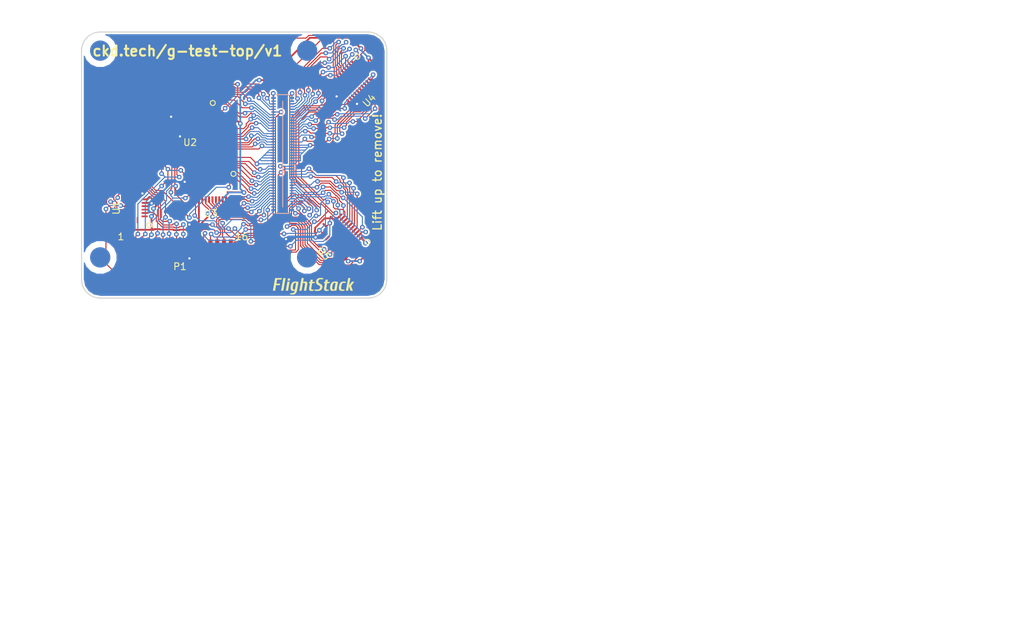
<source format=kicad_pcb>
(kicad_pcb (version 4) (host pcbnew 4.0.1-stable)
  (layers (0 F.Cu signal) (31 B.Cu signal) (34 B.Paste user) (35 F.Paste user) (36 B.SilkS user) (37 F.SilkS user) (38 B.Mask user) (39 F.Mask user) (44 Edge.Cuts user))
  (net 0 "")
  (net 1 GNDPWR)
  (net 2 +5V)
  (net 3 /S0)
  (net 4 /S1)
  (net 5 /S2)
  (net 6 /S3)
  (net 7 /S4)
  (net 8 /S5)
  (net 9 /S6)
  (net 10 /Z)
  (net 11 /BOOT)
  (net 12 /RESET)
  (net 13 /SWDIO)
  (net 14 /SWCLK)
  (net 15 /RX)
  (net 16 /TX)
  (net 17 /SPI1_MOSI)
  (net 18 /TIMG1_CH1)
  (net 19 /SPI1_MISO)
  (net 20 /SPI1_SCK)
  (net 21 /SPI1_NSS)
  (net 22 /SPI2_MOSI)
  (net 23 /SPI2_MISO)
  (net 24 /SPI2_SCK)
  (net 25 /SPI2_NSS)
  (net 26 /SPI3_MOSI)
  (net 27 /SPI3_MISO)
  (net 28 /SPI3_SCK)
  (net 29 /SPI3_NSS)
  (net 30 /CAN_LO)
  (net 31 /CAN_HI)
  (net 32 /GND)
  (net 33 /SDMMC1_CMD)
  (net 34 /SDMMC1_CK)
  (net 35 /SDMMC1_D3)
  (net 36 /SDMMC1_D2)
  (net 37 /SDMMC1_D1)
  (net 38 /SDMMC1_D0)
  (net 39 /ADC2)
  (net 40 /ADC1)
  (net 41 /TIMG2_CH4)
  (net 42 /TIMG2_CH3)
  (net 43 /TIMG2_CH2)
  (net 44 /TIMG2_CH1)
  (net 45 /TIMG1_CH4)
  (net 46 /TIMG1_CH3)
  (net 47 /TIMG1_CH2)
  (net 48 /TIM2)
  (net 49 /TIM3)
  (net 50 /TIM4)
  (net 51 /GPIO2)
  (net 52 /GPIO3)
  (net 53 /GPIO4)
  (net 54 /GPIO5)
  (net 55 /GPIO6)
  (net 56 /i2c_SDA)
  (net 57 /i2c_SCL)
  (net 58 /HEIGHT_4)
  (net 59 /HEIGHT_2)
  (net 60 /HEIGHT_1)
  (net 61 /3V3_0.3A_LL)
  (net 62 /3V3_0.3A_E)
  (net 63 /+BATT)
  (net 64 /5V)
  (net 65 /UART8_TX)
  (net 66 /UART8_RX)
  (net 67 /UART7_TX)
  (net 68 /UART7_RX)
  (net 69 /UART6_TX)
  (net 70 /UART6_RX)
  (net 71 /UART5_TX)
  (net 72 /UART5_RX)
  (net 73 /UART4_TX)
  (net 74 /UART4_RX)
  (net 75 /UART3_TX)
  (net 76 /UART3_RX)
  (net 77 /UART2_TX)
  (net 78 /UART2_RX)
  (net 79 "Net-(U1-Pad1)")
  (net 80 "Net-(U1-Pad2)")
  (net 81 "Net-(U1-Pad4)")
  (net 82 "Net-(U1-Pad5)")
  (net 83 /Z3)
  (net 84 /Z0)
  (net 85 /Z1)
  (net 86 /Z2)
  (net 87 "Net-(U5-Pad16)")
  (net 88 "Net-(U5-Pad17)")
  (module 908-XXX (layer B.Cu) (at 163.25 123.25)
    (fp_text reference REF** hide)
    (fp_text value 908-XXX)
    (pad "" smd circle (at 0 0) (size 3 3) (layers B.Cu B.Paste B.Mask) (clearance 0.9))
  )
  (module DF40-80pin-Header (layer B.Cu) (at 159.65 108)
    (fp_text reference PORT_IN1 hide)
    (fp_text value CKD_SANDWICH hide)
    (pad 80 smd rect (at 1.355 7.8) (size 0.66 0.23) (layers B.Cu B.Paste B.Mask) (net 17 /SPI1_MOSI))
    (pad 40 smd rect (at -1.355 7.8) (size 0.66 0.23) (layers B.Cu B.Paste B.Mask) (net 15 /RX))
    (pad 41 smd rect (at 1.355 -7.8) (size 0.66 0.23) (layers B.Cu B.Paste B.Mask) (net 18 /TIMG1_CH1))
    (pad 1 smd rect (at -1.355 -7.8) (size 0.66 0.23) (layers B.Cu B.Paste B.Mask) (net 14 /SWCLK))
    (pad 79 smd rect (at 1.355 7.4) (size 0.66 0.23) (layers B.Cu B.Paste B.Mask) (net 19 /SPI1_MISO))
    (pad 78 smd rect (at 1.355 7) (size 0.66 0.23) (layers B.Cu B.Paste B.Mask) (net 20 /SPI1_SCK))
    (pad 77 smd rect (at 1.355 6.6) (size 0.66 0.23) (layers B.Cu B.Paste B.Mask) (net 21 /SPI1_NSS))
    (pad 76 smd rect (at 1.355 6.2) (size 0.66 0.23) (layers B.Cu B.Paste B.Mask) (net 22 /SPI2_MOSI))
    (pad 75 smd rect (at 1.355 5.8) (size 0.66 0.23) (layers B.Cu B.Paste B.Mask) (net 23 /SPI2_MISO))
    (pad 74 smd rect (at 1.355 5.4) (size 0.66 0.23) (layers B.Cu B.Paste B.Mask) (net 24 /SPI2_SCK))
    (pad 73 smd rect (at 1.355 5) (size 0.66 0.23) (layers B.Cu B.Paste B.Mask) (net 25 /SPI2_NSS))
    (pad 72 smd rect (at 1.355 4.6) (size 0.66 0.23) (layers B.Cu B.Paste B.Mask) (net 26 /SPI3_MOSI))
    (pad 71 smd rect (at 1.355 4.2) (size 0.66 0.23) (layers B.Cu B.Paste B.Mask) (net 27 /SPI3_MISO))
    (pad 70 smd rect (at 1.355 3.8) (size 0.66 0.23) (layers B.Cu B.Paste B.Mask) (net 28 /SPI3_SCK))
    (pad 69 smd rect (at 1.355 3.4) (size 0.66 0.23) (layers B.Cu B.Paste B.Mask) (net 29 /SPI3_NSS))
    (pad 68 smd rect (at 1.355 3) (size 0.66 0.23) (layers B.Cu B.Paste B.Mask) (net 30 /CAN_LO))
    (pad 67 smd rect (at 1.355 2.6) (size 0.66 0.23) (layers B.Cu B.Paste B.Mask) (net 31 /CAN_HI))
    (pad 66 smd rect (at 1.355 2.2) (size 0.66 0.23) (layers B.Cu B.Paste B.Mask) (net 12 /RESET))
    (pad 65 smd rect (at 1.355 1.8) (size 0.66 0.23) (layers B.Cu B.Paste B.Mask) (net 11 /BOOT))
    (pad 64 smd rect (at 1.355 1.4) (size 0.66 0.23) (layers B.Cu B.Paste B.Mask) (net 32 /GND))
    (pad 63 smd rect (at 1.355 1) (size 0.66 0.23) (layers B.Cu B.Paste B.Mask) (net 32 /GND))
    (pad 62 smd rect (at 1.355 0.6) (size 0.66 0.23) (layers B.Cu B.Paste B.Mask) (net 32 /GND))
    (pad 61 smd rect (at 1.355 0.2) (size 0.66 0.23) (layers B.Cu B.Paste B.Mask) (net 32 /GND))
    (pad 60 smd rect (at 1.355 -0.2) (size 0.66 0.23) (layers B.Cu B.Paste B.Mask) (net 32 /GND))
    (pad 59 smd rect (at 1.355 -0.6) (size 0.66 0.23) (layers B.Cu B.Paste B.Mask) (net 32 /GND))
    (pad 58 smd rect (at 1.355 -1) (size 0.66 0.23) (layers B.Cu B.Paste B.Mask) (net 32 /GND))
    (pad 57 smd rect (at 1.355 -1.4) (size 0.66 0.23) (layers B.Cu B.Paste B.Mask) (net 32 /GND))
    (pad 56 smd rect (at 1.355 -1.8) (size 0.66 0.23) (layers B.Cu B.Paste B.Mask) (net 33 /SDMMC1_CMD))
    (pad 55 smd rect (at 1.355 -2.2) (size 0.66 0.23) (layers B.Cu B.Paste B.Mask) (net 34 /SDMMC1_CK))
    (pad 54 smd rect (at 1.355 -2.6) (size 0.66 0.23) (layers B.Cu B.Paste B.Mask) (net 35 /SDMMC1_D3))
    (pad 53 smd rect (at 1.355 -3) (size 0.66 0.23) (layers B.Cu B.Paste B.Mask) (net 36 /SDMMC1_D2))
    (pad 52 smd rect (at 1.355 -3.4) (size 0.66 0.23) (layers B.Cu B.Paste B.Mask) (net 37 /SDMMC1_D1))
    (pad 51 smd rect (at 1.355 -3.8) (size 0.66 0.23) (layers B.Cu B.Paste B.Mask) (net 38 /SDMMC1_D0))
    (pad 50 smd rect (at 1.355 -4.2) (size 0.66 0.23) (layers B.Cu B.Paste B.Mask) (net 39 /ADC2))
    (pad 49 smd rect (at 1.355 -4.6) (size 0.66 0.23) (layers B.Cu B.Paste B.Mask) (net 40 /ADC1))
    (pad 48 smd rect (at 1.355 -5) (size 0.66 0.23) (layers B.Cu B.Paste B.Mask) (net 41 /TIMG2_CH4))
    (pad 47 smd rect (at 1.355 -5.4) (size 0.66 0.23) (layers B.Cu B.Paste B.Mask) (net 42 /TIMG2_CH3))
    (pad 46 smd rect (at 1.355 -5.8) (size 0.66 0.23) (layers B.Cu B.Paste B.Mask) (net 43 /TIMG2_CH2))
    (pad 45 smd rect (at 1.355 -6.2) (size 0.66 0.23) (layers B.Cu B.Paste B.Mask) (net 44 /TIMG2_CH1))
    (pad 44 smd rect (at 1.355 -6.6) (size 0.66 0.23) (layers B.Cu B.Paste B.Mask) (net 45 /TIMG1_CH4))
    (pad 43 smd rect (at 1.355 -7) (size 0.66 0.23) (layers B.Cu B.Paste B.Mask) (net 46 /TIMG1_CH3))
    (pad 42 smd rect (at 1.355 -7.4) (size 0.66 0.23) (layers B.Cu B.Paste B.Mask) (net 47 /TIMG1_CH2))
    (pad 41 smd rect (at 1.355 -8.2) (size 0.66 0.35) (drill (offset 0 -0.075)) (layers B.Cu B.Paste B.Mask) (net 18 /TIMG1_CH1))
    (pad 1 smd rect (at -1.355 -8.2) (size 0.66 0.35) (drill (offset 0 -0.075)) (layers B.Cu B.Paste B.Mask) (net 14 /SWCLK))
    (pad 80 smd rect (at 1.355 8.2) (size 0.66 0.35) (drill (offset 0 0.075)) (layers B.Cu B.Paste B.Mask) (net 17 /SPI1_MOSI))
    (pad 40 smd rect (at -1.355 8.2) (size 0.66 0.35) (drill (offset 0 0.075)) (layers B.Cu B.Paste B.Mask) (net 15 /RX))
    (pad 2 smd rect (at -1.355 -7.4) (size 0.66 0.23) (layers B.Cu B.Paste B.Mask) (net 48 /TIM2))
    (pad 3 smd rect (at -1.355 -7) (size 0.66 0.23) (layers B.Cu B.Paste B.Mask) (net 49 /TIM3))
    (pad 4 smd rect (at -1.355 -6.6) (size 0.66 0.23) (layers B.Cu B.Paste B.Mask) (net 50 /TIM4))
    (pad 5 smd rect (at -1.355 -6.2) (size 0.66 0.23) (layers B.Cu B.Paste B.Mask) (net 13 /SWDIO))
    (pad 6 smd rect (at -1.355 -5.8) (size 0.66 0.23) (layers B.Cu B.Paste B.Mask) (net 51 /GPIO2))
    (pad 7 smd rect (at -1.355 -5.4) (size 0.66 0.23) (layers B.Cu B.Paste B.Mask) (net 52 /GPIO3))
    (pad 8 smd rect (at -1.355 -5) (size 0.66 0.23) (layers B.Cu B.Paste B.Mask) (net 53 /GPIO4))
    (pad 9 smd rect (at -1.355 -4.6) (size 0.66 0.23) (layers B.Cu B.Paste B.Mask) (net 54 /GPIO5))
    (pad 10 smd rect (at -1.355 -4.2) (size 0.66 0.23) (layers B.Cu B.Paste B.Mask) (net 55 /GPIO6))
    (pad 11 smd rect (at -1.355 -3.8) (size 0.66 0.23) (layers B.Cu B.Paste B.Mask) (net 56 /i2c_SDA))
    (pad 12 smd rect (at -1.355 -3.4) (size 0.66 0.23) (layers B.Cu B.Paste B.Mask) (net 57 /i2c_SCL))
    (pad 13 smd rect (at -1.355 -3) (size 0.66 0.23) (layers B.Cu B.Paste B.Mask) (net 58 /HEIGHT_4))
    (pad 14 smd rect (at -1.355 -2.6) (size 0.66 0.23) (layers B.Cu B.Paste B.Mask) (net 59 /HEIGHT_2))
    (pad 15 smd rect (at -1.355 -2.2) (size 0.66 0.23) (layers B.Cu B.Paste B.Mask) (net 60 /HEIGHT_1))
    (pad 16 smd rect (at -1.355 -1.8) (size 0.66 0.23) (layers B.Cu B.Paste B.Mask) (net 61 /3V3_0.3A_LL))
    (pad 17 smd rect (at -1.355 -1.4) (size 0.66 0.23) (layers B.Cu B.Paste B.Mask) (net 62 /3V3_0.3A_E))
    (pad 18 smd rect (at -1.355 -1) (size 0.66 0.23) (layers B.Cu B.Paste B.Mask) (net 63 /+BATT))
    (pad 19 smd rect (at -1.355 -0.6) (size 0.66 0.23) (layers B.Cu B.Paste B.Mask) (net 64 /5V))
    (pad 20 smd rect (at -1.355 -0.2) (size 0.66 0.23) (layers B.Cu B.Paste B.Mask) (net 64 /5V))
    (pad 21 smd rect (at -1.355 0.2) (size 0.66 0.23) (layers B.Cu B.Paste B.Mask) (net 64 /5V))
    (pad 22 smd rect (at -1.355 0.6) (size 0.66 0.23) (layers B.Cu B.Paste B.Mask) (net 64 /5V))
    (pad 23 smd rect (at -1.355 1) (size 0.66 0.23) (layers B.Cu B.Paste B.Mask) (net 64 /5V))
    (pad 24 smd rect (at -1.355 1.4) (size 0.66 0.23) (layers B.Cu B.Paste B.Mask) (net 64 /5V))
    (pad 25 smd rect (at -1.355 1.8) (size 0.66 0.23) (layers B.Cu B.Paste B.Mask) (net 65 /UART8_TX))
    (pad 26 smd rect (at -1.355 2.2) (size 0.66 0.23) (layers B.Cu B.Paste B.Mask) (net 66 /UART8_RX))
    (pad 27 smd rect (at -1.355 2.6) (size 0.66 0.23) (layers B.Cu B.Paste B.Mask) (net 67 /UART7_TX))
    (pad 28 smd rect (at -1.355 3) (size 0.66 0.23) (layers B.Cu B.Paste B.Mask) (net 68 /UART7_RX))
    (pad 29 smd rect (at -1.355 3.4) (size 0.66 0.23) (layers B.Cu B.Paste B.Mask) (net 69 /UART6_TX))
    (pad 30 smd rect (at -1.355 3.8) (size 0.66 0.23) (layers B.Cu B.Paste B.Mask) (net 70 /UART6_RX))
    (pad 31 smd rect (at -1.355 4.2) (size 0.66 0.23) (layers B.Cu B.Paste B.Mask) (net 71 /UART5_TX))
    (pad 32 smd rect (at -1.355 4.6) (size 0.66 0.23) (layers B.Cu B.Paste B.Mask) (net 72 /UART5_RX))
    (pad 33 smd rect (at -1.355 5) (size 0.66 0.23) (layers B.Cu B.Paste B.Mask) (net 73 /UART4_TX))
    (pad 34 smd rect (at -1.355 5.4) (size 0.66 0.23) (layers B.Cu B.Paste B.Mask) (net 74 /UART4_RX))
    (pad 35 smd rect (at -1.355 5.8) (size 0.66 0.23) (layers B.Cu B.Paste B.Mask) (net 75 /UART3_TX))
    (pad 36 smd rect (at -1.355 6.2) (size 0.66 0.23) (layers B.Cu B.Paste B.Mask) (net 76 /UART3_RX))
    (pad 37 smd rect (at -1.355 6.6) (size 0.66 0.23) (layers B.Cu B.Paste B.Mask) (net 77 /UART2_TX))
    (pad 38 smd rect (at -1.355 7) (size 0.66 0.23) (layers B.Cu B.Paste B.Mask) (net 78 /UART2_RX))
    (pad 39 smd rect (at -1.355 7.4) (size 0.66 0.23) (layers B.Cu B.Paste B.Mask) (net 16 /TX))
  )
  (module fci:SFW12LF-16pin (layer F.Cu) (at 144.5 124.1)
    (fp_text reference P1 (at 0 0.5) (layer F.SilkS))
    (fp_text value CONN_01X16)
    (pad 1 smd rect (at -7.5 -2.5) (size 0.6 2) (layers F.Cu F.Paste F.Mask) (net 2 +5V))
    (pad 2 smd rect (at -6.5 -2.5) (size 0.6 2) (layers F.Cu F.Paste F.Mask) (net 3 /S0))
    (pad 3 smd rect (at -5.5 -2.5) (size 0.6 2) (layers F.Cu F.Paste F.Mask) (net 4 /S1))
    (pad 4 smd rect (at -4.5 -2.5) (size 0.6 2) (layers F.Cu F.Paste F.Mask) (net 5 /S2))
    (pad 5 smd rect (at -3.5 -2.5) (size 0.6 2) (layers F.Cu F.Paste F.Mask) (net 6 /S3))
    (pad 6 smd rect (at -2.5 -2.5) (size 0.6 2) (layers F.Cu F.Paste F.Mask) (net 7 /S4))
    (pad 7 smd rect (at -1.5 -2.5) (size 0.6 2) (layers F.Cu F.Paste F.Mask) (net 8 /S5))
    (pad 8 smd rect (at -0.5 -2.5) (size 0.6 2) (layers F.Cu F.Paste F.Mask) (net 9 /S6))
    (pad 9 smd rect (at 0.5 -2.5) (size 0.6 2) (layers F.Cu F.Paste F.Mask) (net 10 /Z))
    (pad 10 smd rect (at 1.5 -2.5) (size 0.6 2) (layers F.Cu F.Paste F.Mask) (net 11 /BOOT))
    (pad 11 smd rect (at 2.5 -2.5) (size 0.6 2) (layers F.Cu F.Paste F.Mask) (net 12 /RESET))
    (pad 12 smd rect (at 3.5 -2.5) (size 0.6 2) (layers F.Cu F.Paste F.Mask) (net 13 /SWDIO))
    (pad 13 smd rect (at 4.5 -2.5) (size 0.6 2) (layers F.Cu F.Paste F.Mask) (net 14 /SWCLK))
    (pad 14 smd rect (at 5.5 -2.5) (size 0.6 2) (layers F.Cu F.Paste F.Mask) (net 15 /RX))
    (pad 15 smd rect (at 6.5 -2.5) (size 0.6 2) (layers F.Cu F.Paste F.Mask) (net 16 /TX))
    (pad 16 smd rect (at 7.5 -2.5) (size 0.6 2) (layers F.Cu F.Paste F.Mask) (net 1 GNDPWR))
    (pad "" smd rect (at -8.5 -0.4) (size 0.7 4.2) (layers F.Cu F.Paste F.Mask))
    (pad "" smd rect (at 8.5 -0.4) (size 0.7 4.2) (layers F.Cu F.Paste F.Mask))
  )
  (module "nxp:SOT763-1(DHVQFN16)" (layer F.Cu) (at 138 115.95 180)
    (fp_text reference U1 (at 2.88 -0.01 270) (layer F.SilkS))
    (fp_text value 74HC4051)
    (pad 1 smd rect (at -0.25 -1.8 180) (size 0.24 0.9) (layers F.Cu F.Paste F.Mask) (net 79 "Net-(U1-Pad1)"))
    (pad 8 smd rect (at -0.25 1.8 180) (size 0.24 0.9) (layers F.Cu F.Paste F.Mask) (net 1 GNDPWR))
    (pad 9 smd rect (at 0.25 1.8 180) (size 0.24 0.9) (layers F.Cu F.Paste F.Mask) (net 9 /S6))
    (pad 16 smd rect (at 0.25 -1.8 180) (size 0.24 0.9) (layers F.Cu F.Paste F.Mask) (net 2 +5V))
    (pad 2 smd rect (at -1.3 -1.25 180) (size 0.9 0.24) (layers F.Cu F.Paste F.Mask) (net 80 "Net-(U1-Pad2)"))
    (pad 3 smd rect (at -1.3 -0.75 180) (size 0.9 0.24) (layers F.Cu F.Paste F.Mask) (net 10 /Z))
    (pad 4 smd rect (at -1.3 -0.25 180) (size 0.9 0.24) (layers F.Cu F.Paste F.Mask) (net 81 "Net-(U1-Pad4)"))
    (pad 5 smd rect (at -1.3 0.25 180) (size 0.9 0.24) (layers F.Cu F.Paste F.Mask) (net 82 "Net-(U1-Pad5)"))
    (pad 6 smd rect (at -1.3 0.75 180) (size 0.9 0.24) (layers F.Cu F.Paste F.Mask) (net 1 GNDPWR))
    (pad 7 smd rect (at -1.3 1.25 180) (size 0.9 0.24) (layers F.Cu F.Paste F.Mask) (net 2 +5V))
    (pad 10 smd rect (at 1.3 1.25 180) (size 0.9 0.24) (layers F.Cu F.Paste F.Mask) (net 8 /S5))
    (pad 11 smd rect (at 1.3 0.75 180) (size 0.9 0.24) (layers F.Cu F.Paste F.Mask) (net 7 /S4))
    (pad 12 smd rect (at 1.3 0.25 180) (size 0.9 0.24) (layers F.Cu F.Paste F.Mask) (net 83 /Z3))
    (pad 13 smd rect (at 1.3 -0.25 180) (size 0.9 0.24) (layers F.Cu F.Paste F.Mask) (net 84 /Z0))
    (pad 14 smd rect (at 1.3 -0.75 180) (size 0.9 0.24) (layers F.Cu F.Paste F.Mask) (net 85 /Z1))
    (pad 15 smd rect (at 1.3 -1.25 180) (size 0.9 0.24) (layers F.Cu F.Paste F.Mask) (net 86 /Z2))
  )
  (module nxp:DHVQFN24 (layer F.Cu) (at 146 102.45 270)
    (fp_text reference U2 (at 3.84 0 360) (layer F.SilkS))
    (fp_text value 74HC4067)
    (pad 1 smd rect (at -0.75 -2.8 270) (size 0.29 0.9) (layers F.Cu F.Paste F.Mask) (net 84 /Z0))
    (pad 2 smd rect (at -1.8 -2.25 270) (size 0.9 0.29) (layers F.Cu F.Paste F.Mask) (net 55 /GPIO6))
    (pad 3 smd rect (at -1.8 -1.75 270) (size 0.9 0.29) (layers F.Cu F.Paste F.Mask) (net 54 /GPIO5))
    (pad 4 smd rect (at -1.8 -1.25 270) (size 0.9 0.29) (layers F.Cu F.Paste F.Mask) (net 53 /GPIO4))
    (pad 5 smd rect (at -1.8 -0.75 270) (size 0.9 0.29) (layers F.Cu F.Paste F.Mask) (net 52 /GPIO3))
    (pad 6 smd rect (at -1.8 -0.25 270) (size 0.9 0.29) (layers F.Cu F.Paste F.Mask) (net 51 /GPIO2))
    (pad 7 smd rect (at -1.8 0.25 270) (size 0.9 0.29) (layers F.Cu F.Paste F.Mask) (net 50 /TIM4))
    (pad 8 smd rect (at -1.8 0.75 270) (size 0.9 0.29) (layers F.Cu F.Paste F.Mask) (net 49 /TIM3))
    (pad 9 smd rect (at -1.8 1.25 270) (size 0.9 0.29) (layers F.Cu F.Paste F.Mask) (net 48 /TIM2))
    (pad 10 smd rect (at -1.8 1.75 270) (size 0.9 0.29) (layers F.Cu F.Paste F.Mask) (net 3 /S0))
    (pad 11 smd rect (at -1.8 2.25 270) (size 0.9 0.29) (layers F.Cu F.Paste F.Mask) (net 4 /S1))
    (pad 12 smd rect (at -0.75 2.8 270) (size 0.29 0.9) (layers F.Cu F.Paste F.Mask) (net 1 GNDPWR))
    (pad 13 smd rect (at 0.75 2.8 270) (size 0.29 0.9) (layers F.Cu F.Paste F.Mask) (net 6 /S3))
    (pad 14 smd rect (at 1.8 2.25 270) (size 0.9 0.29) (layers F.Cu F.Paste F.Mask) (net 5 /S2))
    (pad 15 smd rect (at 1.8 1.75 270) (size 0.9 0.29) (layers F.Cu F.Paste F.Mask) (net 1 GNDPWR))
    (pad 16 smd rect (at 1.8 1.25 270) (size 0.9 0.29) (layers F.Cu F.Paste F.Mask) (net 63 /+BATT))
    (pad 17 smd rect (at 1.8 0.75 270) (size 0.9 0.29) (layers F.Cu F.Paste F.Mask) (net 62 /3V3_0.3A_E))
    (pad 18 smd rect (at 1.8 0.25 270) (size 0.9 0.29) (layers F.Cu F.Paste F.Mask) (net 61 /3V3_0.3A_LL))
    (pad 19 smd rect (at 1.8 -0.25 270) (size 0.9 0.29) (layers F.Cu F.Paste F.Mask) (net 60 /HEIGHT_1))
    (pad 20 smd rect (at 1.8 -0.75 270) (size 0.9 0.29) (layers F.Cu F.Paste F.Mask) (net 59 /HEIGHT_2))
    (pad 21 smd rect (at 1.8 -1.25 270) (size 0.9 0.29) (layers F.Cu F.Paste F.Mask) (net 58 /HEIGHT_4))
    (pad 22 smd rect (at 1.8 -1.75 270) (size 0.9 0.29) (layers F.Cu F.Paste F.Mask) (net 57 /i2c_SCL))
    (pad 23 smd rect (at 1.8 -2.25 270) (size 0.9 0.29) (layers F.Cu F.Paste F.Mask) (net 56 /i2c_SDA))
    (pad 24 smd rect (at 0.75 -2.8 270) (size 0.29 0.9) (layers F.Cu F.Paste F.Mask) (net 2 +5V))
  )
  (module nxp:DHVQFN24 (layer F.Cu) (at 149.05 112.9 270)
    (fp_text reference U3 (at 3.84 0 360) (layer F.SilkS))
    (fp_text value 74HC4067)
    (pad 1 smd rect (at -0.75 -2.8 270) (size 0.29 0.9) (layers F.Cu F.Paste F.Mask) (net 85 /Z1))
    (pad 2 smd rect (at -1.8 -2.25 270) (size 0.9 0.29) (layers F.Cu F.Paste F.Mask) (net 71 /UART5_TX))
    (pad 3 smd rect (at -1.8 -1.75 270) (size 0.9 0.29) (layers F.Cu F.Paste F.Mask) (net 70 /UART6_RX))
    (pad 4 smd rect (at -1.8 -1.25 270) (size 0.9 0.29) (layers F.Cu F.Paste F.Mask) (net 69 /UART6_TX))
    (pad 5 smd rect (at -1.8 -0.75 270) (size 0.9 0.29) (layers F.Cu F.Paste F.Mask) (net 68 /UART7_RX))
    (pad 6 smd rect (at -1.8 -0.25 270) (size 0.9 0.29) (layers F.Cu F.Paste F.Mask) (net 67 /UART7_TX))
    (pad 7 smd rect (at -1.8 0.25 270) (size 0.9 0.29) (layers F.Cu F.Paste F.Mask) (net 66 /UART8_RX))
    (pad 8 smd rect (at -1.8 0.75 270) (size 0.9 0.29) (layers F.Cu F.Paste F.Mask) (net 65 /UART8_TX))
    (pad 9 smd rect (at -1.8 1.25 270) (size 0.9 0.29) (layers F.Cu F.Paste F.Mask) (net 64 /5V))
    (pad 10 smd rect (at -1.8 1.75 270) (size 0.9 0.29) (layers F.Cu F.Paste F.Mask) (net 3 /S0))
    (pad 11 smd rect (at -1.8 2.25 270) (size 0.9 0.29) (layers F.Cu F.Paste F.Mask) (net 4 /S1))
    (pad 12 smd rect (at -0.75 2.8 270) (size 0.29 0.9) (layers F.Cu F.Paste F.Mask) (net 1 GNDPWR))
    (pad 13 smd rect (at 0.75 2.8 270) (size 0.29 0.9) (layers F.Cu F.Paste F.Mask) (net 6 /S3))
    (pad 14 smd rect (at 1.8 2.25 270) (size 0.9 0.29) (layers F.Cu F.Paste F.Mask) (net 5 /S2))
    (pad 15 smd rect (at 1.8 1.75 270) (size 0.9 0.29) (layers F.Cu F.Paste F.Mask) (net 1 GNDPWR))
    (pad 16 smd rect (at 1.8 1.25 270) (size 0.9 0.29) (layers F.Cu F.Paste F.Mask) (net 18 /TIMG1_CH1))
    (pad 17 smd rect (at 1.8 0.75 270) (size 0.9 0.29) (layers F.Cu F.Paste F.Mask) (net 78 /UART2_RX))
    (pad 18 smd rect (at 1.8 0.25 270) (size 0.9 0.29) (layers F.Cu F.Paste F.Mask) (net 77 /UART2_TX))
    (pad 19 smd rect (at 1.8 -0.25 270) (size 0.9 0.29) (layers F.Cu F.Paste F.Mask) (net 76 /UART3_RX))
    (pad 20 smd rect (at 1.8 -0.75 270) (size 0.9 0.29) (layers F.Cu F.Paste F.Mask) (net 75 /UART3_TX))
    (pad 21 smd rect (at 1.8 -1.25 270) (size 0.9 0.29) (layers F.Cu F.Paste F.Mask) (net 74 /UART4_RX))
    (pad 22 smd rect (at 1.8 -1.75 270) (size 0.9 0.29) (layers F.Cu F.Paste F.Mask) (net 73 /UART4_TX))
    (pad 23 smd rect (at 1.8 -2.25 270) (size 0.9 0.29) (layers F.Cu F.Paste F.Mask) (net 72 /UART5_RX))
    (pad 24 smd rect (at 0.75 -2.8 270) (size 0.29 0.9) (layers F.Cu F.Paste F.Mask) (net 2 +5V))
  )
  (module nxp:DHVQFN24 (layer F.Cu) (at 169.7 97.4 315)
    (fp_text reference U4 (at 3.84 0 405) (layer F.SilkS))
    (fp_text value 74HC4067)
    (pad 1 smd rect (at -0.75 -2.8 315) (size 0.29 0.9) (layers F.Cu F.Paste F.Mask) (net 86 /Z2))
    (pad 2 smd rect (at -1.8 -2.25 315) (size 0.9 0.29) (layers F.Cu F.Paste F.Mask) (net 40 /ADC1))
    (pad 3 smd rect (at -1.8 -1.75 315) (size 0.9 0.29) (layers F.Cu F.Paste F.Mask) (net 41 /TIMG2_CH4))
    (pad 4 smd rect (at -1.8 -1.25 315) (size 0.9 0.29) (layers F.Cu F.Paste F.Mask) (net 42 /TIMG2_CH3))
    (pad 5 smd rect (at -1.8 -0.75 315) (size 0.9 0.29) (layers F.Cu F.Paste F.Mask) (net 43 /TIMG2_CH2))
    (pad 6 smd rect (at -1.8 -0.25 315) (size 0.9 0.29) (layers F.Cu F.Paste F.Mask) (net 44 /TIMG2_CH1))
    (pad 7 smd rect (at -1.8 0.25 315) (size 0.9 0.29) (layers F.Cu F.Paste F.Mask) (net 45 /TIMG1_CH4))
    (pad 8 smd rect (at -1.8 0.75 315) (size 0.9 0.29) (layers F.Cu F.Paste F.Mask) (net 46 /TIMG1_CH3))
    (pad 9 smd rect (at -1.8 1.25 315) (size 0.9 0.29) (layers F.Cu F.Paste F.Mask) (net 47 /TIMG1_CH2))
    (pad 10 smd rect (at -1.8 1.75 315) (size 0.9 0.29) (layers F.Cu F.Paste F.Mask) (net 3 /S0))
    (pad 11 smd rect (at -1.8 2.25 315) (size 0.9 0.29) (layers F.Cu F.Paste F.Mask) (net 4 /S1))
    (pad 12 smd rect (at -0.75 2.8 315) (size 0.29 0.9) (layers F.Cu F.Paste F.Mask) (net 1 GNDPWR))
    (pad 13 smd rect (at 0.75 2.8 315) (size 0.29 0.9) (layers F.Cu F.Paste F.Mask) (net 6 /S3))
    (pad 14 smd rect (at 1.8 2.25 315) (size 0.9 0.29) (layers F.Cu F.Paste F.Mask) (net 5 /S2))
    (pad 15 smd rect (at 1.8 1.75 315) (size 0.9 0.29) (layers F.Cu F.Paste F.Mask) (net 1 GNDPWR))
    (pad 16 smd rect (at 1.8 1.25 315) (size 0.9 0.29) (layers F.Cu F.Paste F.Mask) (net 32 /GND))
    (pad 17 smd rect (at 1.8 0.75 315) (size 0.9 0.29) (layers F.Cu F.Paste F.Mask) (net 33 /SDMMC1_CMD))
    (pad 18 smd rect (at 1.8 0.25 315) (size 0.9 0.29) (layers F.Cu F.Paste F.Mask) (net 34 /SDMMC1_CK))
    (pad 19 smd rect (at 1.8 -0.25 315) (size 0.9 0.29) (layers F.Cu F.Paste F.Mask) (net 35 /SDMMC1_D3))
    (pad 20 smd rect (at 1.8 -0.75 315) (size 0.9 0.29) (layers F.Cu F.Paste F.Mask) (net 36 /SDMMC1_D2))
    (pad 21 smd rect (at 1.8 -1.25 315) (size 0.9 0.29) (layers F.Cu F.Paste F.Mask) (net 37 /SDMMC1_D1))
    (pad 22 smd rect (at 1.8 -1.75 315) (size 0.9 0.29) (layers F.Cu F.Paste F.Mask) (net 38 /SDMMC1_D0))
    (pad 23 smd rect (at 1.8 -2.25 315) (size 0.9 0.29) (layers F.Cu F.Paste F.Mask) (net 39 /ADC2))
    (pad 24 smd rect (at 0.75 -2.8 315) (size 0.29 0.9) (layers F.Cu F.Paste F.Mask) (net 2 +5V))
  )
  (module nxp:DHVQFN24 (layer F.Cu) (at 168.4 120 225)
    (fp_text reference U5 (at 3.84 0 315) (layer F.SilkS))
    (fp_text value 74HC4067)
    (pad 1 smd rect (at -0.75 -2.8 225) (size 0.29 0.9) (layers F.Cu F.Paste F.Mask) (net 83 /Z3))
    (pad 2 smd rect (at -1.8 -2.25 225) (size 0.9 0.29) (layers F.Cu F.Paste F.Mask) (net 24 /SPI2_SCK))
    (pad 3 smd rect (at -1.8 -1.75 225) (size 0.9 0.29) (layers F.Cu F.Paste F.Mask) (net 25 /SPI2_NSS))
    (pad 4 smd rect (at -1.8 -1.25 225) (size 0.9 0.29) (layers F.Cu F.Paste F.Mask) (net 26 /SPI3_MOSI))
    (pad 5 smd rect (at -1.8 -0.75 225) (size 0.9 0.29) (layers F.Cu F.Paste F.Mask) (net 27 /SPI3_MISO))
    (pad 6 smd rect (at -1.8 -0.25 225) (size 0.9 0.29) (layers F.Cu F.Paste F.Mask) (net 28 /SPI3_SCK))
    (pad 7 smd rect (at -1.8 0.25 225) (size 0.9 0.29) (layers F.Cu F.Paste F.Mask) (net 29 /SPI3_NSS))
    (pad 8 smd rect (at -1.8 0.75 225) (size 0.9 0.29) (layers F.Cu F.Paste F.Mask) (net 30 /CAN_LO))
    (pad 9 smd rect (at -1.8 1.25 225) (size 0.9 0.29) (layers F.Cu F.Paste F.Mask) (net 31 /CAN_HI))
    (pad 10 smd rect (at -1.8 1.75 225) (size 0.9 0.29) (layers F.Cu F.Paste F.Mask) (net 3 /S0))
    (pad 11 smd rect (at -1.8 2.25 225) (size 0.9 0.29) (layers F.Cu F.Paste F.Mask) (net 4 /S1))
    (pad 12 smd rect (at -0.75 2.8 225) (size 0.29 0.9) (layers F.Cu F.Paste F.Mask) (net 1 GNDPWR))
    (pad 13 smd rect (at 0.75 2.8 225) (size 0.29 0.9) (layers F.Cu F.Paste F.Mask) (net 6 /S3))
    (pad 14 smd rect (at 1.8 2.25 225) (size 0.9 0.29) (layers F.Cu F.Paste F.Mask) (net 5 /S2))
    (pad 15 smd rect (at 1.8 1.75 225) (size 0.9 0.29) (layers F.Cu F.Paste F.Mask) (net 1 GNDPWR))
    (pad 16 smd rect (at 1.8 1.25 225) (size 0.9 0.29) (layers F.Cu F.Paste F.Mask) (net 87 "Net-(U5-Pad16)"))
    (pad 17 smd rect (at 1.8 0.75 225) (size 0.9 0.29) (layers F.Cu F.Paste F.Mask) (net 88 "Net-(U5-Pad17)"))
    (pad 18 smd rect (at 1.8 0.25 225) (size 0.9 0.29) (layers F.Cu F.Paste F.Mask) (net 17 /SPI1_MOSI))
    (pad 19 smd rect (at 1.8 -0.25 225) (size 0.9 0.29) (layers F.Cu F.Paste F.Mask) (net 19 /SPI1_MISO))
    (pad 20 smd rect (at 1.8 -0.75 225) (size 0.9 0.29) (layers F.Cu F.Paste F.Mask) (net 20 /SPI1_SCK))
    (pad 21 smd rect (at 1.8 -1.25 225) (size 0.9 0.29) (layers F.Cu F.Paste F.Mask) (net 21 /SPI1_NSS))
    (pad 22 smd rect (at 1.8 -1.75 225) (size 0.9 0.29) (layers F.Cu F.Paste F.Mask) (net 22 /SPI2_MOSI))
    (pad 23 smd rect (at 1.8 -2.25 225) (size 0.9 0.29) (layers F.Cu F.Paste F.Mask) (net 23 /SPI2_MISO))
    (pad 24 smd rect (at 0.75 -2.8 225) (size 0.29 0.9) (layers F.Cu F.Paste F.Mask) (net 2 +5V))
  )
  (module bivar:908-XXX (layer B.Cu) (at 132.75 92.75)
    (fp_text reference REF** hide)
    (fp_text value 908-XXX)
    (pad "" smd circle (at 0 0) (size 3 3) (layers B.Cu B.Paste B.Mask) (clearance 0.9))
  )
  (module bivar:908-XXX (layer B.Cu) (at 163.25 92.75)
    (fp_text reference REF** hide)
    (fp_text value 908-XXX)
    (pad "" smd circle (at 0 0) (size 3 3) (layers B.Cu B.Paste B.Mask) (clearance 0.9))
  )
  (module bivar:908-XXX (layer B.Cu) (at 132.75 123.25)
    (fp_text reference REF** hide)
    (fp_text value 908-XXX)
    (pad "" smd circle (at 0 0) (size 3 3) (layers B.Cu B.Paste B.Mask) (clearance 0.9))
  )
  (module flightstack:flightstack-12mm (layer F.Cu) (at 164.2 127.5)
    (fp_text reference G*** hide)
    (fp_text value LOGO hide)
  )
  (module chickadee:chickadee_3mm_fcu (layer F.Cu) (at 135.4 96.7)
    (fp_text reference G*** hide)
    (fp_text value "Chickadee 3mm" hide)
    (fp_poly (pts (xy -2.190577 -1.394931) (xy -2.158906 -1.394428) (xy -2.131275 -1.393379) (xy -2.106176 -1.39166) (xy -2.082107 -1.389149) (xy -2.057561 -1.385724) (xy -2.031033 -1.38126) (xy -2.009069 -1.377185) (xy -1.950214 -1.364422) (xy -1.889117 -1.348355) (xy -1.828664 -1.329818) (xy -1.77174 -1.309646) (xy -1.760361 -1.305223) (xy -1.717183 -1.28803) (xy -1.674808 -1.270892) (xy -1.63285 -1.25363) (xy -1.59092 -1.236063) (xy -1.548631 -1.218011) (xy -1.505596 -1.199293) (xy -1.461427 -1.179729) (xy -1.415735 -1.159138) (xy -1.368134 -1.137341) (xy -1.318236 -1.114156) (xy -1.265653 -1.089403) (xy -1.209997 -1.062901) (xy -1.150882 -1.034472) (xy -1.087918 -1.003933) (xy -1.02072 -0.971104) (xy -0.948898 -0.935806) (xy -0.872065 -0.897857) (xy -0.789834 -0.857077) (xy -0.701817 -0.813286) (xy -0.679097 -0.801963) (xy -0.600817 -0.763019) (xy -0.528298 -0.72712) (xy -0.461051 -0.694039) (xy -0.398585 -0.663552) (xy -0.340411 -0.635433) (xy -0.286038 -0.609455) (xy -0.234976 -0.585394) (xy -0.186735 -0.563022) (xy -0.140825 -0.542115) (xy -0.096756 -0.522447) (xy -0.054038 -0.503792) (xy -0.012181 -0.485924) (xy 0.029306 -0.468618) (xy 0.070912 -0.451647) (xy 0.113128 -0.434787) (xy 0.146403 -0.421719) (xy 0.169926 -0.412482) (xy 0.191319 -0.403963) (xy 0.209688 -0.396527) (xy 0.224143 -0.39054) (xy 0.233791 -0.386365) (xy 0.237732 -0.384376) (xy 0.237199 -0.380281) (xy 0.231987 -0.372263) (xy 0.222739 -0.361032) (xy 0.2101 -0.347296) (xy 0.194712 -0.331764) (xy 0.177219 -0.315145) (xy 0.164178 -0.303343) (xy 0.096199 -0.247242) (xy 0.021764 -0.193747) (xy -0.059006 -0.142914) (xy -0.145989 -0.0948) (xy -0.239062 -0.049462) (xy -0.338103 -0.006957) (xy -0.442991 0.032658) (xy -0.553602 0.069327) (xy -0.669815 0.102992) (xy -0.756708 0.125296) (xy -0.857303 0.148538) (xy -0.952291 0.167867) (xy -1.041919 0.183303) (xy -1.126439 0.194868) (xy -1.206099 0.20258) (xy -1.281149 0.206462) (xy -1.351837 0.206535) (xy -1.418413 0.202818) (xy -1.481126 0.195332) (xy -1.518918 0.18866) (xy -1.57955 0.173748) (xy -1.634906 0.154367) (xy -1.684914 0.13059) (xy -1.729501 0.102491) (xy -1.768596 0.070142) (xy -1.802127 0.033617) (xy -1.830021 -0.007012) (xy -1.852205 -0.051671) (xy -1.868608 -0.100287) (xy -1.879158 -0.152786) (xy -1.882097 -0.17906) (xy -1.882915 -0.190167) (xy -1.883851 -0.198302) (xy -1.885889 -0.204006) (xy -1.890009 -0.207822) (xy -1.897194 -0.21029) (xy -1.908425 -0.211954) (xy -1.924685 -0.213354) (xy -1.946955 -0.215033) (xy -1.947333 -0.215063) (xy -1.974885 -0.21729) (xy -1.996056 -0.219184) (xy -2.011509 -0.220834) (xy -2.021906 -0.222327) (xy -2.02791 -0.223751) (xy -2.030183 -0.225193) (xy -2.030082 -0.226026) (xy -2.032027 -0.227335) (xy -2.038861 -0.22756) (xy -2.048532 -0.226886) (xy -2.05899 -0.225503) (xy -2.068183 -0.223597) (xy -2.072569 -0.222141) (xy -2.078077 -0.220624) (xy -2.089384 -0.218164) (xy -2.105331 -0.214992) (xy -2.124759 -0.211335) (xy -2.146511 -0.207422) (xy -2.151944 -0.206471) (xy -2.23343 -0.192964) (xy -2.310846 -0.181591) (xy -2.386734 -0.172013) (xy -2.463633 -0.163891) (xy -2.487083 -0.161706) (xy -2.509513 -0.160112) (xy -2.536719 -0.158879) (xy -2.567348 -0.158007) (xy -2.600049 -0.157496) (xy -2.633471 -0.157348) (xy -2.666262 -0.157562) (xy -2.69707 -0.158139) (xy -2.724545 -0.15908) (xy -2.747334 -0.160385) (xy -2.760486 -0.161598) (xy -2.833314 -0.171253) (xy -2.904171 -0.18314) (xy -2.974932 -0.197651) (xy -3.047473 -0.215178) (xy -3.123669 -0.23611) (xy -3.139143 -0.240632) (xy -3.161757 -0.247425) (xy -3.178423 -0.252778) (xy -3.190018 -0.257041) (xy -3.197422 -0.260562) (xy -3.20151 -0.263691) (xy -3.202943 -0.266032) (xy -3.203909 -0.271145) (xy -3.205491 -0.282439) (xy -3.20759 -0.299075) (xy -3.210105 -0.320217) (xy -3.212937 -0.345025) (xy -3.215987 -0.372662) (xy -3.219082 -0.401608) (xy -3.222679 -0.435601) (xy -3.225565 -0.463243) (xy -3.227688 -0.485209) (xy -3.228999 -0.50217) (xy -3.229447 -0.514802) (xy -3.228982 -0.523777) (xy -3.227553 -0.52977) (xy -3.22511 -0.533453) (xy -3.221603 -0.535501) (xy -3.216982 -0.536587) (xy -3.211195 -0.537385) (xy -3.208909 -0.537717) (xy -3.197663 -0.539746) (xy -3.180611 -0.543203) (xy -3.158807 -0.547849) (xy -3.1333 -0.553445) (xy -3.105142 -0.559751) (xy -3.075385 -0.566529) (xy -3.045079 -0.573539) (xy -3.015275 -0.580543) (xy -2.987025 -0.5873) (xy -2.96138 -0.593573) (xy -2.942167 -0.598407) (xy -2.839538 -0.625766) (xy -2.743547 -0.653603) (xy -2.653787 -0.682055) (xy -2.569847 -0.711258) (xy -2.49132 -0.74135) (xy -2.417797 -0.772466) (xy -2.405944 -0.777787) (xy -2.33527 -0.81224) (xy -2.2633 -0.851978) (xy -2.191754 -0.895908) (xy -2.122352 -0.942934) (xy -2.05681 -0.991963) (xy -2.012597 -1.028214) (xy -1.994935 -1.043577) (xy -1.976602 -1.059988) (xy -1.958316 -1.076756) (xy -1.940794 -1.09319) (xy -1.924751 -1.108599) (xy -1.910905 -1.122291) (xy -1.899973 -1.133576) (xy -1.892671 -1.141762) (xy -1.889717 -1.146159) (xy -1.889781 -1.146632) (xy -1.895886 -1.149881) (xy -1.907863 -1.154203) (xy -1.924653 -1.159337) (xy -1.945199 -1.16502) (xy -1.968444 -1.170989) (xy -1.99333 -1.176981) (xy -2.018801 -1.182735) (xy -2.043799 -1.187987) (xy -2.067268 -1.192474) (xy -2.088148 -1.195935) (xy -2.088444 -1.195979) (xy -2.143487 -1.202523) (xy -2.197821 -1.205577) (xy -2.252961 -1.205107) (xy -2.310419 -1.201077) (xy -2.371711 -1.193452) (xy -2.401539 -1.188739) (xy -2.494796 -1.17015) (xy -2.584229 -1.146293) (xy -2.669623 -1.117275) (xy -2.750766 -1.083203) (xy -2.827443 -1.044182) (xy -2.899442 -1.000319) (xy -2.966549 -0.95172) (xy -3.028551 -0.898491) (xy -3.072051 -0.855085) (xy -3.114426 -0.806444) (xy -3.152464 -0.755667) (xy -3.185507 -0.70377) (xy -3.212895 -0.65177) (xy -3.230344 -0.610645) (xy -3.23532 -0.598231) (xy -3.239944 -0.588063) (xy -3.243211 -0.582348) (xy -3.246468 -0.579042) (xy -3.254369 -0.57133) (xy -3.266439 -0.559666) (xy -3.282207 -0.544504) (xy -3.301199 -0.526296) (xy -3.322943 -0.505496) (xy -3.346966 -0.482558) (xy -3.372795 -0.457935) (xy -3.391958 -0.439691) (xy -3.418659 -0.414263) (xy -3.443792 -0.390288) (xy -3.466896 -0.368206) (xy -3.487514 -0.34846) (xy -3.505187 -0.331487) (xy -3.519455 -0.31773) (xy -3.529861 -0.307629) (xy -3.535945 -0.301624) (xy -3.537393 -0.300078) (xy -3.534428 -0.298301) (xy -3.525616 -0.293948) (xy -3.511564 -0.287299) (xy -3.492877 -0.278632) (xy -3.470164 -0.268227) (xy -3.444028 -0.256363) (xy -3.415077 -0.243317) (xy -3.383917 -0.22937) (xy -3.376532 -0.226077) (xy -3.214874 -0.154058) (xy -3.198019 -0.093786) (xy -3.189906 -0.065801) (xy -3.180059 -0.033466) (xy -3.169084 0.001347) (xy -3.157589 0.036762) (xy -3.146183 0.070907) (xy -3.135473 0.101907) (xy -3.126489 0.126757) (xy -3.121041 0.140443) (xy -3.116521 0.148917) (xy -3.111864 0.153733) (xy -3.10617 0.156392) (xy -3.098868 0.157558) (xy -3.085547 0.158496) (xy -3.06724 0.159209) (xy -3.04498 0.159697) (xy -3.019799 0.159965) (xy -2.992731 0.160013) (xy -2.964808 0.159845) (xy -2.937063 0.159461) (xy -2.910528 0.158866) (xy -2.886237 0.15806) (xy -2.865223 0.157046) (xy -2.848681 0.155841) (xy -2.685739 0.138212) (xy -2.585861 0.124838) (xy -2.543141 0.1184) (xy -2.506322 0.1121) (xy -2.474266 0.105624) (xy -2.445833 0.098661) (xy -2.419884 0.090899) (xy -2.395279 0.082025) (xy -2.370878 0.071727) (xy -2.345543 0.059694) (xy -2.342444 0.058147) (xy -2.286885 0.026813) (xy -2.232336 -0.010789) (xy -2.179767 -0.053872) (xy -2.130148 -0.101647) (xy -2.089686 -0.146958) (xy -2.071653 -0.168681) (xy -2.069252 -0.143431) (xy -2.062225 -0.096009) (xy -2.050319 -0.046832) (xy -2.034198 0.002224) (xy -2.014523 0.049282) (xy -1.991958 0.092463) (xy -1.978281 0.114289) (xy -1.94066 0.164006) (xy -1.897859 0.209003) (xy -1.849963 0.249251) (xy -1.797063 0.284723) (xy -1.739243 0.315389) (xy -1.676594 0.341223) (xy -1.609201 0.362197) (xy -1.537152 0.378282) (xy -1.460535 0.389451) (xy -1.379438 0.395676) (xy -1.293947 0.396929) (xy -1.204152 0.393182) (xy -1.125361 0.386139) (xy -1.052218 0.376822) (xy -0.974125 0.364509) (xy -0.892379 0.349481) (xy -0.808276 0.332024) (xy -0.723113 0.312418) (xy -0.638187 0.290949) (xy -0.554795 0.267899) (xy -0.478014 0.244745) (xy -0.38054 0.212112) (xy -0.286214 0.17667) (xy -0.195387 0.138629) (xy -0.108408 0.098203) (xy -0.025628 0.0556) (xy 0.052604 0.011034) (xy 0.125937 -0.035286) (xy 0.194021 -0.083147) (xy 0.256506 -0.132339) (xy 0.313041 -0.18265) (xy 0.363278 -0.233869) (xy 0.406865 -0.285785) (xy 0.411516 -0.291897) (xy 0.421132 -0.304324) (xy 0.427892 -0.311896) (xy 0.432929 -0.315578) (xy 0.437377 -0.316336) (xy 0.439726 -0.315921) (xy 0.459163 -0.311612) (xy 0.48424 -0.30693) (xy 0.513568 -0.302078) (xy 0.545757 -0.297263) (xy 0.579415 -0.292687) (xy 0.613152 -0.288557) (xy 0.645578 -0.285077) (xy 0.656167 -0.284068) (xy 0.687905 -0.281538) (xy 0.719888 -0.279816) (xy 0.752791 -0.278933) (xy 0.78729 -0.27892) (xy 0.82406 -0.279806) (xy 0.863775 -0.281623) (xy 0.907113 -0.284401) (xy 0.954746 -0.288171) (xy 1.007352 -0.292963) (xy 1.065605 -0.298808) (xy 1.127125 -0.3054) (xy 1.216165 -0.315763) (xy 1.311639 -0.327982) (xy 1.413193 -0.341993) (xy 1.520469 -0.357731) (xy 1.633115 -0.375132) (xy 1.750774 -0.394133) (xy 1.873091 -0.414668) (xy 1.999712 -0.436674) (xy 2.13028 -0.460086) (xy 2.264441 -0.48484) (xy 2.40184 -0.510872) (xy 2.542121 -0.538118) (xy 2.68493 -0.566514) (xy 2.829911 -0.595994) (xy 2.976709 -0.626495) (xy 3.124969 -0.657954) (xy 3.274335 -0.690304) (xy 3.361972 -0.709592) (xy 3.406466 -0.719446) (xy 3.444684 -0.727733) (xy 3.477258 -0.73432) (xy 3.504823 -0.739072) (xy 3.528011 -0.741854) (xy 3.547455 -0.742532) (xy 3.563788 -0.740972) (xy 3.577642 -0.737038) (xy 3.589652 -0.730596) (xy 3.600449 -0.721512) (xy 3.610667 -0.709652) (xy 3.620938 -0.69488) (xy 3.631896 -0.677062) (xy 3.644174 -0.656064) (xy 3.648453 -0.648705) (xy 3.685722 -0.582928) (xy 3.720654 -0.517678) (xy 3.752855 -0.453786) (xy 3.781929 -0.392085) (xy 3.807481 -0.333406) (xy 3.829117 -0.278581) (xy 3.842982 -0.239141) (xy 3.858442 -0.186728) (xy 3.869158 -0.137816) (xy 3.875158 -0.092633) (xy 3.876469 -0.051406) (xy 3.873119 -0.014365) (xy 3.865134 0.018262) (xy 3.852543 0.046247) (xy 3.835372 0.069362) (xy 3.813649 0.087378) (xy 3.803124 0.093395) (xy 3.792991 0.098154) (xy 3.781941 0.102524) (xy 3.769615 0.106533) (xy 3.755657 0.110209) (xy 3.739709 0.113581) (xy 3.721413 0.116677) (xy 3.700414 0.119524) (xy 3.676352 0.122152) (xy 3.648872 0.124587) (xy 3.617615 0.126859) (xy 3.582225 0.128995) (xy 3.542343 0.131023) (xy 3.497613 0.132973) (xy 3.447677 0.134871) (xy 3.392178 0.136746) (xy 3.330759 0.138626) (xy 3.263062 0.14054) (xy 3.188731 0.142515) (xy 3.175 0.142869) (xy 3.052923 0.146207) (xy 2.937344 0.149786) (xy 2.827707 0.153639) (xy 2.723456 0.157794) (xy 2.624037 0.162284) (xy 2.528895 0.167138) (xy 2.437474 0.172388) (xy 2.349219 0.178064) (xy 2.263574 0.184196) (xy 2.179985 0.190816) (xy 2.097897 0.197954) (xy 2.016754 0.20564) (xy 1.989667 0.208345) (xy 1.860967 0.222177) (xy 1.736502 0.237273) (xy 1.615523 0.253805) (xy 1.497281 0.271941) (xy 1.381028 0.291851) (xy 1.266016 0.313705) (xy 1.151496 0.337671) (xy 1.036721 0.36392) (xy 0.920941 0.39262) (xy 0.803408 0.423942) (xy 0.683373 0.458054) (xy 0.56009 0.495127) (xy 0.432808 0.535329) (xy 0.30078 0.57883) (xy 0.195792 0.614551) (xy 0.145932 0.632059) (xy 0.0984 0.649485) (xy 0.052527 0.66715) (xy 0.007643 0.685374) (xy -0.03692 0.704476) (xy -0.081833 0.724779) (xy -0.127765 0.746601) (xy -0.175385 0.770263) (xy -0.225363 0.796085) (xy -0.278367 0.824388) (xy -0.335068 0.855492) (xy -0.396135 0.889717) (xy -0.462237 0.927384) (xy -0.483306 0.939493) (xy -0.541927 0.973223) (xy -0.594898 1.003651) (xy -0.642666 1.031025) (xy -0.685679 1.055591) (xy -0.724384 1.077596) (xy -0.759229 1.097287) (xy -0.790662 1.11491) (xy -0.81913 1.130714) (xy -0.845081 1.144944) (xy -0.868963 1.157848) (xy -0.891223 1.169672) (xy -0.912308 1.180664) (xy -0.932668 1.19107) (xy -0.952748 1.201138) (xy -0.972997 1.211113) (xy -0.993862 1.221244) (xy -0.995694 1.222128) (xy -1.063133 1.253565) (xy -1.12675 1.280819) (xy -1.187918 1.304282) (xy -1.248008 1.324345) (xy -1.308391 1.341402) (xy -1.37044 1.355844) (xy -1.435526 1.368064) (xy -1.505022 1.378454) (xy -1.569861 1.386279) (xy -1.610848 1.390039) (xy -1.656794 1.392999) (xy -1.705642 1.395105) (xy -1.755337 1.396301) (xy -1.803821 1.396532) (xy -1.849038 1.395744) (xy -1.878542 1.394508) (xy -1.958088 1.387865) (xy -2.038544 1.376743) (xy -2.118722 1.361443) (xy -2.197433 1.342263) (xy -2.273489 1.319501) (xy -2.345702 1.293456) (xy -2.412884 1.264427) (xy -2.430992 1.255625) (xy -2.511972 1.211372) (xy -2.591194 1.160408) (xy -2.668518 1.102893) (xy -2.743805 1.038983) (xy -2.816914 0.968836) (xy -2.887705 0.89261) (xy -2.95604 0.810463) (xy -3.021777 0.722552) (xy -3.084778 0.629036) (xy -3.144903 0.53007) (xy -3.202011 0.425814) (xy -3.247103 0.335201) (xy -3.265441 0.295287) (xy -3.283063 0.253922) (xy -3.300474 0.209814) (xy -3.318181 0.161672) (xy -3.33669 0.108204) (xy -3.341035 0.09525) (xy -3.348704 0.071804) (xy -3.356807 0.046214) (xy -3.364992 0.019673) (xy -3.372907 -0.006627) (xy -3.380199 -0.031492) (xy -3.386515 -0.053731) (xy -3.391504 -0.072152) (xy -3.394813 -0.08556) (xy -3.395622 -0.089442) (xy -3.397791 -0.101004) (xy -3.602405 -0.183572) (xy -3.638385 -0.198117) (xy -3.672393 -0.211915) (xy -3.703868 -0.224734) (xy -3.732252 -0.236346) (xy -3.756986 -0.24652) (xy -3.77751 -0.255026) (xy -3.793266 -0.261633) (xy -3.803693 -0.266111) (xy -3.808232 -0.268231) (xy -3.808381 -0.268344) (xy -3.80604 -0.270994) (xy -3.798838 -0.27795) (xy -3.787188 -0.288837) (xy -3.771505 -0.303276) (xy -3.752203 -0.320892) (xy -3.729696 -0.341306) (xy -3.704399 -0.364141) (xy -3.676726 -0.389021) (xy -3.647091 -0.415568) (xy -3.621714 -0.438231) (xy -3.585698 -0.47036) (xy -3.554584 -0.498154) (xy -3.528002 -0.521967) (xy -3.505585 -0.542152) (xy -3.486962 -0.559065) (xy -3.471765 -0.573058) (xy -3.459624 -0.584487) (xy -3.45017 -0.593706) (xy -3.443035 -0.601069) (xy -3.437848 -0.606929) (xy -3.434241 -0.611642) (xy -3.431844 -0.615561) (xy -3.430288 -0.619041) (xy -3.429205 -0.622435) (xy -3.429021 -0.623103) (xy -3.422612 -0.643652) (xy -3.41351 -0.668602) (xy -3.40244 -0.696184) (xy -3.390126 -0.724625) (xy -3.377295 -0.752157) (xy -3.3707 -0.765446) (xy -3.338251 -0.823655) (xy -3.301023 -0.87978) (xy -3.258334 -0.934751) (xy -3.209501 -0.989498) (xy -3.196358 -1.003151) (xy -3.140849 -1.05669) (xy -3.083569 -1.105173) (xy -3.023315 -1.149469) (xy -2.958883 -1.190443) (xy -2.889069 -1.228963) (xy -2.868083 -1.23958) (xy -2.800029 -1.271452) (xy -2.732015 -1.299287) (xy -2.662813 -1.323459) (xy -2.591193 -1.344341) (xy -2.515928 -1.362308) (xy -2.435788 -1.377732) (xy -2.38932 -1.385248) (xy -2.369484 -1.388168) (xy -2.352156 -1.390434) (xy -2.335939 -1.39213) (xy -2.319438 -1.393341) (xy -2.301258 -1.394152) (xy -2.280002 -1.394645) (xy -2.254276 -1.394906) (xy -2.227792 -1.395009) (xy -2.190577 -1.394931)) (layer F.Cu) (width 0.01))
  )
  (gr_text ckd.tech/g-test-top/v1 (at 145.6 92.8) (layer F.SilkS) (effects (font (size 1.5 1.5) (thickness 0.3))))
  (gr_text "Lift up to remove!" (at 173.6 110.7 90) (layer F.SilkS) (effects (font (size 1.25 1.25) (thickness 0.2))))
  (gr_text 16 (at 153.6 120.2) (layer F.SilkS) (effects (font (size 1 1))))
  (gr_text 1 (at 135.8 120.2) (layer F.SilkS) (effects (font (size 1 1))))
  (gr_arc (start 172.25 92.75) (end 172.25 90) (angle 90) (layer Edge.Cuts) (width 0.15))
  (gr_arc (start 132.75 126.5) (end 132.75 129.25) (angle 90) (layer Edge.Cuts) (width 0.15))
  (gr_arc (start 172.25 126.5) (end 175 126.5) (angle 90) (layer Edge.Cuts) (width 0.15))
  (gr_arc (start 132.75 92.75) (end 130 92.75) (angle 90) (layer Edge.Cuts) (width 0.15))
  (gr_line (start 132.75 129.25) (end 172.25 129.25) (angle 90) (layer Edge.Cuts) (width 0.15))
  (gr_line (start 130 92.75) (end 130 126.5) (angle 90) (layer Edge.Cuts) (width 0.15))
  (gr_line (start 175 92.75) (end 175 126.5) (angle 90) (layer Edge.Cuts) (width 0.15))
  (gr_line (start 132.75 90) (end 172.25 90) (angle 90) (layer Edge.Cuts) (width 0.15))
  (segment (start 140.884933 114.615067) (end 143.4 112.1) (width 0.254) (layer B.Cu) (net 1))
  (segment (start 144.7 112.1) (end 145.2 112.1) (width 0.254) (layer B.Cu) (net 1))
  (segment (start 140.326577 115.259564) (end 140.844497 115.259564) (width 0.254) (layer B.Cu) (net 1))
  (segment (start 140.844497 115.259564) (end 140.884933 115.3) (width 0.254) (layer B.Cu) (net 1))
  (segment (start 140.884933 115.3) (end 140.884933 114.615067) (width 0.254) (layer B.Cu) (net 1))
  (segment (start 143.4 112.1) (end 144.7 112.1) (width 0.254) (layer B.Cu) (net 1))
  (segment (start 160.626682 120.55) (end 160.876682 120.3) (width 0.254) (layer B.Cu) (net 1))
  (segment (start 160.141749 120.55) (end 160.626682 120.55) (width 0.254) (layer B.Cu) (net 1))
  (segment (start 160.876682 120.3) (end 164.5 120.3) (width 0.254) (layer B.Cu) (net 1))
  (segment (start 164.5 119.579839) (end 164.5 119.815067) (width 0.254) (layer F.Cu) (net 1))
  (segment (start 164.5 119.815067) (end 164.5 120.3) (width 0.254) (layer F.Cu) (net 1))
  (segment (start 164.355978 119.435817) (end 164.5 119.579839) (width 0.254) (layer F.Cu) (net 1))
  (segment (start 164.430008 119.213746) (end 164.355978 119.435817) (width 0.254) (layer F.Cu) (net 1))
  (segment (start 164.430008 118.890998) (end 164.430008 119.213746) (width 0.254) (layer F.Cu) (net 1))
  (segment (start 166.950431 117.489771) (end 165.831235 117.489771) (width 0.254) (layer F.Cu) (net 1))
  (segment (start 164.624263 120.424263) (end 164.5 120.3) (width 0.254) (layer F.Cu) (net 1))
  (segment (start 165.831235 117.489771) (end 164.430008 118.890998) (width 0.254) (layer F.Cu) (net 1))
  (segment (start 165.500863 120.424263) (end 164.624263 120.424263) (width 0.254) (layer F.Cu) (net 1))
  (segment (start 165.889771 120.035355) (end 165.500863 120.424263) (width 0.254) (layer F.Cu) (net 1))
  (via (at 164.5 120.3) (size 0.6858) (drill 0.3302) (layers F.Cu B.Cu) (net 1))
  (segment (start 157.691826 121.505266) (end 158.647092 120.55) (width 0.254) (layer F.Cu) (net 1))
  (segment (start 154.1 121) (end 154.605266 121.505266) (width 0.254) (layer F.Cu) (net 1))
  (segment (start 152 121.6) (end 152.6 121) (width 0.254) (layer F.Cu) (net 1))
  (segment (start 154.605266 121.505266) (end 157.691826 121.505266) (width 0.254) (layer F.Cu) (net 1))
  (segment (start 152.6 121) (end 154.1 121) (width 0.254) (layer F.Cu) (net 1))
  (segment (start 158.647092 120.55) (end 159.656816 120.55) (width 0.254) (layer F.Cu) (net 1))
  (segment (start 159.656816 120.55) (end 160.141749 120.55) (width 0.254) (layer F.Cu) (net 1))
  (via (at 160.141749 120.55) (size 0.6858) (drill 0.3302) (layers F.Cu B.Cu) (net 1))
  (segment (start 143.2 101.7) (end 143.2 102.5) (width 0.254) (layer F.Cu) (net 1))
  (segment (start 143.2 102.5) (end 142.715067 102.5) (width 0.254) (layer B.Cu) (net 1))
  (via (at 143.2 102.5) (size 0.6858) (drill 0.3302) (layers F.Cu B.Cu) (net 1))
  (segment (start 142.715067 102.5) (end 142.7 102.484933) (width 0.254) (layer B.Cu) (net 1))
  (segment (start 170.6 100.6) (end 171 100.6) (width 0.254) (layer B.Cu) (net 1))
  (segment (start 170.425126 100.6) (end 170.6 100.6) (width 0.254) (layer F.Cu) (net 1))
  (via (at 170.6 100.6) (size 0.6858) (drill 0.3302) (layers F.Cu B.Cu) (net 1))
  (segment (start 169.735355 99.910229) (end 170.425126 100.6) (width 0.254) (layer F.Cu) (net 1))
  (segment (start 167.6 99.5) (end 167.257101 99.842899) (width 0.254) (layer B.Cu) (net 1))
  (segment (start 167.189771 98.849569) (end 167.189771 99.089771) (width 0.254) (layer F.Cu) (net 1))
  (segment (start 167.189771 99.089771) (end 167.6 99.5) (width 0.254) (layer F.Cu) (net 1))
  (via (at 167.6 99.5) (size 0.6858) (drill 0.3302) (layers F.Cu B.Cu) (net 1))
  (segment (start 147.242899 118.057101) (end 147.3 118) (width 0.254) (layer F.Cu) (net 1))
  (segment (start 147.3 118) (end 147.3 114.7) (width 0.254) (layer F.Cu) (net 1))
  (segment (start 145.9 118.4) (end 146.242899 118.057101) (width 0.254) (layer F.Cu) (net 1))
  (segment (start 146.242899 118.057101) (end 147.242899 118.057101) (width 0.254) (layer F.Cu) (net 1))
  (segment (start 145.9 123.4) (end 145.9 118.4) (width 0.254) (layer B.Cu) (net 1))
  (via (at 145.9 118.4) (size 0.6858) (drill 0.3302) (layers F.Cu B.Cu) (net 1))
  (segment (start 152 121.6) (end 152 122.3) (width 0.254) (layer F.Cu) (net 1))
  (segment (start 152 122.3) (end 150.9 123.4) (width 0.254) (layer F.Cu) (net 1))
  (segment (start 150.9 123.4) (end 145.9 123.4) (width 0.254) (layer F.Cu) (net 1))
  (via (at 145.9 123.4) (size 0.6858) (drill 0.3302) (layers F.Cu B.Cu) (net 1))
  (segment (start 139.106815 113.4) (end 138.970457 113.536358) (width 0.254) (layer B.Cu) (net 1))
  (segment (start 138.970457 113.536358) (end 138.970457 113.821291) (width 0.254) (layer B.Cu) (net 1))
  (segment (start 139.2 113.4) (end 139.106815 113.4) (width 0.254) (layer B.Cu) (net 1))
  (via (at 138.970457 113.821291) (size 0.6858) (drill 0.3302) (layers F.Cu B.Cu) (net 1))
  (segment (start 138.25 114.15) (end 138.641748 114.15) (width 0.254) (layer F.Cu) (net 1))
  (segment (start 138.641748 114.15) (end 138.970457 113.821291) (width 0.254) (layer F.Cu) (net 1))
  (segment (start 144.5 105.4) (end 144.842899 105.742899) (width 0.254) (layer B.Cu) (net 1))
  (segment (start 144.842899 105.742899) (end 144.842899 105.757101) (width 0.254) (layer B.Cu) (net 1))
  (segment (start 144.25 105.15) (end 144.5 105.4) (width 0.254) (layer F.Cu) (net 1))
  (segment (start 144.25 104.25) (end 144.25 105.15) (width 0.254) (layer F.Cu) (net 1))
  (via (at 144.5 105.4) (size 0.6858) (drill 0.3302) (layers F.Cu B.Cu) (net 1))
  (segment (start 140.267013 115.2) (end 140.326577 115.259564) (width 0.254) (layer F.Cu) (net 1))
  (segment (start 139.3 115.2) (end 140.267013 115.2) (width 0.254) (layer F.Cu) (net 1))
  (via (at 140.326577 115.259564) (size 0.6858) (drill 0.3302) (layers F.Cu B.Cu) (net 1))
  (segment (start 146.25 112.15) (end 145.25 112.15) (width 0.254) (layer F.Cu) (net 1))
  (segment (start 145.25 112.15) (end 145.2 112.1) (width 0.254) (layer F.Cu) (net 1))
  (via (at 145.2 112.1) (size 0.6858) (drill 0.3302) (layers F.Cu B.Cu) (net 1))
  (segment (start 148.927367 116.480885) (end 148.584468 116.823784) (width 0.254) (layer B.Cu) (net 2))
  (segment (start 144.49312 119.155611) (end 146.737574 119.155611) (width 0.254) (layer F.Cu) (net 2))
  (segment (start 141.552931 119.131923) (end 143.483192 119.131923) (width 0.254) (layer F.Cu) (net 2))
  (segment (start 141.498706 119.077698) (end 141.552931 119.131923) (width 0.254) (layer F.Cu) (net 2))
  (segment (start 151.736252 113.672) (end 148.927367 116.480885) (width 0.254) (layer B.Cu) (net 2))
  (segment (start 140.6 119.204) (end 140.726302 119.077698) (width 0.254) (layer F.Cu) (net 2))
  (segment (start 140.726302 119.077698) (end 141.498706 119.077698) (width 0.254) (layer F.Cu) (net 2))
  (segment (start 143.483192 119.131923) (end 143.578381 119.227112) (width 0.254) (layer F.Cu) (net 2))
  (segment (start 143.578381 119.227112) (end 144.421619 119.227112) (width 0.254) (layer F.Cu) (net 2))
  (via (at 148.584468 116.823784) (size 0.6858) (drill 0.3302) (layers F.Cu B.Cu) (net 2))
  (segment (start 148.584468 117.308717) (end 148.584468 116.823784) (width 0.254) (layer F.Cu) (net 2))
  (segment (start 146.737574 119.155611) (end 148.584468 117.308717) (width 0.254) (layer F.Cu) (net 2))
  (segment (start 144.421619 119.227112) (end 144.49312 119.155611) (width 0.254) (layer F.Cu) (net 2))
  (segment (start 153.937447 113.672) (end 151.736252 113.672) (width 0.254) (layer B.Cu) (net 2))
  (segment (start 163.64492 90.855611) (end 169.608332 90.855611) (width 0.254) (layer F.Cu) (net 2))
  (segment (start 156.2 97.1) (end 157.400532 97.1) (width 0.254) (layer F.Cu) (net 2))
  (segment (start 157.400532 97.1) (end 163.64492 90.855611) (width 0.254) (layer F.Cu) (net 2))
  (segment (start 169.608332 90.855611) (end 170.837316 92.084595) (width 0.254) (layer F.Cu) (net 2))
  (segment (start 170.837316 92.084595) (end 171.180215 92.427494) (width 0.254) (layer F.Cu) (net 2))
  (segment (start 171.180215 92.680215) (end 171.180215 92.427494) (width 0.254) (layer B.Cu) (net 2))
  (segment (start 172.3 93.8) (end 171.180215 92.680215) (width 0.254) (layer B.Cu) (net 2))
  (via (at 171.180215 92.427494) (size 0.6858) (drill 0.3302) (layers F.Cu B.Cu) (net 2))
  (segment (start 154.09981 127.265233) (end 154.665043 126.7) (width 0.254) (layer F.Cu) (net 2))
  (segment (start 165.659798 126.7) (end 168.859798 123.5) (width 0.254) (layer F.Cu) (net 2))
  (segment (start 154.665043 126.7) (end 165.659798 126.7) (width 0.254) (layer F.Cu) (net 2))
  (segment (start 144.60019 127.265233) (end 154.09981 127.265233) (width 0.254) (layer F.Cu) (net 2))
  (segment (start 144.034957 126.7) (end 144.60019 127.265233) (width 0.254) (layer F.Cu) (net 2))
  (segment (start 137 122.3) (end 141.4 126.7) (width 0.254) (layer F.Cu) (net 2))
  (segment (start 137 121.6) (end 137 122.3) (width 0.254) (layer F.Cu) (net 2))
  (segment (start 141.4 126.7) (end 144.034957 126.7) (width 0.254) (layer F.Cu) (net 2))
  (segment (start 172.642899 94.142899) (end 172.3 93.8) (width 0.254) (layer F.Cu) (net 2))
  (segment (start 171 123.8) (end 173.889378 120.910622) (width 0.254) (layer F.Cu) (net 2))
  (segment (start 173.889378 120.910622) (end 173.889378 95.389378) (width 0.254) (layer F.Cu) (net 2))
  (segment (start 173.889378 95.389378) (end 172.642899 94.142899) (width 0.254) (layer F.Cu) (net 2))
  (segment (start 169.3 123.8) (end 171 123.8) (width 0.254) (layer B.Cu) (net 2))
  (via (at 171 123.8) (size 0.6858) (drill 0.3302) (layers F.Cu B.Cu) (net 2))
  (via (at 169.3 123.8) (size 0.6858) (drill 0.3302) (layers F.Cu B.Cu) (net 2))
  (segment (start 168.859798 123.5) (end 169 123.5) (width 0.254) (layer F.Cu) (net 2))
  (segment (start 168.859798 123.5) (end 169.849569 122.510229) (width 0.254) (layer F.Cu) (net 2))
  (segment (start 169 123.5) (end 169.3 123.8) (width 0.254) (layer F.Cu) (net 2))
  (segment (start 140.309075 118.913075) (end 140.309075 117.675992) (width 0.254) (layer F.Cu) (net 2))
  (segment (start 140.309075 117.675992) (end 140.309075 117.191059) (width 0.254) (layer F.Cu) (net 2))
  (segment (start 140.952278 115.705729) (end 140.609379 116.048628) (width 0.254) (layer F.Cu) (net 2))
  (segment (start 140.952278 114.931271) (end 140.952278 115.705729) (width 0.254) (layer F.Cu) (net 2))
  (segment (start 140.084068 114.326) (end 140.399613 114.641545) (width 0.254) (layer F.Cu) (net 2))
  (segment (start 140.004 114.326) (end 140.084068 114.326) (width 0.254) (layer F.Cu) (net 2))
  (segment (start 139.63 114.7) (end 140.004 114.326) (width 0.254) (layer F.Cu) (net 2))
  (segment (start 139.3 114.7) (end 139.63 114.7) (width 0.254) (layer F.Cu) (net 2))
  (segment (start 140.662552 114.641545) (end 140.952278 114.931271) (width 0.254) (layer F.Cu) (net 2))
  (segment (start 140.6 119.204) (end 140.309075 118.913075) (width 0.254) (layer F.Cu) (net 2))
  (segment (start 140.399613 114.641545) (end 140.662552 114.641545) (width 0.254) (layer F.Cu) (net 2))
  (segment (start 140.609379 116.890755) (end 140.309075 117.191059) (width 0.254) (layer B.Cu) (net 2))
  (segment (start 140.609379 116.048628) (end 140.609379 116.890755) (width 0.254) (layer B.Cu) (net 2))
  (via (at 140.309075 117.191059) (size 0.6858) (drill 0.3302) (layers F.Cu B.Cu) (net 2))
  (via (at 140.609379 116.048628) (size 0.6858) (drill 0.3302) (layers F.Cu B.Cu) (net 2))
  (segment (start 140.573698 119.177698) (end 140.6 119.204) (width 0.254) (layer F.Cu) (net 2))
  (segment (start 137.026302 119.177698) (end 140.573698 119.177698) (width 0.254) (layer F.Cu) (net 2))
  (segment (start 137 119.204) (end 137.026302 119.177698) (width 0.254) (layer F.Cu) (net 2))
  (segment (start 153.4 103.499994) (end 153.4 113.134553) (width 0.254) (layer B.Cu) (net 2))
  (segment (start 153.594548 113.329101) (end 153.937447 113.672) (width 0.254) (layer B.Cu) (net 2))
  (via (at 153.937447 113.672) (size 0.6858) (drill 0.3302) (layers F.Cu B.Cu) (net 2))
  (segment (start 153.4 113.134553) (end 153.594548 113.329101) (width 0.254) (layer B.Cu) (net 2))
  (segment (start 153.915447 113.65) (end 153.937447 113.672) (width 0.254) (layer F.Cu) (net 2))
  (segment (start 151.85 113.65) (end 153.915447 113.65) (width 0.254) (layer F.Cu) (net 2))
  (segment (start 153.4 99.415067) (end 155.715067 97.1) (width 0.254) (layer B.Cu) (net 2))
  (segment (start 155.715067 97.1) (end 156.2 97.1) (width 0.254) (layer B.Cu) (net 2))
  (segment (start 153.4 103.499994) (end 153.4 99.415067) (width 0.254) (layer B.Cu) (net 2))
  (segment (start 172.3 93.8) (end 172.3 95.86066) (width 0.254) (layer F.Cu) (net 2))
  (segment (start 172.3 95.86066) (end 172.210229 95.950431) (width 0.254) (layer F.Cu) (net 2))
  (via (at 172.3 93.8) (size 0.6858) (drill 0.3302) (layers F.Cu B.Cu) (net 2))
  (via (at 156.2 97.1) (size 0.6858) (drill 0.3302) (layers F.Cu B.Cu) (net 2))
  (segment (start 148.8 103.2) (end 153.100006 103.2) (width 0.254) (layer F.Cu) (net 2))
  (segment (start 153.100006 103.2) (end 153.4 103.499994) (width 0.254) (layer F.Cu) (net 2))
  (via (at 153.4 103.499994) (size 0.6858) (drill 0.3302) (layers F.Cu B.Cu) (net 2))
  (segment (start 137.75 117.75) (end 137.75 118.454) (width 0.254) (layer F.Cu) (net 2))
  (segment (start 137.75 118.454) (end 137 119.204) (width 0.254) (layer F.Cu) (net 2))
  (segment (start 137 120.346) (end 137 121.6) (width 0.254) (layer F.Cu) (net 2))
  (segment (start 137 119.204) (end 137 120.346) (width 0.254) (layer F.Cu) (net 2))
  (segment (start 165.60962 100.79038) (end 165.247487 100.79038) (width 0.1524) (layer F.Cu) (net 3))
  (segment (start 160.990378 111.452512) (end 161.31471 111.776844) (width 0.1524) (layer F.Cu) (net 3))
  (segment (start 164.870888 115.705723) (end 164.928477 115.705723) (width 0.1524) (layer F.Cu) (net 3))
  (segment (start 162.647488 100.890378) (end 160.990378 102.547488) (width 0.1524) (layer F.Cu) (net 3))
  (segment (start 165.065982 117.115293) (end 164.581049 117.115293) (width 0.1524) (layer F.Cu) (net 3))
  (segment (start 167.189771 97.364645) (end 166.800863 96.975737) (width 0.1524) (layer F.Cu) (net 3))
  (segment (start 165.147489 100.890378) (end 162.647488 100.890378) (width 0.1524) (layer F.Cu) (net 3))
  (segment (start 166.800863 96.975737) (end 166.352306 96.975737) (width 0.1524) (layer F.Cu) (net 3))
  (segment (start 166.352306 96.975737) (end 166.095189 97.232854) (width 0.1524) (layer F.Cu) (net 3))
  (segment (start 166.095189 97.232854) (end 166.095189 100.304811) (width 0.1524) (layer F.Cu) (net 3))
  (segment (start 160.990378 102.547488) (end 160.990378 111.452512) (width 0.1524) (layer F.Cu) (net 3))
  (segment (start 166.095189 100.304811) (end 165.60962 100.79038) (width 0.1524) (layer F.Cu) (net 3))
  (segment (start 161.31471 112.269) (end 163.943333 114.897623) (width 0.1524) (layer F.Cu) (net 3))
  (segment (start 163.943333 114.897623) (end 164.062788 114.897623) (width 0.1524) (layer F.Cu) (net 3))
  (segment (start 164.928477 115.705723) (end 165.225657 116.002903) (width 0.1524) (layer F.Cu) (net 3))
  (segment (start 165.247487 100.79038) (end 165.147489 100.890378) (width 0.1524) (layer F.Cu) (net 3))
  (segment (start 164.062788 114.897623) (end 164.870888 115.705723) (width 0.1524) (layer F.Cu) (net 3))
  (segment (start 165.225657 116.955618) (end 165.065982 117.115293) (width 0.1524) (layer F.Cu) (net 3))
  (segment (start 165.225657 116.002903) (end 165.225657 116.955618) (width 0.1524) (layer F.Cu) (net 3))
  (segment (start 161.31471 111.776844) (end 161.31471 112.269) (width 0.1524) (layer F.Cu) (net 3))
  (segment (start 142.277962 111.4) (end 142.360414 111.4) (width 0.1524) (layer B.Cu) (net 3))
  (segment (start 138.3 115.377962) (end 142.277962 111.4) (width 0.1524) (layer B.Cu) (net 3))
  (segment (start 138.3 119.8) (end 138.3 115.377962) (width 0.1524) (layer B.Cu) (net 3))
  (segment (start 160.784933 118.7) (end 160.3 118.7) (width 0.1524) (layer F.Cu) (net 3))
  (segment (start 161.950083 122.126808) (end 161.950083 119.004257) (width 0.1524) (layer F.Cu) (net 3))
  (segment (start 156.466588 126.333412) (end 160.323687 122.476313) (width 0.1524) (layer F.Cu) (net 3))
  (segment (start 161.871503 118.925677) (end 161.871503 118.825677) (width 0.1524) (layer F.Cu) (net 3))
  (segment (start 164.340517 117.115293) (end 163.098709 118.357101) (width 0.1524) (layer B.Cu) (net 3))
  (segment (start 161.871503 118.825677) (end 161.574323 118.528497) (width 0.1524) (layer F.Cu) (net 3))
  (segment (start 161.950083 119.004257) (end 161.871503 118.925677) (width 0.1524) (layer F.Cu) (net 3))
  (segment (start 161.600578 122.476313) (end 161.950083 122.126808) (width 0.1524) (layer F.Cu) (net 3))
  (segment (start 144.747488 126.909622) (end 153.952512 126.909622) (width 0.1524) (layer F.Cu) (net 3))
  (segment (start 144.171278 126.333412) (end 144.747488 126.909622) (width 0.1524) (layer F.Cu) (net 3))
  (segment (start 142.033412 126.333412) (end 144.171278 126.333412) (width 0.1524) (layer F.Cu) (net 3))
  (segment (start 138 122.3) (end 142.033412 126.333412) (width 0.1524) (layer F.Cu) (net 3))
  (segment (start 160.323687 122.476313) (end 161.600578 122.476313) (width 0.1524) (layer F.Cu) (net 3))
  (segment (start 154.528722 126.333412) (end 156.466588 126.333412) (width 0.1524) (layer F.Cu) (net 3))
  (segment (start 163.098709 118.357101) (end 160.642899 118.357101) (width 0.1524) (layer B.Cu) (net 3))
  (segment (start 164.581049 117.115293) (end 164.340517 117.115293) (width 0.1524) (layer B.Cu) (net 3))
  (segment (start 160.642899 118.357101) (end 160.3 118.7) (width 0.1524) (layer B.Cu) (net 3))
  (segment (start 138 121.6) (end 138 122.3) (width 0.1524) (layer F.Cu) (net 3))
  (segment (start 160.956436 118.528497) (end 160.784933 118.7) (width 0.1524) (layer F.Cu) (net 3))
  (segment (start 161.574323 118.528497) (end 160.956436 118.528497) (width 0.1524) (layer F.Cu) (net 3))
  (segment (start 153.952512 126.909622) (end 154.528722 126.333412) (width 0.1524) (layer F.Cu) (net 3))
  (via (at 160.3 118.7) (size 0.6858) (drill 0.3302) (layers F.Cu B.Cu) (net 3))
  (via (at 164.581049 117.115293) (size 0.6858) (drill 0.3302) (layers F.Cu B.Cu) (net 3))
  (segment (start 165.225656 116.955619) (end 165.065982 117.115293) (width 0.1524) (layer B.Cu) (net 3))
  (segment (start 166.654085 114.500057) (end 166.025581 114.500057) (width 0.1524) (layer B.Cu) (net 3))
  (segment (start 166.025581 114.500057) (end 165.225656 115.299982) (width 0.1524) (layer B.Cu) (net 3))
  (segment (start 165.065982 117.115293) (end 164.581049 117.115293) (width 0.1524) (layer B.Cu) (net 3))
  (segment (start 167.132985 114.978957) (end 166.654085 114.500057) (width 0.1524) (layer B.Cu) (net 3))
  (segment (start 165.225656 115.299982) (end 165.225656 116.955619) (width 0.1524) (layer B.Cu) (net 3))
  (segment (start 141.8 110.9) (end 142.142899 111.242899) (width 0.1524) (layer B.Cu) (net 3))
  (segment (start 142.142899 111.242899) (end 142.203313 111.242899) (width 0.1524) (layer B.Cu) (net 3))
  (segment (start 142.203313 111.242899) (end 142.360414 111.4) (width 0.1524) (layer B.Cu) (net 3))
  (segment (start 141.8 101.3) (end 141.8 110.9) (width 0.1524) (layer F.Cu) (net 3))
  (via (at 141.8 110.9) (size 0.6858) (drill 0.3302) (layers F.Cu B.Cu) (net 3))
  (segment (start 143.6 99.5) (end 141.8 101.3) (width 0.1524) (layer F.Cu) (net 3))
  (segment (start 143.7024 99.5) (end 143.6 99.5) (width 0.1524) (layer F.Cu) (net 3))
  (segment (start 144.25 100.65) (end 144.25 100.0476) (width 0.1524) (layer F.Cu) (net 3))
  (segment (start 144.25 100.0476) (end 143.7024 99.5) (width 0.1524) (layer F.Cu) (net 3))
  (segment (start 143.915067 111.4) (end 144.4 111.4) (width 0.1524) (layer B.Cu) (net 3))
  (segment (start 142.360414 111.4) (end 143.915067 111.4) (width 0.1524) (layer B.Cu) (net 3))
  (segment (start 167.8146 116.171502) (end 167.743098 116.1) (width 0.1524) (layer F.Cu) (net 3))
  (segment (start 168.435355 117.489771) (end 168.824263 117.100863) (width 0.1524) (layer F.Cu) (net 3))
  (segment (start 167.132985 115.46389) (end 167.132985 114.978957) (width 0.1524) (layer F.Cu) (net 3))
  (segment (start 167.132985 115.862904) (end 167.132985 115.46389) (width 0.1524) (layer F.Cu) (net 3))
  (segment (start 168.471502 116.171502) (end 167.8146 116.171502) (width 0.1524) (layer F.Cu) (net 3))
  (segment (start 167.743098 116.1) (end 167.370081 116.1) (width 0.1524) (layer F.Cu) (net 3))
  (segment (start 168.824263 117.100863) (end 168.824263 116.524263) (width 0.1524) (layer F.Cu) (net 3))
  (via (at 167.132985 114.978957) (size 0.6858) (drill 0.3302) (layers F.Cu B.Cu) (net 3))
  (segment (start 167.370081 116.1) (end 167.132985 115.862904) (width 0.1524) (layer F.Cu) (net 3))
  (segment (start 168.824263 116.524263) (end 168.471502 116.171502) (width 0.1524) (layer F.Cu) (net 3))
  (segment (start 144.7 109.5) (end 146.3024 109.5) (width 0.1524) (layer F.Cu) (net 3))
  (segment (start 146.3024 109.5) (end 147.3 110.4976) (width 0.1524) (layer F.Cu) (net 3))
  (segment (start 147.3 110.4976) (end 147.3 111.1) (width 0.1524) (layer F.Cu) (net 3))
  (segment (start 144.057101 110.142899) (end 144.7 109.5) (width 0.1524) (layer F.Cu) (net 3))
  (segment (start 144.4 111.4) (end 144.057101 111.057101) (width 0.1524) (layer F.Cu) (net 3))
  (segment (start 144.057101 111.057101) (end 144.057101 110.142899) (width 0.1524) (layer F.Cu) (net 3))
  (via (at 144.4 111.4) (size 0.6858) (drill 0.3302) (layers F.Cu B.Cu) (net 3))
  (segment (start 138 121.6) (end 138 120.1) (width 0.1524) (layer F.Cu) (net 3))
  (segment (start 138 120.1) (end 138.3 119.8) (width 0.1524) (layer F.Cu) (net 3))
  (via (at 138.3 119.8) (size 0.6858) (drill 0.3302) (layers F.Cu B.Cu) (net 3))
  (segment (start 141.458321 113.061585) (end 141.80122 112.718686) (width 0.1524) (layer B.Cu) (net 4))
  (segment (start 142.72848 111.791426) (end 142.144119 112.375787) (width 0.1524) (layer F.Cu) (net 4))
  (segment (start 142.144119 112.375787) (end 141.80122 112.718686) (width 0.1524) (layer F.Cu) (net 4))
  (via (at 141.80122 112.718686) (size 0.6858) (drill 0.3302) (layers F.Cu B.Cu) (net 4))
  (segment (start 142.72848 110.220045) (end 142.72848 111.791426) (width 0.1524) (layer F.Cu) (net 4))
  (segment (start 139.4 119.8) (end 139.4 115.119906) (width 0.1524) (layer B.Cu) (net 4))
  (segment (start 139.4 115.119906) (end 141.458321 113.061585) (width 0.1524) (layer B.Cu) (net 4))
  (segment (start 163.173152 119.12848) (end 161.684933 119.12848) (width 0.1524) (layer B.Cu) (net 4))
  (segment (start 139 121.6) (end 139 122.3) (width 0.1524) (layer F.Cu) (net 4))
  (segment (start 161.684933 119.12848) (end 161.2 119.12848) (width 0.1524) (layer B.Cu) (net 4))
  (segment (start 164.320714 117.980918) (end 163.173152 119.12848) (width 0.1524) (layer B.Cu) (net 4))
  (segment (start 155.071399 126.028601) (end 158.928498 122.171502) (width 0.1524) (layer F.Cu) (net 4))
  (segment (start 161.542899 119.471379) (end 161.2 119.12848) (width 0.1524) (layer F.Cu) (net 4))
  (segment (start 161.542899 122.102925) (end 161.542899 119.471379) (width 0.1524) (layer F.Cu) (net 4))
  (segment (start 161.474322 122.171502) (end 161.542899 122.102925) (width 0.1524) (layer F.Cu) (net 4))
  (segment (start 154.402466 126.028601) (end 155.071399 126.028601) (width 0.1524) (layer F.Cu) (net 4))
  (segment (start 144.297534 126.028601) (end 144.873744 126.604811) (width 0.1524) (layer F.Cu) (net 4))
  (segment (start 153.826256 126.604811) (end 154.402466 126.028601) (width 0.1524) (layer F.Cu) (net 4))
  (segment (start 142.728601 126.028601) (end 144.297534 126.028601) (width 0.1524) (layer F.Cu) (net 4))
  (segment (start 144.873744 126.604811) (end 153.826256 126.604811) (width 0.1524) (layer F.Cu) (net 4))
  (via (at 161.2 119.12848) (size 0.6858) (drill 0.3302) (layers F.Cu B.Cu) (net 4))
  (segment (start 139 122.3) (end 142.728601 126.028601) (width 0.1524) (layer F.Cu) (net 4))
  (segment (start 158.928498 122.171502) (end 161.474322 122.171502) (width 0.1524) (layer F.Cu) (net 4))
  (segment (start 164.805647 117.980918) (end 164.320714 117.980918) (width 0.1524) (layer F.Cu) (net 4))
  (segment (start 166.3 116.310974) (end 166.3 116.486565) (width 0.1524) (layer F.Cu) (net 4))
  (via (at 164.320714 117.980918) (size 0.6858) (drill 0.3302) (layers F.Cu B.Cu) (net 4))
  (segment (start 166.3 116.486565) (end 164.805647 117.980918) (width 0.1524) (layer F.Cu) (net 4))
  (segment (start 161.295189 111.326256) (end 161.295189 102.673744) (width 0.1524) (layer F.Cu) (net 4))
  (segment (start 165.673745 101.195189) (end 166.4 100.468934) (width 0.1524) (layer F.Cu) (net 4))
  (segment (start 166.662978 97.891438) (end 166.836218 97.718198) (width 0.1524) (layer F.Cu) (net 4))
  (segment (start 166.3 116.310974) (end 165.389938 115.400912) (width 0.1524) (layer F.Cu) (net 4))
  (segment (start 165.031978 115.400912) (end 161.619521 111.988455) (width 0.1524) (layer F.Cu) (net 4))
  (segment (start 165.389938 115.400912) (end 165.031978 115.400912) (width 0.1524) (layer F.Cu) (net 4))
  (segment (start 162.773744 101.195189) (end 165.673745 101.195189) (width 0.1524) (layer F.Cu) (net 4))
  (segment (start 161.295189 102.673744) (end 162.773744 101.195189) (width 0.1524) (layer F.Cu) (net 4))
  (segment (start 161.619521 111.988455) (end 161.619521 111.650587) (width 0.1524) (layer F.Cu) (net 4))
  (segment (start 166.4 98.154416) (end 166.662978 97.891438) (width 0.1524) (layer F.Cu) (net 4))
  (segment (start 161.619521 111.650587) (end 161.295189 111.326256) (width 0.1524) (layer F.Cu) (net 4))
  (segment (start 166.4 100.468934) (end 166.4 98.154416) (width 0.1524) (layer F.Cu) (net 4))
  (segment (start 167.514152 117.525126) (end 166.3 116.310974) (width 0.1524) (layer F.Cu) (net 4))
  (segment (start 167.692894 117.525126) (end 167.514152 117.525126) (width 0.1524) (layer F.Cu) (net 4))
  (segment (start 168.081802 117.136218) (end 167.692894 117.525126) (width 0.1524) (layer F.Cu) (net 4))
  (segment (start 142.915492 110.407057) (end 142.72848 110.220045) (width 0.1524) (layer B.Cu) (net 4))
  (segment (start 144.628621 110.407057) (end 142.915492 110.407057) (width 0.1524) (layer B.Cu) (net 4))
  (segment (start 142.385581 109.877146) (end 142.72848 110.220045) (width 0.1524) (layer F.Cu) (net 4))
  (segment (start 142.385581 101.507937) (end 142.385581 109.877146) (width 0.1524) (layer F.Cu) (net 4))
  (via (at 142.72848 110.220045) (size 0.6858) (drill 0.3302) (layers F.Cu B.Cu) (net 4))
  (segment (start 143.243518 100.65) (end 142.385581 101.507937) (width 0.1524) (layer F.Cu) (net 4))
  (segment (start 143.75 100.65) (end 143.243518 100.65) (width 0.1524) (layer F.Cu) (net 4))
  (segment (start 145.321564 111.1) (end 144.97152 110.749956) (width 0.1524) (layer F.Cu) (net 4))
  (segment (start 146.8 111.1) (end 145.321564 111.1) (width 0.1524) (layer F.Cu) (net 4))
  (via (at 144.628621 110.407057) (size 0.6858) (drill 0.3302) (layers F.Cu B.Cu) (net 4))
  (segment (start 144.97152 110.749956) (end 144.628621 110.407057) (width 0.1524) (layer F.Cu) (net 4))
  (segment (start 139 121.6) (end 139 120.2) (width 0.1524) (layer F.Cu) (net 4))
  (segment (start 139 120.2) (end 139.4 119.8) (width 0.1524) (layer F.Cu) (net 4))
  (via (at 139.4 119.8) (size 0.6858) (drill 0.3302) (layers F.Cu B.Cu) (net 4))
  (segment (start 152.152626 117.697156) (end 154.04298 117.697156) (width 0.1524) (layer B.Cu) (net 5))
  (segment (start 154.04298 117.697156) (end 154.953113 118.607289) (width 0.1524) (layer B.Cu) (net 5))
  (segment (start 150.524439 118.776699) (end 151.073083 118.776699) (width 0.1524) (layer B.Cu) (net 5))
  (segment (start 151.073083 118.776699) (end 152.152626 117.697156) (width 0.1524) (layer B.Cu) (net 5))
  (segment (start 146.67768 117.071484) (end 147.448209 117.842013) (width 0.1524) (layer B.Cu) (net 5))
  (segment (start 147.448209 117.842013) (end 149.589753 117.842013) (width 0.1524) (layer B.Cu) (net 5))
  (segment (start 149.589753 117.842013) (end 150.524439 118.776699) (width 0.1524) (layer B.Cu) (net 5))
  (segment (start 154.953113 120.392747) (end 154.953113 120.87768) (width 0.1524) (layer B.Cu) (net 5))
  (segment (start 154.953113 118.607289) (end 154.953113 120.392747) (width 0.1524) (layer B.Cu) (net 5))
  (segment (start 143.386587 112.72232) (end 143.87152 112.72232) (width 0.1524) (layer B.Cu) (net 5))
  (segment (start 142.528498 114.871502) (end 142.528498 113.47441) (width 0.1524) (layer B.Cu) (net 5))
  (segment (start 141.177677 117.159893) (end 141.177677 116.222323) (width 0.1524) (layer B.Cu) (net 5))
  (segment (start 140.3 118.03757) (end 141.177677 117.159893) (width 0.1524) (layer B.Cu) (net 5))
  (segment (start 143.75 113.795822) (end 143.87152 113.674302) (width 0.1524) (layer F.Cu) (net 5))
  (segment (start 143.87152 113.674302) (end 143.87152 113.207253) (width 0.1524) (layer F.Cu) (net 5))
  (segment (start 143.87152 113.207253) (end 143.87152 112.72232) (width 0.1524) (layer F.Cu) (net 5))
  (segment (start 143.280588 112.72232) (end 143.386587 112.72232) (width 0.1524) (layer B.Cu) (net 5))
  (via (at 143.87152 112.72232) (size 0.6858) (drill 0.3302) (layers F.Cu B.Cu) (net 5))
  (segment (start 140.3 119.9) (end 140.3 118.03757) (width 0.1524) (layer B.Cu) (net 5))
  (segment (start 142.528498 113.47441) (end 143.280588 112.72232) (width 0.1524) (layer B.Cu) (net 5))
  (segment (start 141.177677 116.222323) (end 142.528498 114.871502) (width 0.1524) (layer B.Cu) (net 5))
  (segment (start 160.323292 119.768621) (end 160.391913 119.7) (width 0.1524) (layer B.Cu) (net 5))
  (segment (start 159.838359 119.768621) (end 160.323292 119.768621) (width 0.1524) (layer B.Cu) (net 5))
  (segment (start 160.391913 119.7) (end 164.601144 119.7) (width 0.1524) (layer B.Cu) (net 5))
  (segment (start 164.601144 119.7) (end 164.70838 119.592764) (width 0.1524) (layer B.Cu) (net 5))
  (segment (start 164.70838 119.592764) (end 165.051279 119.249865) (width 0.1524) (layer B.Cu) (net 5))
  (segment (start 165.536218 119.681802) (end 165.104281 119.249865) (width 0.1524) (layer F.Cu) (net 5))
  (segment (start 165.957004 118.34414) (end 165.394178 118.906966) (width 0.1524) (layer B.Cu) (net 5))
  (segment (start 165.957004 115.414458) (end 165.957004 118.34414) (width 0.1524) (layer B.Cu) (net 5))
  (via (at 165.051279 119.249865) (size 0.6858) (drill 0.3302) (layers F.Cu B.Cu) (net 5))
  (segment (start 166.299903 115.071559) (end 165.957004 115.414458) (width 0.1524) (layer B.Cu) (net 5))
  (segment (start 165.104281 119.249865) (end 165.051279 119.249865) (width 0.1524) (layer F.Cu) (net 5))
  (segment (start 165.394178 118.906966) (end 165.051279 119.249865) (width 0.1524) (layer B.Cu) (net 5))
  (segment (start 159.353426 119.768621) (end 159.838359 119.768621) (width 0.1524) (layer F.Cu) (net 5))
  (segment (start 154.953113 120.87768) (end 157.816502 120.87768) (width 0.1524) (layer F.Cu) (net 5))
  (segment (start 158.925561 119.768621) (end 159.353426 119.768621) (width 0.1524) (layer F.Cu) (net 5))
  (segment (start 157.816502 120.87768) (end 158.925561 119.768621) (width 0.1524) (layer F.Cu) (net 5))
  (via (at 159.838359 119.768621) (size 0.6858) (drill 0.3302) (layers F.Cu B.Cu) (net 5))
  (segment (start 143.75 110.681066) (end 143.75 113.795822) (width 0.1524) (layer F.Cu) (net 5))
  (segment (start 143.75 104.25) (end 143.75 110.681066) (width 0.1524) (layer F.Cu) (net 5))
  (segment (start 162.424904 111.573744) (end 165.57982 114.72866) (width 0.1524) (layer F.Cu) (net 5))
  (segment (start 163.557322 101.804811) (end 162.020835 103.341298) (width 0.1524) (layer F.Cu) (net 5))
  (segment (start 166.786916 101.804811) (end 163.557322 101.804811) (width 0.1524) (layer F.Cu) (net 5))
  (segment (start 169.381802 100.263782) (end 168.945584 100.7) (width 0.1524) (layer F.Cu) (net 5))
  (segment (start 165.957004 114.72866) (end 166.299903 115.071559) (width 0.1524) (layer F.Cu) (net 5))
  (segment (start 165.57982 114.72866) (end 165.957004 114.72866) (width 0.1524) (layer F.Cu) (net 5))
  (segment (start 167.891726 100.7) (end 166.786916 101.804811) (width 0.1524) (layer F.Cu) (net 5))
  (segment (start 168.945584 100.7) (end 167.891726 100.7) (width 0.1524) (layer F.Cu) (net 5))
  (segment (start 162.020835 109.689768) (end 162.424904 110.093837) (width 0.1524) (layer F.Cu) (net 5))
  (segment (start 162.424904 110.093837) (end 162.424904 111.573744) (width 0.1524) (layer F.Cu) (net 5))
  (segment (start 162.020835 103.341298) (end 162.020835 109.689768) (width 0.1524) (layer F.Cu) (net 5))
  (via (at 166.299903 115.071559) (size 0.6858) (drill 0.3302) (layers F.Cu B.Cu) (net 5))
  (via (at 154.953113 120.87768) (size 0.6858) (drill 0.3302) (layers F.Cu B.Cu) (net 5))
  (segment (start 146.8 116.949164) (end 146.67768 117.071484) (width 0.1524) (layer F.Cu) (net 5))
  (segment (start 146.8 114.7) (end 146.8 116.949164) (width 0.1524) (layer F.Cu) (net 5))
  (via (at 146.67768 117.071484) (size 0.6858) (drill 0.3302) (layers F.Cu B.Cu) (net 5))
  (segment (start 140 121.6) (end 140 120.2) (width 0.1524) (layer F.Cu) (net 5))
  (via (at 140.3 119.9) (size 0.6858) (drill 0.3302) (layers F.Cu B.Cu) (net 5))
  (segment (start 140 120.2) (end 140.3 119.9) (width 0.1524) (layer F.Cu) (net 5))
  (segment (start 145.9002 115.3024) (end 146.5026 114.7) (width 0.1524) (layer F.Cu) (net 5))
  (segment (start 143.75 113.795822) (end 145.256578 115.3024) (width 0.1524) (layer F.Cu) (net 5))
  (segment (start 145.256578 115.3024) (end 145.9002 115.3024) (width 0.1524) (layer F.Cu) (net 5))
  (segment (start 146.5026 114.7) (end 146.8 114.7) (width 0.1524) (layer F.Cu) (net 5))
  (segment (start 143.3 103.5974) (end 143.3 113.026225) (width 0.1524) (layer F.Cu) (net 6))
  (segment (start 143.2 103.4974) (end 143.3 103.5974) (width 0.1524) (layer F.Cu) (net 6))
  (segment (start 143.5 114.5) (end 143.168001 114.168001) (width 0.1524) (layer B.Cu) (net 6))
  (via (at 143.168001 113.643157) (size 0.6858) (drill 0.3302) (layers F.Cu B.Cu) (net 6))
  (segment (start 143.2 103.2) (end 143.2 103.4974) (width 0.1524) (layer F.Cu) (net 6))
  (segment (start 143.168001 113.158224) (end 143.168001 113.643157) (width 0.1524) (layer F.Cu) (net 6))
  (segment (start 143.168001 114.12809) (end 143.168001 113.643157) (width 0.1524) (layer B.Cu) (net 6))
  (segment (start 143.168001 114.168001) (end 143.168001 114.12809) (width 0.1524) (layer B.Cu) (net 6))
  (segment (start 143.3 113.026225) (end 143.168001 113.158224) (width 0.1524) (layer F.Cu) (net 6))
  (segment (start 166.6 118.2) (end 166.6 119.945824) (width 0.1524) (layer B.Cu) (net 6))
  (segment (start 166.6 119.945824) (end 165.645824 120.9) (width 0.1524) (layer B.Cu) (net 6))
  (segment (start 165.645824 120.9) (end 164.254176 120.9) (width 0.1524) (layer B.Cu) (net 6))
  (segment (start 164.254176 120.9) (end 164.054176 120.7) (width 0.1524) (layer B.Cu) (net 6))
  (segment (start 164.054176 120.7) (end 161.7 120.7) (width 0.1524) (layer B.Cu) (net 6))
  (segment (start 161.7 120.7) (end 161.142899 121.257101) (width 0.1524) (layer B.Cu) (net 6))
  (segment (start 161.142899 121.257101) (end 160.8 121.6) (width 0.1524) (layer B.Cu) (net 6))
  (segment (start 145 126.3) (end 153.4 126.3) (width 0.1524) (layer F.Cu) (net 6))
  (segment (start 160.315067 121.6) (end 160.8 121.6) (width 0.1524) (layer F.Cu) (net 6))
  (segment (start 158.1 121.6) (end 160.315067 121.6) (width 0.1524) (layer F.Cu) (net 6))
  (segment (start 153.4 126.3) (end 158.1 121.6) (width 0.1524) (layer F.Cu) (net 6))
  (segment (start 141 122.3) (end 145 126.3) (width 0.1524) (layer F.Cu) (net 6))
  (via (at 160.8 121.6) (size 0.6858) (drill 0.3302) (layers F.Cu B.Cu) (net 6))
  (segment (start 141 121.6) (end 141 122.3) (width 0.1524) (layer F.Cu) (net 6))
  (segment (start 162.9 101.5) (end 166.66066 101.5) (width 0.1524) (layer F.Cu) (net 6))
  (segment (start 166.66066 101.5) (end 168.250431 99.910229) (width 0.1524) (layer F.Cu) (net 6))
  (segment (start 161.6 102.8) (end 162.9 101.5) (width 0.1524) (layer F.Cu) (net 6))
  (segment (start 161.6 111.2) (end 161.6 102.8) (width 0.1524) (layer F.Cu) (net 6))
  (segment (start 162.1 111.7) (end 161.6 111.2) (width 0.1524) (layer F.Cu) (net 6))
  (segment (start 162.120093 111.7) (end 162.1 111.7) (width 0.1524) (layer F.Cu) (net 6))
  (segment (start 167.500177 116.685138) (end 167.105231 116.685138) (width 0.1524) (layer F.Cu) (net 6))
  (segment (start 167.105231 116.685138) (end 162.120093 111.7) (width 0.1524) (layer F.Cu) (net 6))
  (segment (start 167.157278 117.028037) (end 167.500177 116.685138) (width 0.1524) (layer B.Cu) (net 6))
  (segment (start 166.6 118.2) (end 166.6 117.585315) (width 0.1524) (layer B.Cu) (net 6))
  (via (at 167.500177 116.685138) (size 0.6858) (drill 0.3302) (layers F.Cu B.Cu) (net 6))
  (segment (start 166.6 117.585315) (end 167.157278 117.028037) (width 0.1524) (layer B.Cu) (net 6))
  (segment (start 166.249569 118.550431) (end 166.6 118.2) (width 0.1524) (layer F.Cu) (net 6))
  (segment (start 165.889771 118.550431) (end 166.249569 118.550431) (width 0.1524) (layer F.Cu) (net 6))
  (via (at 166.6 118.2) (size 0.6858) (drill 0.3302) (layers F.Cu B.Cu) (net 6))
  (segment (start 143.5 114.5) (end 144.815067 114.5) (width 0.1524) (layer B.Cu) (net 6))
  (segment (start 141.2 117.931066) (end 141.804809 117.326257) (width 0.1524) (layer B.Cu) (net 6))
  (segment (start 144.815067 114.5) (end 145.3 114.5) (width 0.1524) (layer B.Cu) (net 6))
  (segment (start 141.2 119.7) (end 141.2 117.931066) (width 0.1524) (layer B.Cu) (net 6))
  (segment (start 141.804809 116.195191) (end 143.5 114.5) (width 0.1524) (layer B.Cu) (net 6))
  (segment (start 141.804809 117.326257) (end 141.804809 116.195191) (width 0.1524) (layer B.Cu) (net 6))
  (segment (start 145.3 114.5) (end 145.4 114.5) (width 0.1524) (layer F.Cu) (net 6))
  (segment (start 145.4 114.5) (end 146.25 113.65) (width 0.1524) (layer F.Cu) (net 6))
  (via (at 145.3 114.5) (size 0.6858) (drill 0.3302) (layers F.Cu B.Cu) (net 6))
  (via (at 141.2 119.7) (size 0.6858) (drill 0.3302) (layers F.Cu B.Cu) (net 6))
  (segment (start 141 121.6) (end 141 119.9) (width 0.1524) (layer F.Cu) (net 6))
  (segment (start 141 119.9) (end 141.2 119.7) (width 0.1524) (layer F.Cu) (net 6))
  (segment (start 142.376267 114.953156) (end 142.376267 116.849754) (width 0.1524) (layer F.Cu) (net 7))
  (segment (start 142.376267 116.849754) (end 142.376267 117.334687) (width 0.1524) (layer F.Cu) (net 7))
  (segment (start 140.799423 113.676312) (end 141.099423 113.676312) (width 0.1524) (layer F.Cu) (net 7))
  (segment (start 139.723111 112.6) (end 140.799423 113.676312) (width 0.1524) (layer F.Cu) (net 7))
  (segment (start 141.099423 113.676312) (end 142.376267 114.953156) (width 0.1524) (layer F.Cu) (net 7))
  (segment (start 135.9 114.2) (end 137.5 112.6) (width 0.1524) (layer F.Cu) (net 7))
  (segment (start 136.218518 115.2) (end 135.9 114.881482) (width 0.1524) (layer F.Cu) (net 7))
  (segment (start 136.7 115.2) (end 136.218518 115.2) (width 0.1524) (layer F.Cu) (net 7))
  (segment (start 135.9 114.881482) (end 135.9 114.2) (width 0.1524) (layer F.Cu) (net 7))
  (segment (start 137.5 112.6) (end 139.723111 112.6) (width 0.1524) (layer F.Cu) (net 7))
  (segment (start 142.033368 117.677586) (end 142.376267 117.334687) (width 0.1524) (layer B.Cu) (net 7))
  (segment (start 142.013185 119.903296) (end 142.013185 117.697769) (width 0.1524) (layer B.Cu) (net 7))
  (via (at 142.376267 117.334687) (size 0.6858) (drill 0.3302) (layers F.Cu B.Cu) (net 7))
  (segment (start 142.013185 117.697769) (end 142.033368 117.677586) (width 0.1524) (layer B.Cu) (net 7))
  (segment (start 142 121.6) (end 142 119.916481) (width 0.1524) (layer F.Cu) (net 7))
  (via (at 142.013185 119.903296) (size 0.6858) (drill 0.3302) (layers F.Cu B.Cu) (net 7))
  (segment (start 142 119.916481) (end 142.013185 119.903296) (width 0.1524) (layer F.Cu) (net 7))
  (segment (start 136.7 114.7) (end 136.7 113.9) (width 0.1524) (layer F.Cu) (net 8))
  (segment (start 136.7 113.9) (end 137.655021 112.944979) (width 0.1524) (layer F.Cu) (net 8))
  (segment (start 137.655021 112.944979) (end 139.637023 112.944979) (width 0.1524) (layer F.Cu) (net 8))
  (segment (start 139.637023 112.944979) (end 140.673167 113.981123) (width 0.1524) (layer F.Cu) (net 8))
  (segment (start 140.673167 113.981123) (end 140.950056 113.981123) (width 0.1524) (layer F.Cu) (net 8))
  (segment (start 140.950056 113.981123) (end 141.628499 114.659566) (width 0.1524) (layer F.Cu) (net 8))
  (segment (start 141.628499 114.659566) (end 141.628499 117.645841) (width 0.1524) (layer F.Cu) (net 8))
  (segment (start 141.628499 117.645841) (end 141.925679 117.943021) (width 0.1524) (layer F.Cu) (net 8))
  (segment (start 141.925679 117.943021) (end 142.472046 117.943021) (width 0.1524) (layer F.Cu) (net 8))
  (segment (start 142.472046 117.943021) (end 142.515067 117.9) (width 0.1524) (layer F.Cu) (net 8))
  (segment (start 142.515067 117.9) (end 143 117.9) (width 0.1524) (layer F.Cu) (net 8))
  (segment (start 142.9 118) (end 143 117.9) (width 0.1524) (layer B.Cu) (net 8))
  (via (at 142.9 119.754243) (size 0.6858) (drill 0.3302) (layers F.Cu B.Cu) (net 8))
  (segment (start 142.9 119.754243) (end 142.9 118) (width 0.1524) (layer B.Cu) (net 8))
  (via (at 143 117.9) (size 0.6858) (drill 0.3302) (layers F.Cu B.Cu) (net 8))
  (segment (start 143 121.6) (end 143 119.854243) (width 0.1524) (layer F.Cu) (net 8))
  (segment (start 143 119.854243) (end 142.9 119.754243) (width 0.1524) (layer F.Cu) (net 8))
  (segment (start 141.323688 114.799771) (end 141.323688 117.772097) (width 0.1524) (layer F.Cu) (net 9))
  (segment (start 138.099794 113.24979) (end 139.510767 113.24979) (width 0.1524) (layer F.Cu) (net 9))
  (segment (start 142.023092 118.471501) (end 143.343566 118.471501) (width 0.1524) (layer F.Cu) (net 9))
  (segment (start 143.343566 118.471501) (end 143.515067 118.3) (width 0.1524) (layer F.Cu) (net 9))
  (segment (start 141.323688 117.772097) (end 142.023092 118.471501) (width 0.1524) (layer F.Cu) (net 9))
  (segment (start 140.546911 114.285934) (end 140.809851 114.285934) (width 0.1524) (layer F.Cu) (net 9))
  (segment (start 140.809851 114.285934) (end 141.323688 114.799771) (width 0.1524) (layer F.Cu) (net 9))
  (segment (start 143.515067 118.3) (end 144 118.3) (width 0.1524) (layer F.Cu) (net 9))
  (segment (start 137.75 114.15) (end 137.75 113.599584) (width 0.1524) (layer F.Cu) (net 9))
  (segment (start 137.75 113.599584) (end 138.099794 113.24979) (width 0.1524) (layer F.Cu) (net 9))
  (segment (start 139.510767 113.24979) (end 140.546911 114.285934) (width 0.1524) (layer F.Cu) (net 9))
  (segment (start 143.978651 118.321349) (end 144 118.3) (width 0.1524) (layer B.Cu) (net 9))
  (via (at 143.978651 119.849432) (size 0.6858) (drill 0.3302) (layers F.Cu B.Cu) (net 9))
  (segment (start 143.978651 119.849432) (end 143.978651 118.321349) (width 0.1524) (layer B.Cu) (net 9))
  (via (at 144 118.3) (size 0.6858) (drill 0.3302) (layers F.Cu B.Cu) (net 9))
  (segment (start 144 121.6) (end 144 119.870781) (width 0.1524) (layer F.Cu) (net 9))
  (segment (start 144 119.870781) (end 143.978651 119.849432) (width 0.1524) (layer F.Cu) (net 9))
  (segment (start 145 118.4) (end 144.657101 118.742899) (width 0.1524) (layer F.Cu) (net 10))
  (segment (start 140.3257 116.610773) (end 139.991627 116.610773) (width 0.1524) (layer F.Cu) (net 10))
  (segment (start 139.991627 116.610773) (end 139.9024 116.7) (width 0.1524) (layer F.Cu) (net 10))
  (segment (start 140.593152 116.62013) (end 140.335057 116.62013) (width 0.1524) (layer F.Cu) (net 10))
  (segment (start 140.335057 116.62013) (end 140.3257 116.610773) (width 0.1524) (layer F.Cu) (net 10))
  (segment (start 141.018877 117.898353) (end 141.018877 117.045855) (width 0.1524) (layer F.Cu) (net 10))
  (segment (start 141.018877 117.045855) (end 140.593152 116.62013) (width 0.1524) (layer F.Cu) (net 10))
  (segment (start 141.896836 118.776312) (end 141.018877 117.898353) (width 0.1524) (layer F.Cu) (net 10))
  (segment (start 143.63049 118.776312) (end 141.896836 118.776312) (width 0.1524) (layer F.Cu) (net 10))
  (segment (start 144.274321 118.871501) (end 143.725679 118.871501) (width 0.1524) (layer F.Cu) (net 10))
  (segment (start 143.725679 118.871501) (end 143.63049 118.776312) (width 0.1524) (layer F.Cu) (net 10))
  (segment (start 144.657101 118.742899) (end 144.402923 118.742899) (width 0.1524) (layer F.Cu) (net 10))
  (segment (start 139.9024 116.7) (end 139.3 116.7) (width 0.1524) (layer F.Cu) (net 10))
  (segment (start 144.402923 118.742899) (end 144.274321 118.871501) (width 0.1524) (layer F.Cu) (net 10))
  (segment (start 145 119.8) (end 145 118.4) (width 0.1524) (layer B.Cu) (net 10))
  (via (at 145 118.4) (size 0.6858) (drill 0.3302) (layers F.Cu B.Cu) (net 10))
  (segment (start 145 121.6) (end 145 119.8) (width 0.1524) (layer F.Cu) (net 10))
  (via (at 145 119.8) (size 0.6858) (drill 0.3302) (layers F.Cu B.Cu) (net 10))
  (segment (start 149.642899 118.756432) (end 149.3 118.413533) (width 0.1524) (layer B.Cu) (net 11))
  (segment (start 150.398183 119.08151) (end 150.073105 118.756432) (width 0.1524) (layer B.Cu) (net 11))
  (segment (start 151.66059 119.010654) (end 151.589734 119.08151) (width 0.1524) (layer B.Cu) (net 11))
  (segment (start 151.589734 119.08151) (end 150.398183 119.08151) (width 0.1524) (layer B.Cu) (net 11))
  (segment (start 150.073105 118.756432) (end 149.642899 118.756432) (width 0.1524) (layer B.Cu) (net 11))
  (segment (start 152.003489 119.353553) (end 151.66059 119.010654) (width 0.1524) (layer F.Cu) (net 11))
  (segment (start 152.087529 119.353553) (end 152.003489 119.353553) (width 0.1524) (layer F.Cu) (net 11))
  (segment (start 154.457197 120.096707) (end 152.830683 120.096707) (width 0.1524) (layer F.Cu) (net 11))
  (segment (start 159.361912 117.969155) (end 157.329699 120.001368) (width 0.1524) (layer F.Cu) (net 11))
  (segment (start 154.552536 120.001368) (end 154.457197 120.096707) (width 0.1524) (layer F.Cu) (net 11))
  (segment (start 159.361912 114.969154) (end 159.361912 117.969155) (width 0.1524) (layer F.Cu) (net 11))
  (segment (start 159.971501 114.359565) (end 159.361912 114.969154) (width 0.1524) (layer F.Cu) (net 11))
  (segment (start 159.971501 109.986568) (end 159.971501 114.359565) (width 0.1524) (layer F.Cu) (net 11))
  (segment (start 159.3 109.8) (end 159.784933 109.8) (width 0.1524) (layer F.Cu) (net 11))
  (segment (start 152.830683 120.096707) (end 152.087529 119.353553) (width 0.1524) (layer F.Cu) (net 11))
  (segment (start 157.329699 120.001368) (end 154.552536 120.001368) (width 0.1524) (layer F.Cu) (net 11))
  (segment (start 159.784933 109.8) (end 159.971501 109.986568) (width 0.1524) (layer F.Cu) (net 11))
  (segment (start 148.815067 118.413533) (end 149.3 118.413533) (width 0.1524) (layer F.Cu) (net 11))
  (segment (start 148.533409 118.695191) (end 148.815067 118.413533) (width 0.1524) (layer F.Cu) (net 11))
  (segment (start 147.752409 118.695191) (end 148.533409 118.695191) (width 0.1524) (layer F.Cu) (net 11))
  (segment (start 146 121.6) (end 146 120.4476) (width 0.1524) (layer F.Cu) (net 11))
  (segment (start 146 120.4476) (end 147.752409 118.695191) (width 0.1524) (layer F.Cu) (net 11))
  (via (at 149.3 118.413533) (size 0.6858) (drill 0.3302) (layers F.Cu B.Cu) (net 11))
  (via (at 151.66059 119.010654) (size 0.6858) (drill 0.3302) (layers F.Cu B.Cu) (net 11))
  (via (at 159.3 109.8) (size 0.6858) (drill 0.3302) (layers F.Cu B.Cu) (net 11))
  (segment (start 161.005 109.8) (end 159.3 109.8) (width 0.1524) (layer B.Cu) (net 11))
  (segment (start 159.057101 117.842899) (end 157.203443 119.696557) (width 0.1524) (layer F.Cu) (net 12))
  (segment (start 159.057101 111.042899) (end 159.057101 117.842899) (width 0.1524) (layer F.Cu) (net 12))
  (segment (start 154.422837 119.7) (end 153.3 119.7) (width 0.1524) (layer F.Cu) (net 12))
  (segment (start 154.42628 119.696557) (end 154.422837 119.7) (width 0.1524) (layer F.Cu) (net 12))
  (segment (start 157.203443 119.696557) (end 154.42628 119.696557) (width 0.1524) (layer F.Cu) (net 12))
  (segment (start 152.942899 119.342899) (end 152.6 119) (width 0.1524) (layer F.Cu) (net 12))
  (segment (start 153.3 119.7) (end 152.942899 119.342899) (width 0.1524) (layer F.Cu) (net 12))
  (segment (start 159.4 110.7) (end 159.057101 111.042899) (width 0.1524) (layer F.Cu) (net 12))
  (segment (start 149.566917 119.240772) (end 149.909816 119.583671) (width 0.1524) (layer F.Cu) (net 12))
  (segment (start 149.454643 119.128498) (end 149.566917 119.240772) (width 0.1524) (layer F.Cu) (net 12))
  (segment (start 147 120.054176) (end 147.925678 119.128498) (width 0.1524) (layer F.Cu) (net 12))
  (segment (start 147.925678 119.128498) (end 149.454643 119.128498) (width 0.1524) (layer F.Cu) (net 12))
  (segment (start 147 121.6) (end 147 120.054176) (width 0.1524) (layer F.Cu) (net 12))
  (segment (start 152.6 119) (end 152.016329 119.583671) (width 0.1524) (layer B.Cu) (net 12))
  (segment (start 150.394749 119.583671) (end 149.909816 119.583671) (width 0.1524) (layer B.Cu) (net 12))
  (segment (start 152.016329 119.583671) (end 150.394749 119.583671) (width 0.1524) (layer B.Cu) (net 12))
  (via (at 149.909816 119.583671) (size 0.6858) (drill 0.3302) (layers F.Cu B.Cu) (net 12))
  (via (at 152.6 119) (size 0.6858) (drill 0.3302) (layers F.Cu B.Cu) (net 12))
  (segment (start 161.005 110.2) (end 159.9 110.2) (width 0.1524) (layer B.Cu) (net 12))
  (segment (start 159.9 110.2) (end 159.4 110.7) (width 0.1524) (layer B.Cu) (net 12))
  (via (at 159.4 110.7) (size 0.6858) (drill 0.3302) (layers F.Cu B.Cu) (net 12))
  (segment (start 148.758088 120.743021) (end 148.2 120.184933) (width 0.1524) (layer B.Cu) (net 13))
  (segment (start 152.588898 120.743021) (end 148.758088 120.743021) (width 0.1524) (layer B.Cu) (net 13))
  (segment (start 154.203439 119.12848) (end 152.588898 120.743021) (width 0.1524) (layer B.Cu) (net 13))
  (segment (start 148 119.9) (end 148.2 119.7) (width 0.1524) (layer F.Cu) (net 13))
  (segment (start 148 121.6) (end 148 119.9) (width 0.1524) (layer F.Cu) (net 13))
  (segment (start 148.2 120.184933) (end 148.2 119.7) (width 0.1524) (layer B.Cu) (net 13))
  (via (at 148.2 119.7) (size 0.6858) (drill 0.3302) (layers F.Cu B.Cu) (net 13))
  (segment (start 154.688372 119.12848) (end 154.203439 119.12848) (width 0.1524) (layer F.Cu) (net 13))
  (via (at 154.203439 119.12848) (size 0.6858) (drill 0.3302) (layers F.Cu B.Cu) (net 13))
  (segment (start 159.4 101.8) (end 158.595191 102.604809) (width 0.1524) (layer F.Cu) (net 13))
  (segment (start 158.595191 102.604809) (end 158.595191 117.573743) (width 0.1524) (layer F.Cu) (net 13))
  (segment (start 158.595191 117.573743) (end 157.040454 119.12848) (width 0.1524) (layer F.Cu) (net 13))
  (segment (start 157.040454 119.12848) (end 154.688372 119.12848) (width 0.1524) (layer F.Cu) (net 13))
  (segment (start 158.295 101.8) (end 159.4 101.8) (width 0.1524) (layer B.Cu) (net 13))
  (via (at 159.4 101.8) (size 0.6858) (drill 0.3302) (layers F.Cu B.Cu) (net 13))
  (segment (start 158.295 99.8) (end 158.295 99.094282) (width 0.1524) (layer B.Cu) (net 14))
  (segment (start 158.295 99.094282) (end 158.255617 99.054899) (width 0.1524) (layer B.Cu) (net 14))
  (segment (start 158.295 100.2) (end 158.295 99.8) (width 0.1524) (layer B.Cu) (net 14))
  (segment (start 149.442901 120.142899) (end 149.100002 119.8) (width 0.1524) (layer B.Cu) (net 14))
  (segment (start 149 121.6) (end 149 119.900002) (width 0.1524) (layer F.Cu) (net 14))
  (segment (start 153.538236 118.69761) (end 153.538236 118.907586) (width 0.1524) (layer B.Cu) (net 14))
  (segment (start 152.202722 120.2431) (end 149.543102 120.2431) (width 0.1524) (layer B.Cu) (net 14))
  (segment (start 153.538236 118.907586) (end 152.202722 120.2431) (width 0.1524) (layer B.Cu) (net 14))
  (via (at 149.100002 119.8) (size 0.6858) (drill 0.3302) (layers F.Cu B.Cu) (net 14))
  (segment (start 153.881135 118.354711) (end 153.538236 118.69761) (width 0.1524) (layer B.Cu) (net 14))
  (segment (start 149.543102 120.2431) (end 149.442901 120.142899) (width 0.1524) (layer B.Cu) (net 14))
  (segment (start 149 119.900002) (end 149.100002 119.8) (width 0.1524) (layer F.Cu) (net 14))
  (via (at 153.881135 118.354711) (size 0.6858) (drill 0.3302) (layers F.Cu B.Cu) (net 14))
  (segment (start 154.275492 118.354711) (end 153.881135 118.354711) (width 0.1524) (layer F.Cu) (net 14))
  (segment (start 154.511159 118.590378) (end 154.275492 118.354711) (width 0.1524) (layer F.Cu) (net 14))
  (segment (start 158.255617 99.054899) (end 158.255617 117.482251) (width 0.1524) (layer F.Cu) (net 14))
  (segment (start 158.255617 117.482251) (end 157.14749 118.590378) (width 0.1524) (layer F.Cu) (net 14))
  (segment (start 157.14749 118.590378) (end 154.511159 118.590378) (width 0.1524) (layer F.Cu) (net 14))
  (via (at 158.255617 99.054899) (size 0.685801) (drill 0.330201) (layers F.Cu B.Cu) (net 14))
  (via (at 158.255617 99.054899) (size 0.685801) (drill 0.330201) (layers F.Cu B.Cu) (net 14))
  (segment (start 150.481318 119.857993) (end 150.481318 119.302685) (width 0.1524) (layer F.Cu) (net 15))
  (segment (start 149.92243 117.646606) (end 150.24017 117.328866) (width 0.1524) (layer F.Cu) (net 15))
  (segment (start 153.705755 117.328866) (end 153.855288 117.478399) (width 0.1524) (layer F.Cu) (net 15))
  (segment (start 149.92243 118.743797) (end 149.92243 117.646606) (width 0.1524) (layer F.Cu) (net 15))
  (segment (start 154.281712 117.478399) (end 154.622189 117.818876) (width 0.1524) (layer F.Cu) (net 15))
  (segment (start 153.855288 117.478399) (end 154.281712 117.478399) (width 0.1524) (layer F.Cu) (net 15))
  (segment (start 156.332313 117.818876) (end 156.437124 117.714065) (width 0.1524) (layer F.Cu) (net 15))
  (segment (start 150.24017 117.328866) (end 153.705755 117.328866) (width 0.1524) (layer F.Cu) (net 15))
  (segment (start 150 120.339311) (end 150.481318 119.857993) (width 0.1524) (layer F.Cu) (net 15))
  (segment (start 154.622189 117.818876) (end 156.332313 117.818876) (width 0.1524) (layer F.Cu) (net 15))
  (segment (start 150.481318 119.302685) (end 149.92243 118.743797) (width 0.1524) (layer F.Cu) (net 15))
  (segment (start 150 121.6) (end 150 120.339311) (width 0.1524) (layer F.Cu) (net 15))
  (segment (start 158.295 116.2) (end 158.295 115.8) (width 0.1524) (layer B.Cu) (net 15))
  (segment (start 156.437124 117.714065) (end 157.030542 117.714065) (width 0.1524) (layer B.Cu) (net 15))
  (segment (start 158.255617 116.239383) (end 158.295 116.2) (width 0.1524) (layer B.Cu) (net 15))
  (segment (start 157.030542 117.714065) (end 158.255617 116.48899) (width 0.1524) (layer B.Cu) (net 15))
  (segment (start 158.255617 116.48899) (end 158.255617 116.239383) (width 0.1524) (layer B.Cu) (net 15))
  (via (at 156.437124 117.714065) (size 0.685801) (drill 0.330201) (layers F.Cu B.Cu) (net 15))
  (segment (start 150.786129 119.176429) (end 150.786129 120.233729) (width 0.1524) (layer F.Cu) (net 16))
  (segment (start 150.786129 120.233729) (end 151 120.4476) (width 0.1524) (layer F.Cu) (net 16))
  (segment (start 151 120.4476) (end 151 121.6) (width 0.1524) (layer F.Cu) (net 16))
  (segment (start 157.021235 118.285567) (end 154.657813 118.285567) (width 0.1524) (layer F.Cu) (net 16))
  (segment (start 154.657813 118.285567) (end 154.155456 117.78321) (width 0.1524) (layer F.Cu) (net 16))
  (segment (start 154.155456 117.78321) (end 153.729032 117.78321) (width 0.1524) (layer F.Cu) (net 16))
  (segment (start 157.446623 117.860179) (end 157.021235 118.285567) (width 0.1524) (layer F.Cu) (net 16))
  (segment (start 157.446623 116.264546) (end 157.446623 117.860179) (width 0.1524) (layer F.Cu) (net 16))
  (segment (start 150.227241 118.617541) (end 150.786129 119.176429) (width 0.1524) (layer F.Cu) (net 16))
  (segment (start 153.579499 117.633677) (end 150.400448 117.633677) (width 0.1524) (layer F.Cu) (net 16))
  (segment (start 150.400448 117.633677) (end 150.227241 117.806884) (width 0.1524) (layer F.Cu) (net 16))
  (segment (start 150.227241 117.806884) (end 150.227241 118.617541) (width 0.1524) (layer F.Cu) (net 16))
  (segment (start 153.729032 117.78321) (end 153.579499 117.633677) (width 0.1524) (layer F.Cu) (net 16))
  (segment (start 157.884581 115.376401) (end 157.446623 115.814359) (width 0.1524) (layer B.Cu) (net 16))
  (segment (start 157.446623 115.814359) (end 157.446623 116.264546) (width 0.1524) (layer B.Cu) (net 16))
  (segment (start 158.110316 115.376401) (end 157.884581 115.376401) (width 0.1524) (layer B.Cu) (net 16))
  (via (at 157.446623 116.264546) (size 0.685801) (drill 0.330201) (layers F.Cu B.Cu) (net 16))
  (segment (start 166.354159 122.254772) (end 165.837429 122.771502) (width 0.1524) (layer F.Cu) (net 17))
  (segment (start 163.395556 118.294395) (end 163.395556 118.194395) (width 0.1524) (layer F.Cu) (net 17))
  (segment (start 165.594613 122.771502) (end 163.595556 120.772445) (width 0.1524) (layer F.Cu) (net 17))
  (segment (start 161.938893 116.737732) (end 161.523051 116.737732) (width 0.1524) (layer F.Cu) (net 17))
  (segment (start 163.595556 120.772445) (end 163.595556 118.494396) (width 0.1524) (layer F.Cu) (net 17))
  (segment (start 166.354159 121.692288) (end 166.354159 122.254772) (width 0.1524) (layer F.Cu) (net 17))
  (segment (start 163.395556 118.194395) (end 161.938893 116.737732) (width 0.1524) (layer F.Cu) (net 17))
  (segment (start 166.950431 121.096016) (end 166.354159 121.692288) (width 0.1524) (layer F.Cu) (net 17))
  (segment (start 165.837429 122.771502) (end 165.594613 122.771502) (width 0.1524) (layer F.Cu) (net 17))
  (segment (start 163.595556 118.494396) (end 163.395556 118.294395) (width 0.1524) (layer F.Cu) (net 17))
  (segment (start 161.045015 116.259696) (end 161.180152 116.394833) (width 0.1524) (layer B.Cu) (net 17))
  (segment (start 161.045015 115.8002) (end 161.045015 116.259696) (width 0.1524) (layer B.Cu) (net 17))
  (segment (start 161.180152 116.394833) (end 161.523051 116.737732) (width 0.1524) (layer B.Cu) (net 17))
  (via (at 161.523051 116.737732) (size 0.685801) (drill 0.330201) (layers F.Cu B.Cu) (net 17))
  (segment (start 147.8 115.3024) (end 148.402411 115.904811) (width 0.1524) (layer F.Cu) (net 18))
  (segment (start 148.402411 115.904811) (end 148.473745 115.904811) (width 0.1524) (layer F.Cu) (net 18))
  (segment (start 149.314439 116.745505) (end 149.314439 116.785579) (width 0.1524) (layer F.Cu) (net 18))
  (segment (start 148.473745 115.904811) (end 149.314439 116.745505) (width 0.1524) (layer F.Cu) (net 18))
  (segment (start 149.314439 116.785579) (end 149.314439 117.270512) (width 0.1524) (layer F.Cu) (net 18))
  (segment (start 147.8 114.7) (end 147.8 115.3024) (width 0.1524) (layer F.Cu) (net 18))
  (segment (start 150.455862 117.862298) (end 150.798761 118.205197) (width 0.1524) (layer B.Cu) (net 18))
  (segment (start 149.314439 117.270512) (end 149.864076 117.270512) (width 0.1524) (layer B.Cu) (net 18))
  (segment (start 149.864076 117.270512) (end 150.455862 117.862298) (width 0.1524) (layer B.Cu) (net 18))
  (segment (start 150.798761 118.69013) (end 150.798761 118.205197) (width 0.1524) (layer F.Cu) (net 18))
  (segment (start 151.088431 119.054328) (end 151.088431 118.9798) (width 0.1524) (layer F.Cu) (net 18))
  (segment (start 151.09094 119.056837) (end 151.088431 119.054328) (width 0.1524) (layer F.Cu) (net 18))
  (segment (start 151.932831 120.304811) (end 151.09094 119.462919) (width 0.1524) (layer F.Cu) (net 18))
  (segment (start 152.60772 120.304811) (end 151.932831 120.304811) (width 0.1524) (layer F.Cu) (net 18))
  (segment (start 152.704427 120.401518) (end 152.60772 120.304811) (width 0.1524) (layer F.Cu) (net 18))
  (segment (start 154.583453 120.401518) (end 152.704427 120.401518) (width 0.1524) (layer F.Cu) (net 18))
  (segment (start 160.995191 111.888391) (end 160.995191 113.935875) (width 0.1524) (layer F.Cu) (net 18))
  (segment (start 154.678792 120.306179) (end 154.583453 120.401518) (width 0.1524) (layer F.Cu) (net 18))
  (segment (start 157.455955 120.306179) (end 154.678792 120.306179) (width 0.1524) (layer F.Cu) (net 18))
  (segment (start 159.666723 118.095411) (end 157.455955 120.306179) (width 0.1524) (layer F.Cu) (net 18))
  (via (at 150.798761 118.205197) (size 0.6858) (drill 0.3302) (layers F.Cu B.Cu) (net 18))
  (segment (start 159.666723 115.264343) (end 159.666723 118.095411) (width 0.1524) (layer F.Cu) (net 18))
  (segment (start 160.995191 113.935875) (end 159.666723 115.264343) (width 0.1524) (layer F.Cu) (net 18))
  (segment (start 160.685569 111.578769) (end 160.995191 111.888391) (width 0.1524) (layer F.Cu) (net 18))
  (segment (start 160.685569 99.414345) (end 160.685569 111.578769) (width 0.1524) (layer F.Cu) (net 18))
  (segment (start 161.045015 99.054899) (end 160.685569 99.414345) (width 0.1524) (layer F.Cu) (net 18))
  (segment (start 151.09094 119.462919) (end 151.09094 119.056837) (width 0.1524) (layer F.Cu) (net 18))
  (segment (start 151.088431 118.9798) (end 150.798761 118.69013) (width 0.1524) (layer F.Cu) (net 18))
  (segment (start 161.005 99.8) (end 161.005 99.094914) (width 0.1524) (layer B.Cu) (net 18))
  (segment (start 161.005 99.094914) (end 161.045015 99.054899) (width 0.1524) (layer B.Cu) (net 18))
  (segment (start 161.005 100.2) (end 161.005 99.8) (width 0.1524) (layer B.Cu) (net 18))
  (via (at 149.314439 117.270512) (size 0.6858) (drill 0.3302) (layers F.Cu B.Cu) (net 18))
  (via (at 161.045015 99.054899) (size 0.685801) (drill 0.330201) (layers F.Cu B.Cu) (net 18))
  (segment (start 165.854375 122.052168) (end 165.748513 122.052168) (width 0.1524) (layer B.Cu) (net 19))
  (segment (start 163.700367 118.16814) (end 163.900366 118.368139) (width 0.1524) (layer F.Cu) (net 19))
  (segment (start 166.62848 122.826273) (end 165.854375 122.052168) (width 0.1524) (layer B.Cu) (net 19))
  (segment (start 163.900366 118.368139) (end 163.900366 120.646188) (width 0.1524) (layer F.Cu) (net 19))
  (segment (start 163.900366 120.646188) (end 164.963447 121.709269) (width 0.1524) (layer F.Cu) (net 19))
  (segment (start 161.996016 116.363788) (end 163.700366 118.068138) (width 0.1524) (layer F.Cu) (net 19))
  (segment (start 166.915076 121.838477) (end 166.915076 122.539677) (width 0.1524) (layer F.Cu) (net 19))
  (segment (start 161.996016 116.045704) (end 161.996016 116.363788) (width 0.1524) (layer F.Cu) (net 19))
  (segment (start 167.303984 121.449569) (end 166.915076 121.838477) (width 0.1524) (layer F.Cu) (net 19))
  (segment (start 166.915076 122.539677) (end 166.62848 122.826273) (width 0.1524) (layer F.Cu) (net 19))
  (segment (start 163.700366 118.068138) (end 163.700367 118.16814) (width 0.1524) (layer F.Cu) (net 19))
  (via (at 166.62848 122.826273) (size 0.6858) (drill 0.3302) (layers F.Cu B.Cu) (net 19))
  (segment (start 164.963447 121.709269) (end 165.405614 121.709269) (width 0.1524) (layer F.Cu) (net 19))
  (segment (start 165.405614 121.709269) (end 165.748513 122.052168) (width 0.1524) (layer F.Cu) (net 19))
  (via (at 165.748513 122.052168) (size 0.6858) (drill 0.3302) (layers F.Cu B.Cu) (net 19))
  (via (at 161.996016 116.045704) (size 0.685801) (drill 0.330201) (layers F.Cu B.Cu) (net 19))
  (segment (start 161.653117 115.702805) (end 161.996016 116.045704) (width 0.1524) (layer B.Cu) (net 19))
  (segment (start 161.653117 115.64519) (end 161.653117 115.702805) (width 0.1524) (layer B.Cu) (net 19))
  (segment (start 161.190316 115.376401) (end 161.384328 115.376401) (width 0.1524) (layer B.Cu) (net 19))
  (segment (start 161.384328 115.376401) (end 161.653117 115.64519) (width 0.1524) (layer B.Cu) (net 19))
  (segment (start 160.951531 117.112506) (end 160.951531 116.134872) (width 0.1524) (layer F.Cu) (net 20))
  (segment (start 167.26863 122.19203) (end 167.26863 122.63137) (width 0.1524) (layer F.Cu) (net 20))
  (segment (start 162.230222 115.304811) (end 162.837722 115.912311) (width 0.1524) (layer F.Cu) (net 20))
  (segment (start 162.837722 115.912311) (end 162.837722 116.397244) (width 0.1524) (layer F.Cu) (net 20))
  (segment (start 163.162531 118.492438) (end 163.090747 118.420649) (width 0.1524) (layer F.Cu) (net 20))
  (segment (start 161.781592 115.304811) (end 162.230222 115.304811) (width 0.1524) (layer F.Cu) (net 20))
  (segment (start 167.26863 122.63137) (end 167.2 122.7) (width 0.1524) (layer F.Cu) (net 20))
  (segment (start 165.497793 123.397793) (end 163.290745 121.190745) (width 0.1524) (layer F.Cu) (net 20))
  (segment (start 163.090747 118.420649) (end 163.090746 118.320652) (width 0.1524) (layer F.Cu) (net 20))
  (segment (start 167.102104 123.397793) (end 165.497793 123.397793) (width 0.1524) (layer F.Cu) (net 20))
  (segment (start 167.657538 121.803122) (end 167.26863 122.19203) (width 0.1524) (layer F.Cu) (net 20))
  (segment (start 167.2 122.7) (end 167.2 123.299897) (width 0.1524) (layer F.Cu) (net 20))
  (segment (start 167.2 123.299897) (end 167.102104 123.397793) (width 0.1524) (layer F.Cu) (net 20))
  (segment (start 163.090746 118.320652) (end 162.079346 117.309252) (width 0.1524) (layer F.Cu) (net 20))
  (segment (start 163.290745 121.190745) (end 163.290745 118.620652) (width 0.1524) (layer F.Cu) (net 20))
  (segment (start 163.290745 118.620652) (end 163.162531 118.492438) (width 0.1524) (layer F.Cu) (net 20))
  (segment (start 162.079346 117.309252) (end 161.148277 117.309252) (width 0.1524) (layer F.Cu) (net 20))
  (segment (start 161.148277 117.309252) (end 160.951531 117.112506) (width 0.1524) (layer F.Cu) (net 20))
  (segment (start 160.951531 116.134872) (end 161.781592 115.304811) (width 0.1524) (layer F.Cu) (net 20))
  (via (at 162.837722 116.397244) (size 0.685801) (drill 0.330201) (layers F.Cu B.Cu) (net 20))
  (segment (start 162.837722 116.041585) (end 162.837722 116.397244) (width 0.1524) (layer B.Cu) (net 20))
  (segment (start 162.270339 115.474202) (end 162.837722 116.041585) (width 0.1524) (layer B.Cu) (net 20))
  (segment (start 161.913196 115.474202) (end 162.270339 115.474202) (width 0.1524) (layer B.Cu) (net 20))
  (segment (start 161.415395 114.976401) (end 161.913196 115.474202) (width 0.1524) (layer B.Cu) (net 20))
  (segment (start 161.190316 114.976401) (end 161.415395 114.976401) (width 0.1524) (layer B.Cu) (net 20))
  (segment (start 160.64672 117.238762) (end 160.64672 116.008613) (width 0.1524) (layer F.Cu) (net 21))
  (segment (start 167.704091 123.226874) (end 167.22836 123.702604) (width 0.1524) (layer F.Cu) (net 21))
  (segment (start 161.95309 117.614063) (end 161.022021 117.614063) (width 0.1524) (layer F.Cu) (net 21))
  (segment (start 160.64672 116.008613) (end 161.655333 115) (width 0.1524) (layer F.Cu) (net 21))
  (segment (start 162.933786 118.694759) (end 162.785936 118.546909) (width 0.1524) (layer F.Cu) (net 21))
  (segment (start 167.22836 123.702604) (end 165.264736 123.702604) (width 0.1524) (layer F.Cu) (net 21))
  (segment (start 162.785936 118.446909) (end 161.95309 117.614063) (width 0.1524) (layer F.Cu) (net 21))
  (segment (start 162.785936 118.546909) (end 162.785936 118.446909) (width 0.1524) (layer F.Cu) (net 21))
  (segment (start 161.655333 115) (end 162.432385 115) (width 0.1524) (layer F.Cu) (net 21))
  (segment (start 161.022021 117.614063) (end 160.64672 117.238762) (width 0.1524) (layer F.Cu) (net 21))
  (segment (start 162.948252 118.709226) (end 162.933786 118.694759) (width 0.1524) (layer F.Cu) (net 21))
  (segment (start 165.264736 123.702604) (end 162.948252 121.38612) (width 0.1524) (layer F.Cu) (net 21))
  (segment (start 167.704096 122.463671) (end 167.704091 123.226874) (width 0.1524) (layer F.Cu) (net 21))
  (segment (start 162.948252 121.38612) (end 162.948252 118.709226) (width 0.1524) (layer F.Cu) (net 21))
  (segment (start 168.011091 122.156676) (end 167.704096 122.463671) (width 0.1524) (layer F.Cu) (net 21))
  (segment (start 163.168233 115.735848) (end 163.511132 116.078747) (width 0.1524) (layer F.Cu) (net 21))
  (segment (start 162.039452 115.169391) (end 162.396595 115.169391) (width 0.1524) (layer B.Cu) (net 21))
  (segment (start 162.396595 115.169391) (end 162.466656 115.239452) (width 0.1524) (layer B.Cu) (net 21))
  (segment (start 163.168233 115.735848) (end 163.511132 116.078747) (width 0.1524) (layer B.Cu) (net 21))
  (segment (start 161.190316 114.576401) (end 161.446462 114.576401) (width 0.1524) (layer B.Cu) (net 21))
  (segment (start 162.466656 115.239452) (end 162.671837 115.239452) (width 0.1524) (layer B.Cu) (net 21))
  (segment (start 162.671837 115.239452) (end 163.168233 115.735848) (width 0.1524) (layer B.Cu) (net 21))
  (segment (start 161.446462 114.576401) (end 162.039452 115.169391) (width 0.1524) (layer B.Cu) (net 21))
  (segment (start 162.432385 115) (end 163.168233 115.735848) (width 0.1524) (layer F.Cu) (net 21))
  (via (at 163.511132 116.078747) (size 0.685801) (drill 0.330201) (layers F.Cu B.Cu) (net 21))
  (segment (start 161.824266 114.4) (end 162.500236 114.4) (width 0.1524) (layer F.Cu) (net 22))
  (segment (start 163.968702 116.677266) (end 163.625803 117.020165) (width 0.1524) (layer F.Cu) (net 22))
  (segment (start 162.500236 114.4) (end 163.607481 115.507245) (width 0.1524) (layer F.Cu) (net 22))
  (segment (start 163.607481 115.507245) (end 163.785455 115.507245) (width 0.1524) (layer F.Cu) (net 22))
  (segment (start 161.826834 117.918874) (end 160.895765 117.918874) (width 0.1524) (layer F.Cu) (net 22))
  (segment (start 162.628975 121.49791) (end 162.628975 118.821015) (width 0.1524) (layer F.Cu) (net 22))
  (segment (start 164.082635 116.563333) (end 163.968702 116.677266) (width 0.1524) (layer F.Cu) (net 22))
  (segment (start 160.341909 115.882357) (end 161.824266 114.4) (width 0.1524) (layer F.Cu) (net 22))
  (segment (start 160.341909 117.365018) (end 160.341909 115.882357) (width 0.1524) (layer F.Cu) (net 22))
  (segment (start 162.481125 118.573165) (end 161.826834 117.918874) (width 0.1524) (layer F.Cu) (net 22))
  (segment (start 162.481125 118.673165) (end 162.481125 118.573165) (width 0.1524) (layer F.Cu) (net 22))
  (segment (start 168.0089 123.353132) (end 167.354616 124.007415) (width 0.1524) (layer F.Cu) (net 22))
  (segment (start 163.785455 115.507245) (end 164.082635 115.804425) (width 0.1524) (layer F.Cu) (net 22))
  (segment (start 168.364645 122.510229) (end 168.008906 122.865968) (width 0.1524) (layer F.Cu) (net 22))
  (segment (start 164.082635 115.804425) (end 164.082635 116.563333) (width 0.1524) (layer F.Cu) (net 22))
  (segment (start 161.190316 114.176401) (end 161.477528 114.176401) (width 0.1524) (layer B.Cu) (net 22))
  (segment (start 167.354616 124.007415) (end 165.13848 124.007415) (width 0.1524) (layer F.Cu) (net 22))
  (segment (start 161.477528 114.176401) (end 162.165707 114.86458) (width 0.1524) (layer B.Cu) (net 22))
  (segment (start 160.895765 117.918874) (end 160.341909 117.365018) (width 0.1524) (layer F.Cu) (net 22))
  (segment (start 164.082634 116.563334) (end 163.968702 116.677266) (width 0.1524) (layer B.Cu) (net 22))
  (segment (start 162.628975 118.821015) (end 162.481125 118.673165) (width 0.1524) (layer F.Cu) (net 22))
  (segment (start 162.165707 114.86458) (end 162.522851 114.86458) (width 0.1524) (layer B.Cu) (net 22))
  (segment (start 162.522851 114.86458) (end 162.592912 114.934641) (width 0.1524) (layer B.Cu) (net 22))
  (segment (start 163.212849 114.934641) (end 164.082634 115.804426) (width 0.1524) (layer B.Cu) (net 22))
  (segment (start 164.082634 115.804426) (end 164.082634 116.563334) (width 0.1524) (layer B.Cu) (net 22))
  (segment (start 162.592912 114.934641) (end 163.212849 114.934641) (width 0.1524) (layer B.Cu) (net 22))
  (segment (start 168.008906 122.865968) (end 168.0089 123.353132) (width 0.1524) (layer F.Cu) (net 22))
  (segment (start 165.13848 124.007415) (end 162.628975 121.49791) (width 0.1524) (layer F.Cu) (net 22))
  (segment (start 163.968702 116.677266) (end 163.625803 117.020165) (width 0.1524) (layer B.Cu) (net 22))
  (via (at 163.625803 117.020165) (size 0.685801) (drill 0.330201) (layers F.Cu B.Cu) (net 22))
  (segment (start 167.544664 124.312226) (end 165.012224 124.312226) (width 0.1524) (layer F.Cu) (net 23))
  (segment (start 168.32929 123.5276) (end 167.544664 124.312226) (width 0.1524) (layer F.Cu) (net 23))
  (segment (start 162.638644 114.026256) (end 163.814822 115.202434) (width 0.1524) (layer F.Cu) (net 23))
  (segment (start 161.700578 118.223687) (end 161.600578 118.223685) (width 0.1524) (layer F.Cu) (net 23))
  (segment (start 161.600578 118.223685) (end 160.769509 118.223685) (width 0.1524) (layer F.Cu) (net 23))
  (segment (start 164.654154 115.944877) (end 164.654154 116.277225) (width 0.1524) (layer F.Cu) (net 23))
  (segment (start 168.718198 122.863782) (end 168.32929 123.25269) (width 0.1524) (layer F.Cu) (net 23))
  (segment (start 160.769509 118.223685) (end 160.037098 117.491274) (width 0.1524) (layer F.Cu) (net 23))
  (segment (start 162.176314 118.699421) (end 161.700578 118.223687) (width 0.1524) (layer F.Cu) (net 23))
  (segment (start 161.335877 114.026256) (end 162.638644 114.026256) (width 0.1524) (layer F.Cu) (net 23))
  (segment (start 168.32929 123.25269) (end 168.32929 123.5276) (width 0.1524) (layer F.Cu) (net 23))
  (segment (start 160.037098 115.325035) (end 161.335877 114.026256) (width 0.1524) (layer F.Cu) (net 23))
  (segment (start 162.291962 114.559769) (end 162.649107 114.559769) (width 0.1524) (layer B.Cu) (net 23))
  (segment (start 162.176314 118.799421) (end 162.176314 118.699421) (width 0.1524) (layer F.Cu) (net 23))
  (segment (start 161.508594 113.776401) (end 162.291962 114.559769) (width 0.1524) (layer B.Cu) (net 23))
  (segment (start 163.911711 115.202434) (end 164.654154 115.944877) (width 0.1524) (layer F.Cu) (net 23))
  (segment (start 162.28845 121.588452) (end 162.28845 118.911557) (width 0.1524) (layer F.Cu) (net 23))
  (segment (start 163.814822 115.202434) (end 163.911711 115.202434) (width 0.1524) (layer F.Cu) (net 23))
  (segment (start 160.037098 117.491274) (end 160.037098 115.325035) (width 0.1524) (layer F.Cu) (net 23))
  (segment (start 163.491692 114.62983) (end 164.654154 115.792292) (width 0.1524) (layer B.Cu) (net 23))
  (segment (start 162.719168 114.62983) (end 163.491692 114.62983) (width 0.1524) (layer B.Cu) (net 23))
  (segment (start 162.28845 118.911557) (end 162.176314 118.799421) (width 0.1524) (layer F.Cu) (net 23))
  (segment (start 162.649107 114.559769) (end 162.719168 114.62983) (width 0.1524) (layer B.Cu) (net 23))
  (segment (start 164.654154 115.792292) (end 164.654154 116.277225) (width 0.1524) (layer B.Cu) (net 23))
  (segment (start 161.190316 113.776401) (end 161.508594 113.776401) (width 0.1524) (layer B.Cu) (net 23))
  (segment (start 165.012224 124.312226) (end 162.28845 121.588452) (width 0.1524) (layer F.Cu) (net 23))
  (via (at 164.654154 116.277225) (size 0.685801) (drill 0.330201) (layers F.Cu B.Cu) (net 23))
  (segment (start 165.899325 114.195246) (end 166.185604 114.195246) (width 0.1524) (layer B.Cu) (net 24))
  (segment (start 166.185604 114.195246) (end 166.452313 113.928537) (width 0.1524) (layer B.Cu) (net 24))
  (segment (start 162.775363 114.254958) (end 162.845424 114.325019) (width 0.1524) (layer B.Cu) (net 24))
  (segment (start 162.418218 114.254958) (end 162.775363 114.254958) (width 0.1524) (layer B.Cu) (net 24))
  (segment (start 165.769552 114.325019) (end 165.899325 114.195246) (width 0.1524) (layer B.Cu) (net 24))
  (segment (start 162.845424 114.325019) (end 165.769552 114.325019) (width 0.1524) (layer B.Cu) (net 24))
  (segment (start 161.190316 113.376401) (end 161.539661 113.376401) (width 0.1524) (layer B.Cu) (net 24))
  (segment (start 161.539661 113.376401) (end 162.418218 114.254958) (width 0.1524) (layer B.Cu) (net 24))
  (via (at 167.765542 115.52893) (size 0.6858) (drill 0.3302) (layers F.Cu B.Cu) (net 24))
  (segment (start 167.407307 114.407455) (end 167.704487 114.704635) (width 0.1524) (layer F.Cu) (net 24))
  (segment (start 166.452313 113.928537) (end 166.931231 114.407455) (width 0.1524) (layer F.Cu) (net 24))
  (segment (start 168.071679 117.366254) (end 168.071679 116.32) (width 0.1524) (layer B.Cu) (net 24))
  (segment (start 167.765542 115.043997) (end 167.765542 115.52893) (width 0.1524) (layer F.Cu) (net 24))
  (segment (start 167.704487 114.704635) (end 167.704487 114.982942) (width 0.1524) (layer F.Cu) (net 24))
  (segment (start 171.857628 121.152203) (end 168.071679 117.366254) (width 0.1524) (layer B.Cu) (net 24))
  (segment (start 168.071679 116.32) (end 167.765542 116.013863) (width 0.1524) (layer B.Cu) (net 24))
  (segment (start 167.765542 116.013863) (end 167.765542 115.52893) (width 0.1524) (layer B.Cu) (net 24))
  (segment (start 166.931231 114.407455) (end 167.407307 114.407455) (width 0.1524) (layer F.Cu) (net 24))
  (segment (start 167.704487 114.982942) (end 167.765542 115.043997) (width 0.1524) (layer F.Cu) (net 24))
  (via (at 166.452313 113.928537) (size 0.685801) (drill 0.330201) (layers F.Cu B.Cu) (net 24))
  (segment (start 171.857628 120.912044) (end 171.857628 121.152203) (width 0.1524) (layer F.Cu) (net 24))
  (segment (start 171.263782 120.318198) (end 171.857628 120.912044) (width 0.1524) (layer F.Cu) (net 24))
  (via (at 171.857628 121.152203) (size 0.6858) (drill 0.3302) (layers F.Cu B.Cu) (net 24))
  (segment (start 161.190316 112.976401) (end 161.570728 112.976401) (width 0.1524) (layer B.Cu) (net 25))
  (segment (start 161.570728 112.976401) (end 162.544474 113.950147) (width 0.1524) (layer B.Cu) (net 25))
  (segment (start 162.544474 113.950147) (end 165.361063 113.950147) (width 0.1524) (layer B.Cu) (net 25))
  (segment (start 165.361063 113.950147) (end 165.607161 113.704049) (width 0.1524) (layer B.Cu) (net 25))
  (segment (start 165.954175 113.357035) (end 166.725903 113.357035) (width 0.1524) (layer F.Cu) (net 25))
  (segment (start 168.60073 116.084994) (end 168.60073 115.600061) (width 0.1524) (layer B.Cu) (net 25))
  (segment (start 167.533563 114.102644) (end 168.009298 114.578379) (width 0.1524) (layer F.Cu) (net 25))
  (segment (start 168.009298 114.578379) (end 168.009298 114.841108) (width 0.1524) (layer F.Cu) (net 25))
  (segment (start 167.471512 114.102644) (end 167.533563 114.102644) (width 0.1524) (layer F.Cu) (net 25))
  (segment (start 168.60073 115.43254) (end 168.60073 115.600061) (width 0.1524) (layer F.Cu) (net 25))
  (segment (start 166.725903 113.357035) (end 167.471512 114.102644) (width 0.1524) (layer F.Cu) (net 25))
  (segment (start 168.60073 116.846554) (end 168.60073 116.084994) (width 0.1524) (layer B.Cu) (net 25))
  (segment (start 168.009298 114.841108) (end 168.60073 115.43254) (width 0.1524) (layer F.Cu) (net 25))
  (segment (start 171.87768 119.499998) (end 171.254174 119.499998) (width 0.1524) (layer B.Cu) (net 25))
  (segment (start 165.607161 113.704049) (end 165.954175 113.357035) (width 0.1524) (layer F.Cu) (net 25))
  (via (at 168.60073 115.600061) (size 0.6858) (drill 0.3302) (layers F.Cu B.Cu) (net 25))
  (via (at 165.607161 113.704049) (size 0.685801) (drill 0.330201) (layers F.Cu B.Cu) (net 25))
  (segment (start 171.254174 119.499998) (end 168.60073 116.846554) (width 0.1524) (layer B.Cu) (net 25))
  (segment (start 171.374876 119.499998) (end 171.392747 119.499998) (width 0.1524) (layer F.Cu) (net 25))
  (segment (start 171.392747 119.499998) (end 171.87768 119.499998) (width 0.1524) (layer F.Cu) (net 25))
  (segment (start 170.910229 119.964645) (end 171.374876 119.499998) (width 0.1524) (layer F.Cu) (net 25))
  (via (at 171.87768 119.499998) (size 0.6858) (drill 0.3302) (layers F.Cu B.Cu) (net 25))
  (segment (start 165.262143 113.208739) (end 165.605042 112.86584) (width 0.1524) (layer B.Cu) (net 26))
  (segment (start 161.601794 112.576401) (end 162.670729 113.645336) (width 0.1524) (layer B.Cu) (net 26))
  (segment (start 164.825546 113.645336) (end 165.262143 113.208739) (width 0.1524) (layer B.Cu) (net 26))
  (segment (start 161.190316 112.576401) (end 161.601794 112.576401) (width 0.1524) (layer B.Cu) (net 26))
  (segment (start 162.670729 113.645336) (end 164.825546 113.645336) (width 0.1524) (layer B.Cu) (net 26))
  (segment (start 165.605042 112.86584) (end 166.665775 112.86584) (width 0.1524) (layer F.Cu) (net 26))
  (segment (start 171.4 117.292766) (end 168.911639 114.804405) (width 0.1524) (layer B.Cu) (net 26))
  (segment (start 167.586343 113.718877) (end 168.328972 114.461506) (width 0.1524) (layer F.Cu) (net 26))
  (segment (start 166.665775 112.86584) (end 167.518812 113.718877) (width 0.1524) (layer F.Cu) (net 26))
  (segment (start 171.4 118.8) (end 171.4 117.292766) (width 0.1524) (layer B.Cu) (net 26))
  (segment (start 168.911639 114.804405) (end 168.56874 114.461506) (width 0.1524) (layer B.Cu) (net 26))
  (segment (start 168.328972 114.461506) (end 168.56874 114.461506) (width 0.1524) (layer F.Cu) (net 26))
  (segment (start 167.518812 113.718877) (end 167.586343 113.718877) (width 0.1524) (layer F.Cu) (net 26))
  (via (at 165.605042 112.86584) (size 0.685801) (drill 0.330201) (layers F.Cu B.Cu) (net 26))
  (via (at 168.56874 114.461506) (size 0.6858) (drill 0.3302) (layers F.Cu B.Cu) (net 26))
  (segment (start 171.367767 118.8) (end 171.4 118.8) (width 0.1524) (layer F.Cu) (net 26))
  (segment (start 170.556676 119.611091) (end 171.367767 118.8) (width 0.1524) (layer F.Cu) (net 26))
  (via (at 171.4 118.8) (size 0.6858) (drill 0.3302) (layers F.Cu B.Cu) (net 26))
  (segment (start 166.52534 112.294338) (end 165.33072 112.294338) (width 0.1524) (layer F.Cu) (net 27))
  (segment (start 170.626195 118.834465) (end 170.626195 114.353273) (width 0.1524) (layer F.Cu) (net 27))
  (segment (start 165.067957 112.557101) (end 165.042899 112.557101) (width 0.1524) (layer F.Cu) (net 27))
  (segment (start 167.645068 113.414066) (end 166.52534 112.294338) (width 0.1524) (layer F.Cu) (net 27))
  (segment (start 165.042899 112.557101) (end 164.7 112.9) (width 0.1524) (layer F.Cu) (net 27))
  (segment (start 168.342958 113.62967) (end 168.127354 113.414066) (width 0.1524) (layer F.Cu) (net 27))
  (segment (start 170.626195 114.353273) (end 170.626195 113.86834) (width 0.1524) (layer F.Cu) (net 27))
  (segment (start 168.127354 113.414066) (end 167.645068 113.414066) (width 0.1524) (layer F.Cu) (net 27))
  (segment (start 170.203122 119.257538) (end 170.626195 118.834465) (width 0.1524) (layer F.Cu) (net 27))
  (segment (start 170.387525 113.62967) (end 170.626195 113.86834) (width 0.1524) (layer B.Cu) (net 27))
  (segment (start 168.342958 113.62967) (end 170.387525 113.62967) (width 0.1524) (layer B.Cu) (net 27))
  (via (at 170.626195 113.86834) (size 0.6858) (drill 0.3302) (layers F.Cu B.Cu) (net 27))
  (segment (start 165.33072 112.294338) (end 165.067957 112.557101) (width 0.1524) (layer F.Cu) (net 27))
  (segment (start 164.215067 112.9) (end 164.7 112.9) (width 0.1524) (layer B.Cu) (net 27))
  (segment (start 161.632861 112.176401) (end 162.35646 112.9) (width 0.1524) (layer B.Cu) (net 27))
  (via (at 164.7 112.9) (size 0.685801) (drill 0.330201) (layers F.Cu B.Cu) (net 27))
  (segment (start 162.35646 112.9) (end 164.215067 112.9) (width 0.1524) (layer B.Cu) (net 27))
  (segment (start 161.190316 112.176401) (end 161.632861 112.176401) (width 0.1524) (layer B.Cu) (net 27))
  (via (at 168.342958 113.62967) (size 0.6858) (drill 0.3302) (layers F.Cu B.Cu) (net 27))
  (segment (start 162.451841 112.564315) (end 163.767559 112.564315) (width 0.1524) (layer B.Cu) (net 28))
  (segment (start 167.497999 112.835198) (end 166.652328 111.989527) (width 0.1524) (layer F.Cu) (net 28))
  (segment (start 161.190316 111.776401) (end 161.663927 111.776401) (width 0.1524) (layer B.Cu) (net 28))
  (segment (start 170.093653 113.537704) (end 170.093653 113.052771) (width 0.1524) (layer F.Cu) (net 28))
  (segment (start 170.238477 118.515076) (end 170.238477 114.738477) (width 0.1524) (layer F.Cu) (net 28))
  (segment (start 169.849569 118.903984) (end 170.238477 118.515076) (width 0.1524) (layer F.Cu) (net 28))
  (segment (start 163.767559 112.564315) (end 164.302367 112.029507) (width 0.1524) (layer B.Cu) (net 28))
  (segment (start 164.302367 112.029507) (end 164.7873 112.029507) (width 0.1524) (layer B.Cu) (net 28))
  (segment (start 161.663927 111.776401) (end 162.451841 112.564315) (width 0.1524) (layer B.Cu) (net 28))
  (segment (start 170.054675 114.554675) (end 170.054675 113.576682) (width 0.1524) (layer F.Cu) (net 28))
  (segment (start 166.652328 111.989527) (end 164.82728 111.989527) (width 0.1524) (layer F.Cu) (net 28))
  (segment (start 170.238477 114.738477) (end 170.054675 114.554675) (width 0.1524) (layer F.Cu) (net 28))
  (segment (start 164.82728 111.989527) (end 164.7873 112.029507) (width 0.1524) (layer F.Cu) (net 28))
  (via (at 164.7873 112.029507) (size 0.685801) (drill 0.330201) (layers F.Cu B.Cu) (net 28))
  (segment (start 170.054675 113.576682) (end 170.093653 113.537704) (width 0.1524) (layer F.Cu) (net 28))
  (segment (start 168.075725 112.835198) (end 169.87608 112.835198) (width 0.1524) (layer B.Cu) (net 28))
  (segment (start 169.87608 112.835198) (end 170.093653 113.052771) (width 0.1524) (layer B.Cu) (net 28))
  (via (at 170.093653 113.052771) (size 0.6858) (drill 0.3302) (layers F.Cu B.Cu) (net 28))
  (segment (start 168.075725 112.835198) (end 167.497999 112.835198) (width 0.1524) (layer F.Cu) (net 28))
  (via (at 168.075725 112.835198) (size 0.6858) (drill 0.3302) (layers F.Cu B.Cu) (net 28))
  (segment (start 167.532652 112.0616) (end 166.929057 111.458005) (width 0.1524) (layer F.Cu) (net 29))
  (segment (start 161.190316 111.376401) (end 163.238569 111.376401) (width 0.1524) (layer B.Cu) (net 29))
  (segment (start 166.929057 111.458005) (end 164.409345 111.458005) (width 0.1524) (layer F.Cu) (net 29))
  (segment (start 164.409345 111.458005) (end 164.268088 111.316748) (width 0.1524) (layer F.Cu) (net 29))
  (segment (start 163.298222 111.316748) (end 163.783155 111.316748) (width 0.1524) (layer B.Cu) (net 29))
  (segment (start 163.238569 111.376401) (end 163.298222 111.316748) (width 0.1524) (layer B.Cu) (net 29))
  (segment (start 164.268088 111.316748) (end 163.783155 111.316748) (width 0.1524) (layer F.Cu) (net 29))
  (via (at 163.783155 111.316748) (size 0.685801) (drill 0.330201) (layers F.Cu B.Cu) (net 29))
  (segment (start 169.749864 114.695574) (end 169.749864 113.934672) (width 0.1524) (layer F.Cu) (net 29))
  (segment (start 169.500418 113.076255) (end 169.500418 112.743077) (width 0.1524) (layer F.Cu) (net 29))
  (segment (start 169.500418 112.743077) (end 169.500418 112.258144) (width 0.1524) (layer F.Cu) (net 29))
  (segment (start 169.496016 118.550431) (end 169.884924 118.161523) (width 0.1524) (layer F.Cu) (net 29))
  (segment (start 169.500418 112.258144) (end 167.729196 112.258144) (width 0.1524) (layer B.Cu) (net 29))
  (segment (start 169.524081 113.708889) (end 169.524081 113.099918) (width 0.1524) (layer F.Cu) (net 29))
  (segment (start 167.729196 112.258144) (end 167.532652 112.0616) (width 0.1524) (layer B.Cu) (net 29))
  (via (at 167.532652 112.0616) (size 0.6858) (drill 0.3302) (layers F.Cu B.Cu) (net 29))
  (segment (start 169.524081 113.099918) (end 169.500418 113.076255) (width 0.1524) (layer F.Cu) (net 29))
  (segment (start 169.884924 118.161523) (end 169.884924 114.830634) (width 0.1524) (layer F.Cu) (net 29))
  (segment (start 169.884924 114.830634) (end 169.749864 114.695574) (width 0.1524) (layer F.Cu) (net 29))
  (segment (start 169.749864 113.934672) (end 169.524081 113.708889) (width 0.1524) (layer F.Cu) (net 29))
  (via (at 169.500418 112.258144) (size 0.6858) (drill 0.3302) (layers F.Cu B.Cu) (net 29))
  (segment (start 163.308948 110.745228) (end 164.191053 110.745228) (width 0.1524) (layer B.Cu) (net 30))
  (segment (start 164.605066 111.159241) (end 168.256563 111.159241) (width 0.1524) (layer B.Cu) (net 30))
  (segment (start 163.077775 110.976401) (end 163.308948 110.745228) (width 0.1524) (layer B.Cu) (net 30))
  (segment (start 161.190316 110.976401) (end 163.077775 110.976401) (width 0.1524) (layer B.Cu) (net 30))
  (segment (start 168.256563 111.159241) (end 168.599462 111.50214) (width 0.1524) (layer B.Cu) (net 30))
  (segment (start 164.191053 110.745228) (end 164.605066 111.159241) (width 0.1524) (layer B.Cu) (net 30))
  (segment (start 169.21927 113.226174) (end 168.964275 112.97118) (width 0.1524) (layer F.Cu) (net 30))
  (segment (start 169.445053 114.060928) (end 169.21927 113.835146) (width 0.1524) (layer F.Cu) (net 30))
  (segment (start 168.964275 112.456099) (end 168.599462 112.091286) (width 0.1524) (layer F.Cu) (net 30))
  (segment (start 168.964275 112.97118) (end 168.964275 112.456099) (width 0.1524) (layer F.Cu) (net 30))
  (segment (start 169.142462 118.196878) (end 169.53137 117.80797) (width 0.1524) (layer F.Cu) (net 30))
  (segment (start 168.599462 111.987073) (end 168.599462 111.50214) (width 0.1524) (layer F.Cu) (net 30))
  (segment (start 169.53137 114.948401) (end 169.445053 114.862084) (width 0.1524) (layer F.Cu) (net 30))
  (via (at 168.599462 111.50214) (size 0.685801) (drill 0.330201) (layers F.Cu B.Cu) (net 30))
  (segment (start 168.599462 112.091286) (end 168.599462 111.987073) (width 0.1524) (layer F.Cu) (net 30))
  (segment (start 169.53137 117.80797) (end 169.53137 114.948401) (width 0.1524) (layer F.Cu) (net 30))
  (segment (start 169.445053 114.862084) (end 169.445053 114.060928) (width 0.1524) (layer F.Cu) (net 30))
  (segment (start 169.21927 113.835146) (end 169.21927 113.226174) (width 0.1524) (layer F.Cu) (net 30))
  (segment (start 168.659464 112.582355) (end 168.104154 112.027045) (width 0.1524) (layer F.Cu) (net 31))
  (segment (start 163.334085 110.173726) (end 163.528885 110.173726) (width 0.1524) (layer B.Cu) (net 31))
  (segment (start 168.914459 113.35243) (end 168.659464 113.097435) (width 0.1524) (layer F.Cu) (net 31))
  (segment (start 168.104154 111.787278) (end 167.47007 111.153194) (width 0.1524) (layer F.Cu) (net 31))
  (segment (start 167.47007 111.153194) (end 164.599017 111.153194) (width 0.1524) (layer F.Cu) (net 31))
  (segment (start 168.104154 112.027045) (end 168.104154 111.787278) (width 0.1524) (layer F.Cu) (net 31))
  (segment (start 163.962448 110.516625) (end 163.871784 110.516625) (width 0.1524) (layer F.Cu) (net 31))
  (segment (start 168.659464 113.097435) (end 168.659464 112.582355) (width 0.1524) (layer F.Cu) (net 31))
  (segment (start 168.914459 113.961401) (end 168.914459 113.35243) (width 0.1524) (layer F.Cu) (net 31))
  (segment (start 161.190316 110.576401) (end 162.93141 110.576401) (width 0.1524) (layer B.Cu) (net 31))
  (segment (start 164.599017 111.153194) (end 163.962448 110.516625) (width 0.1524) (layer F.Cu) (net 31))
  (segment (start 168.788909 117.843324) (end 169.177817 117.454416) (width 0.1524) (layer F.Cu) (net 31))
  (segment (start 162.93141 110.576401) (end 163.334085 110.173726) (width 0.1524) (layer B.Cu) (net 31))
  (via (at 163.528885 110.173726) (size 0.685801) (drill 0.330201) (layers F.Cu B.Cu) (net 31))
  (segment (start 169.177817 115.031995) (end 169.140242 114.99442) (width 0.1524) (layer F.Cu) (net 31))
  (segment (start 169.177817 117.454416) (end 169.177817 115.031995) (width 0.1524) (layer F.Cu) (net 31))
  (segment (start 169.140242 114.99442) (end 169.140242 114.187184) (width 0.1524) (layer F.Cu) (net 31))
  (segment (start 169.140242 114.187184) (end 168.914459 113.961401) (width 0.1524) (layer F.Cu) (net 31))
  (segment (start 163.871784 110.516625) (end 163.528885 110.173726) (width 0.1524) (layer F.Cu) (net 31))
  (segment (start 171.171502 100.874322) (end 170.874322 101.171502) (width 0.1524) (layer F.Cu) (net 32))
  (segment (start 170.088909 99.556676) (end 170.560731 100.028498) (width 0.1524) (layer F.Cu) (net 32))
  (segment (start 167.371502 104.974322) (end 167.071502 105.274322) (width 0.1524) (layer F.Cu) (net 32))
  (segment (start 171.171502 100.325678) (end 171.171502 100.874322) (width 0.1524) (layer F.Cu) (net 32))
  (segment (start 164.184933 106.699996) (end 163.7 106.699996) (width 0.1524) (layer F.Cu) (net 32))
  (segment (start 167.071501 106.012534) (end 166.384039 106.699996) (width 0.1524) (layer F.Cu) (net 32))
  (segment (start 167.371502 103.700463) (end 167.371502 104.974322) (width 0.1524) (layer F.Cu) (net 32))
  (segment (start 170.874322 100.028498) (end 171.171502 100.325678) (width 0.1524) (layer F.Cu) (net 32))
  (segment (start 167.877855 103.107076) (end 167.877855 103.19411) (width 0.1524) (layer F.Cu) (net 32))
  (segment (start 166.384039 106.699996) (end 164.184933 106.699996) (width 0.1524) (layer F.Cu) (net 32))
  (segment (start 170.560731 100.028498) (end 170.874322 100.028498) (width 0.1524) (layer F.Cu) (net 32))
  (segment (start 167.877855 103.19411) (end 167.371502 103.700463) (width 0.1524) (layer F.Cu) (net 32))
  (segment (start 167.071502 105.274322) (end 167.071501 106.012534) (width 0.1524) (layer F.Cu) (net 32))
  (segment (start 169.813429 101.171502) (end 167.877855 103.107076) (width 0.1524) (layer F.Cu) (net 32))
  (segment (start 170.874322 101.171502) (end 169.813429 101.171502) (width 0.1524) (layer F.Cu) (net 32))
  (segment (start 161.910999 108.976401) (end 162.223599 108.976401) (width 0.1524) (layer B.Cu) (net 32))
  (segment (start 162.223599 108.976401) (end 162.276401 108.976401) (width 0.1524) (layer B.Cu) (net 32))
  (segment (start 161.005 109.4) (end 161.4874 109.4) (width 0.1524) (layer B.Cu) (net 32))
  (segment (start 161.4874 109.4) (end 161.910999 108.976401) (width 0.1524) (layer B.Cu) (net 32))
  (segment (start 162.999996 107.4) (end 163.399996 107) (width 0.1524) (layer B.Cu) (net 32))
  (segment (start 163.399996 107) (end 163.7 106.699996) (width 0.1524) (layer B.Cu) (net 32))
  (segment (start 161.190316 107.024) (end 163.375996 107.024) (width 0.1524) (layer B.Cu) (net 32))
  (segment (start 163.375996 107.024) (end 163.399996 107) (width 0.1524) (layer B.Cu) (net 32))
  (segment (start 162.599996 107.8) (end 162.999996 107.4) (width 0.1524) (layer B.Cu) (net 32))
  (segment (start 161.190316 107.424) (end 162.975996 107.424) (width 0.1524) (layer B.Cu) (net 32))
  (segment (start 162.975996 107.424) (end 162.999996 107.4) (width 0.1524) (layer B.Cu) (net 32))
  (segment (start 162.276401 108.123595) (end 162.599996 107.8) (width 0.1524) (layer B.Cu) (net 32))
  (segment (start 161.190316 107.824) (end 162.575996 107.824) (width 0.1524) (layer B.Cu) (net 32))
  (segment (start 162.575996 107.824) (end 162.599996 107.8) (width 0.1524) (layer B.Cu) (net 32))
  (segment (start 161.190316 108.176401) (end 162.223595 108.176401) (width 0.1524) (layer B.Cu) (net 32))
  (segment (start 162.223595 108.176401) (end 162.276401 108.123595) (width 0.1524) (layer B.Cu) (net 32))
  (segment (start 162.276401 108.976401) (end 162.276401 108.4) (width 0.1524) (layer B.Cu) (net 32))
  (segment (start 162.276401 108.4) (end 162.276401 108.123595) (width 0.1524) (layer B.Cu) (net 32))
  (segment (start 161.190316 108.576401) (end 162.1 108.576401) (width 0.1524) (layer B.Cu) (net 32))
  (segment (start 162.1 108.576401) (end 162.276401 108.4) (width 0.1524) (layer B.Cu) (net 32))
  (segment (start 161.190316 108.976401) (end 162.276401 108.976401) (width 0.1524) (layer B.Cu) (net 32))
  (segment (start 163.215067 106.699996) (end 163.7 106.699996) (width 0.1524) (layer B.Cu) (net 32))
  (segment (start 161.266312 106.699996) (end 163.215067 106.699996) (width 0.1524) (layer B.Cu) (net 32))
  (segment (start 161.190316 106.624) (end 161.266312 106.699996) (width 0.1524) (layer B.Cu) (net 32))
  (via (at 163.7 106.699996) (size 0.685801) (drill 0.330201) (layers F.Cu B.Cu) (net 32))
  (segment (start 171.476313 100.199422) (end 170.868921 99.59203) (width 0.1524) (layer F.Cu) (net 33))
  (segment (start 170.015731 101.476313) (end 171.000578 101.476313) (width 0.1524) (layer F.Cu) (net 33))
  (segment (start 171.000578 101.476313) (end 171.476313 101.000578) (width 0.1524) (layer F.Cu) (net 33))
  (segment (start 168.182666 103.320366) (end 168.182666 103.309378) (width 0.1524) (layer F.Cu) (net 33))
  (segment (start 167.7 103.803032) (end 168.182666 103.320366) (width 0.1524) (layer F.Cu) (net 33))
  (segment (start 163.260132 106.116804) (end 166.157625 106.116804) (width 0.1524) (layer F.Cu) (net 33))
  (segment (start 170.868921 99.59203) (end 170.83137 99.59203) (width 0.1524) (layer F.Cu) (net 33))
  (segment (start 170.83137 99.59203) (end 170.442462 99.203122) (width 0.1524) (layer F.Cu) (net 33))
  (segment (start 168.182666 103.309378) (end 170.015731 101.476313) (width 0.1524) (layer F.Cu) (net 33))
  (segment (start 167.7 105.7) (end 167.7 103.803032) (width 0.1524) (layer F.Cu) (net 33))
  (segment (start 166.157625 106.116804) (end 166.495177 105.779252) (width 0.1524) (layer F.Cu) (net 33))
  (via (at 166.495177 105.779252) (size 0.6858) (drill 0.3302) (layers F.Cu B.Cu) (net 33))
  (segment (start 166.574429 105.7) (end 166.495177 105.779252) (width 0.1524) (layer B.Cu) (net 33))
  (segment (start 162.917233 105.773905) (end 163.260132 106.116804) (width 0.1524) (layer F.Cu) (net 33))
  (segment (start 167.7 105.7) (end 166.574429 105.7) (width 0.1524) (layer B.Cu) (net 33))
  (segment (start 171.476313 101.000578) (end 171.476313 100.199422) (width 0.1524) (layer F.Cu) (net 33))
  (segment (start 162.574334 106.116804) (end 162.917233 105.773905) (width 0.1524) (layer B.Cu) (net 33))
  (segment (start 162.467138 106.224) (end 162.574334 106.116804) (width 0.1524) (layer B.Cu) (net 33))
  (via (at 162.917233 105.773905) (size 0.685801) (drill 0.330201) (layers F.Cu B.Cu) (net 33))
  (segment (start 161.190316 106.224) (end 162.467138 106.224) (width 0.1524) (layer B.Cu) (net 33))
  (via (at 167.7 105.7) (size 0.6858) (drill 0.3302) (layers F.Cu B.Cu) (net 33))
  (segment (start 171.126834 101.781124) (end 171.781124 101.126834) (width 0.1524) (layer F.Cu) (net 34))
  (segment (start 171.781124 99.834677) (end 171.184924 99.238477) (width 0.1524) (layer F.Cu) (net 34))
  (via (at 166.594252 104.946916) (size 0.6858) (drill 0.3302) (layers F.Cu B.Cu) (net 34))
  (segment (start 170.141987 101.781124) (end 171.126834 101.781124) (width 0.1524) (layer F.Cu) (net 34))
  (segment (start 168.487477 103.435634) (end 170.141987 101.781124) (width 0.1524) (layer F.Cu) (net 34))
  (segment (start 171.781124 101.126834) (end 171.781124 99.834677) (width 0.1524) (layer F.Cu) (net 34))
  (segment (start 168.057101 103.876997) (end 168.487477 103.446622) (width 0.1524) (layer F.Cu) (net 34))
  (segment (start 168.487477 103.446622) (end 168.487477 103.435634) (width 0.1524) (layer F.Cu) (net 34))
  (segment (start 168.4 105) (end 168.057101 104.657101) (width 0.1524) (layer F.Cu) (net 34))
  (segment (start 171.184924 99.238477) (end 170.796016 98.849569) (width 0.1524) (layer F.Cu) (net 34))
  (segment (start 165.515067 105.5) (end 166.068151 104.946916) (width 0.1524) (layer F.Cu) (net 34))
  (segment (start 166.647336 105) (end 166.594252 104.946916) (width 0.1524) (layer B.Cu) (net 34))
  (segment (start 166.068151 104.946916) (end 166.109319 104.946916) (width 0.1524) (layer F.Cu) (net 34))
  (segment (start 168.4 105) (end 166.647336 105) (width 0.1524) (layer B.Cu) (net 34))
  (segment (start 163.9 105.5) (end 165.515067 105.5) (width 0.1524) (layer F.Cu) (net 34))
  (segment (start 168.057101 104.657101) (end 168.057101 103.876997) (width 0.1524) (layer F.Cu) (net 34))
  (segment (start 166.109319 104.946916) (end 166.594252 104.946916) (width 0.1524) (layer F.Cu) (net 34))
  (segment (start 162.425017 105.202385) (end 163.602385 105.202385) (width 0.1524) (layer B.Cu) (net 34))
  (segment (start 163.602385 105.202385) (end 163.9 105.5) (width 0.1524) (layer B.Cu) (net 34))
  (segment (start 161.190316 105.824) (end 161.803402 105.824) (width 0.1524) (layer B.Cu) (net 34))
  (segment (start 161.803402 105.824) (end 162.425017 105.202385) (width 0.1524) (layer B.Cu) (net 34))
  (via (at 163.9 105.5) (size 0.685801) (drill 0.330201) (layers F.Cu B.Cu) (net 34))
  (via (at 168.4 105) (size 0.6858) (drill 0.3302) (layers F.Cu B.Cu) (net 34))
  (segment (start 166.117019 104.10874) (end 166.601952 104.10874) (width 0.1524) (layer F.Cu) (net 35))
  (segment (start 168.7 104.1) (end 166.610692 104.1) (width 0.1524) (layer B.Cu) (net 35))
  (segment (start 163.753727 104.910933) (end 165.304134 104.910933) (width 0.1524) (layer F.Cu) (net 35))
  (segment (start 162.988743 104.630882) (end 163.473676 104.630882) (width 0.1524) (layer F.Cu) (net 35))
  (via (at 166.601952 104.10874) (size 0.6858) (drill 0.3302) (layers F.Cu B.Cu) (net 35))
  (segment (start 165.304134 104.910933) (end 166.106327 104.10874) (width 0.1524) (layer F.Cu) (net 35))
  (segment (start 166.106327 104.10874) (end 166.117019 104.10874) (width 0.1524) (layer F.Cu) (net 35))
  (segment (start 163.473676 104.630882) (end 163.753727 104.910933) (width 0.1524) (layer F.Cu) (net 35))
  (segment (start 166.610692 104.1) (end 166.601952 104.10874) (width 0.1524) (layer B.Cu) (net 35))
  (segment (start 162.494372 104.630882) (end 162.50381 104.630882) (width 0.1524) (layer B.Cu) (net 35))
  (segment (start 161.190316 105.424) (end 161.701254 105.424) (width 0.1524) (layer B.Cu) (net 35))
  (segment (start 161.701254 105.424) (end 162.494372 104.630882) (width 0.1524) (layer B.Cu) (net 35))
  (segment (start 162.50381 104.630882) (end 162.988743 104.630882) (width 0.1524) (layer B.Cu) (net 35))
  (via (at 162.988743 104.630882) (size 0.685801) (drill 0.330201) (layers F.Cu B.Cu) (net 35))
  (segment (start 169.042899 103.757101) (end 169.042899 103.311279) (width 0.1524) (layer F.Cu) (net 35))
  (segment (start 172.085935 99.432382) (end 171.538477 98.884924) (width 0.1524) (layer F.Cu) (net 35))
  (segment (start 170.268243 102.085935) (end 171.25309 102.085935) (width 0.1524) (layer F.Cu) (net 35))
  (segment (start 172.085935 101.25309) (end 172.085935 99.432382) (width 0.1524) (layer F.Cu) (net 35))
  (segment (start 169.042899 103.311279) (end 170.268243 102.085935) (width 0.1524) (layer F.Cu) (net 35))
  (segment (start 168.7 104.1) (end 169.042899 103.757101) (width 0.1524) (layer F.Cu) (net 35))
  (segment (start 171.25309 102.085935) (end 172.085935 101.25309) (width 0.1524) (layer F.Cu) (net 35))
  (segment (start 171.538477 98.884924) (end 171.149569 98.496016) (width 0.1524) (layer F.Cu) (net 35))
  (via (at 168.7 104.1) (size 0.6858) (drill 0.3302) (layers F.Cu B.Cu) (net 35))
  (segment (start 166.619413 103.491291) (end 166.418886 103.290764) (width 0.1524) (layer B.Cu) (net 36))
  (segment (start 170 103.2) (end 169.515067 103.2) (width 0.1524) (layer B.Cu) (net 36))
  (segment (start 169.223776 103.491291) (end 166.619413 103.491291) (width 0.1524) (layer B.Cu) (net 36))
  (segment (start 169.515067 103.2) (end 169.223776 103.491291) (width 0.1524) (layer B.Cu) (net 36))
  (via (at 166.418886 103.290764) (size 0.6858) (drill 0.3302) (layers F.Cu B.Cu) (net 36))
  (segment (start 164.208262 104.233682) (end 165.475968 104.233682) (width 0.1524) (layer F.Cu) (net 36))
  (segment (start 166.075987 103.633663) (end 166.418886 103.290764) (width 0.1524) (layer F.Cu) (net 36))
  (segment (start 165.475968 104.233682) (end 166.075987 103.633663) (width 0.1524) (layer F.Cu) (net 36))
  (segment (start 161.190316 105.024) (end 161.664208 105.024) (width 0.1524) (layer B.Cu) (net 36))
  (segment (start 161.664208 105.024) (end 162.790007 103.898201) (width 0.1524) (layer B.Cu) (net 36))
  (via (at 164.208262 104.233682) (size 0.685801) (drill 0.330201) (layers F.Cu B.Cu) (net 36))
  (segment (start 163.723329 104.233682) (end 164.208262 104.233682) (width 0.1524) (layer B.Cu) (net 36))
  (segment (start 163.358842 104.195381) (end 163.685028 104.195381) (width 0.1524) (layer B.Cu) (net 36))
  (segment (start 163.061662 103.898201) (end 163.358842 104.195381) (width 0.1524) (layer B.Cu) (net 36))
  (segment (start 163.685028 104.195381) (end 163.723329 104.233682) (width 0.1524) (layer B.Cu) (net 36))
  (segment (start 162.790007 103.898201) (end 163.061662 103.898201) (width 0.1524) (layer B.Cu) (net 36))
  (segment (start 171.89203 98.53137) (end 171.503122 98.142462) (width 0.1524) (layer F.Cu) (net 36))
  (segment (start 172.390746 99.030086) (end 171.89203 98.53137) (width 0.1524) (layer F.Cu) (net 36))
  (segment (start 172.390746 101.379346) (end 172.390746 99.030086) (width 0.1524) (layer F.Cu) (net 36))
  (segment (start 170.570092 103.2) (end 172.390746 101.379346) (width 0.1524) (layer F.Cu) (net 36))
  (segment (start 170 103.2) (end 170.570092 103.2) (width 0.1524) (layer F.Cu) (net 36))
  (via (at 170 103.2) (size 0.6858) (drill 0.3302) (layers F.Cu B.Cu) (net 36))
  (segment (start 163.633163 103.623879) (end 164.118096 103.623879) (width 0.1524) (layer F.Cu) (net 37))
  (segment (start 167.756496 102.919789) (end 167.306354 102.919789) (width 0.1524) (layer B.Cu) (net 37))
  (segment (start 164.785311 103.652492) (end 165.718559 102.719244) (width 0.1524) (layer F.Cu) (net 37))
  (segment (start 165.718559 102.719244) (end 167.105809 102.719244) (width 0.1524) (layer F.Cu) (net 37))
  (segment (start 167.105809 102.719244) (end 167.306354 102.919789) (width 0.1524) (layer F.Cu) (net 37))
  (segment (start 171.474607 102.417939) (end 168.258346 102.417939) (width 0.1524) (layer B.Cu) (net 37))
  (segment (start 171.817506 102.760838) (end 171.474607 102.417939) (width 0.1524) (layer B.Cu) (net 37))
  (segment (start 164.118096 103.623879) (end 164.146709 103.652492) (width 0.1524) (layer F.Cu) (net 37))
  (via (at 167.306354 102.919789) (size 0.6858) (drill 0.3302) (layers F.Cu B.Cu) (net 37))
  (segment (start 164.146709 103.652492) (end 164.785311 103.652492) (width 0.1524) (layer F.Cu) (net 37))
  (segment (start 168.258346 102.417939) (end 167.756496 102.919789) (width 0.1524) (layer B.Cu) (net 37))
  (segment (start 161.190316 104.624) (end 161.633141 104.624) (width 0.1524) (layer B.Cu) (net 37))
  (segment (start 163.600995 103.591711) (end 163.633163 103.623879) (width 0.1524) (layer B.Cu) (net 37))
  (segment (start 162.66543 103.591711) (end 163.600995 103.591711) (width 0.1524) (layer B.Cu) (net 37))
  (via (at 163.633163 103.623879) (size 0.685801) (drill 0.330201) (layers F.Cu B.Cu) (net 37))
  (segment (start 161.633141 104.624) (end 162.66543 103.591711) (width 0.1524) (layer B.Cu) (net 37))
  (segment (start 172.695557 98.62779) (end 172.695557 101.882787) (width 0.1524) (layer F.Cu) (net 37))
  (segment (start 172.160405 102.417939) (end 171.817506 102.760838) (width 0.1524) (layer F.Cu) (net 37))
  (segment (start 172.695557 101.882787) (end 172.160405 102.417939) (width 0.1524) (layer F.Cu) (net 37))
  (segment (start 171.856676 97.788909) (end 172.695557 98.62779) (width 0.1524) (layer F.Cu) (net 37))
  (via (at 171.817506 102.760838) (size 0.6858) (drill 0.3302) (layers F.Cu B.Cu) (net 37))
  (segment (start 167.767174 102.063872) (end 167.686844 102.144202) (width 0.1524) (layer B.Cu) (net 38))
  (segment (start 165.177544 102.414433) (end 167.039428 102.414433) (width 0.1524) (layer F.Cu) (net 38))
  (segment (start 164.510988 103.080989) (end 165.177544 102.414433) (width 0.1524) (layer F.Cu) (net 38))
  (segment (start 173.267077 101.29136) (end 172.494565 102.063872) (width 0.1524) (layer B.Cu) (net 38))
  (segment (start 172.494565 102.063872) (end 167.767174 102.063872) (width 0.1524) (layer B.Cu) (net 38))
  (via (at 167.686844 102.144202) (size 0.6858) (drill 0.3302) (layers F.Cu B.Cu) (net 38))
  (segment (start 167.039428 102.414433) (end 167.309658 102.144202) (width 0.1524) (layer F.Cu) (net 38))
  (segment (start 167.309658 102.144202) (end 167.686844 102.144202) (width 0.1524) (layer F.Cu) (net 38))
  (segment (start 162.539188 103.286886) (end 162.766104 103.286886) (width 0.1524) (layer B.Cu) (net 38))
  (segment (start 163.396889 102.798342) (end 163.651191 103.052644) (width 0.1524) (layer B.Cu) (net 38))
  (segment (start 163.99771 103.052644) (end 164.026055 103.080989) (width 0.1524) (layer B.Cu) (net 38))
  (segment (start 164.026055 103.080989) (end 164.510988 103.080989) (width 0.1524) (layer B.Cu) (net 38))
  (segment (start 163.254648 102.798342) (end 163.396889 102.798342) (width 0.1524) (layer B.Cu) (net 38))
  (segment (start 161.602074 104.224) (end 162.539188 103.286886) (width 0.1524) (layer B.Cu) (net 38))
  (via (at 164.510988 103.080989) (size 0.685801) (drill 0.330201) (layers F.Cu B.Cu) (net 38))
  (segment (start 161.190316 104.224) (end 161.602074 104.224) (width 0.1524) (layer B.Cu) (net 38))
  (segment (start 162.766104 103.286886) (end 163.254648 102.798342) (width 0.1524) (layer B.Cu) (net 38))
  (segment (start 163.651191 103.052644) (end 163.99771 103.052644) (width 0.1524) (layer B.Cu) (net 38))
  (segment (start 173.267077 100.806427) (end 173.267077 101.29136) (width 0.1524) (layer F.Cu) (net 38))
  (segment (start 173.267077 98.492203) (end 173.267077 100.806427) (width 0.1524) (layer F.Cu) (net 38))
  (segment (start 172.210229 97.435355) (end 173.267077 98.492203) (width 0.1524) (layer F.Cu) (net 38))
  (via (at 173.267077 101.29136) (size 0.6858) (drill 0.3302) (layers F.Cu B.Cu) (net 38))
  (segment (start 164.297032 102.109622) (end 164.268411 102.138243) (width 0.1524) (layer F.Cu) (net 39))
  (segment (start 164.268411 102.138243) (end 163.925512 102.481142) (width 0.1524) (layer F.Cu) (net 39))
  (segment (start 166.913172 102.109622) (end 164.297032 102.109622) (width 0.1524) (layer F.Cu) (net 39))
  (segment (start 167.751274 101.27152) (end 166.913172 102.109622) (width 0.1524) (layer F.Cu) (net 39))
  (segment (start 168.792867 101.27152) (end 167.751274 101.27152) (width 0.1524) (layer F.Cu) (net 39))
  (segment (start 161.190316 103.824) (end 161.571007 103.824) (width 0.1524) (layer B.Cu) (net 39))
  (segment (start 162.63405 102.982077) (end 163.134985 102.481142) (width 0.1524) (layer B.Cu) (net 39))
  (segment (start 161.571007 103.824) (end 162.41293 102.982077) (width 0.1524) (layer B.Cu) (net 39))
  (segment (start 162.41293 102.982077) (end 162.63405 102.982077) (width 0.1524) (layer B.Cu) (net 39))
  (segment (start 163.134985 102.481142) (end 163.440579 102.481142) (width 0.1524) (layer B.Cu) (net 39))
  (segment (start 163.440579 102.481142) (end 163.925512 102.481142) (width 0.1524) (layer B.Cu) (net 39))
  (via (at 163.925512 102.481142) (size 0.685801) (drill 0.330201) (layers F.Cu B.Cu) (net 39))
  (segment (start 168.792867 100.786587) (end 168.792867 101.27152) (width 0.1524) (layer B.Cu) (net 39))
  (segment (start 172.97768 96.3) (end 168.792867 100.484813) (width 0.1524) (layer B.Cu) (net 39))
  (via (at 168.792867 101.27152) (size 0.6858) (drill 0.3302) (layers F.Cu B.Cu) (net 39))
  (segment (start 168.792867 100.484813) (end 168.792867 100.786587) (width 0.1524) (layer B.Cu) (net 39))
  (segment (start 172.97768 96.667904) (end 172.97768 96.3) (width 0.1524) (layer F.Cu) (net 39))
  (segment (start 172.563782 97.081802) (end 172.97768 96.667904) (width 0.1524) (layer F.Cu) (net 39))
  (via (at 172.97768 96.3) (size 0.6858) (drill 0.3302) (layers F.Cu B.Cu) (net 39))
  (segment (start 166.190386 96.370794) (end 166.675319 96.370794) (width 0.1524) (layer F.Cu) (net 40))
  (segment (start 165.790378 96.770802) (end 166.190386 96.370794) (width 0.1524) (layer F.Cu) (net 40))
  (segment (start 165.790378 99.801371) (end 165.790378 96.770802) (width 0.1524) (layer F.Cu) (net 40))
  (segment (start 165.449376 100.142373) (end 165.790378 99.801371) (width 0.1524) (layer F.Cu) (net 40))
  (segment (start 170.773985 93.271837) (end 167.675028 96.370794) (width 0.1524) (layer B.Cu) (net 40))
  (segment (start 170.431086 92.651504) (end 170.773985 92.994403) (width 0.1524) (layer B.Cu) (net 40))
  (via (at 166.675319 96.370794) (size 0.6858) (drill 0.3302) (layers F.Cu B.Cu) (net 40))
  (segment (start 167.675028 96.370794) (end 167.160252 96.370794) (width 0.1524) (layer B.Cu) (net 40))
  (segment (start 170.773985 92.994403) (end 170.773985 93.271837) (width 0.1524) (layer B.Cu) (net 40))
  (segment (start 167.160252 96.370794) (end 166.675319 96.370794) (width 0.1524) (layer B.Cu) (net 40))
  (segment (start 170.773985 92.994403) (end 170.431086 92.651504) (width 0.1524) (layer F.Cu) (net 40))
  (via (at 170.431086 92.651504) (size 0.6858) (drill 0.3302) (layers F.Cu B.Cu) (net 40))
  (segment (start 170.773985 93.780431) (end 170.773985 92.994403) (width 0.1524) (layer F.Cu) (net 40))
  (segment (start 170.018198 94.536218) (end 170.773985 93.780431) (width 0.1524) (layer F.Cu) (net 40))
  (segment (start 162.286674 102.677266) (end 162.497428 102.677266) (width 0.1524) (layer B.Cu) (net 40))
  (segment (start 161.190316 103.424) (end 161.53994 103.424) (width 0.1524) (layer B.Cu) (net 40))
  (segment (start 163.58086 101.593834) (end 164.482848 101.593834) (width 0.1524) (layer B.Cu) (net 40))
  (segment (start 164.482848 101.593834) (end 165.449376 100.627306) (width 0.1524) (layer B.Cu) (net 40))
  (segment (start 161.53994 103.424) (end 162.286674 102.677266) (width 0.1524) (layer B.Cu) (net 40))
  (via (at 165.449376 100.142373) (size 0.685801) (drill 0.330201) (layers F.Cu B.Cu) (net 40))
  (segment (start 162.497428 102.677266) (end 163.58086 101.593834) (width 0.1524) (layer B.Cu) (net 40))
  (segment (start 165.449376 100.627306) (end 165.449376 100.142373) (width 0.1524) (layer B.Cu) (net 40))
  (segment (start 169.557101 93.642899) (end 169.9 93.3) (width 0.1524) (layer F.Cu) (net 41))
  (segment (start 169.9 93.3) (end 169.557101 93.642899) (width 0.1524) (layer B.Cu) (net 41))
  (segment (start 167.526166 95.799274) (end 166.185659 95.799274) (width 0.1524) (layer B.Cu) (net 41))
  (segment (start 169.275737 94.049701) (end 169.557101 93.768337) (width 0.1524) (layer F.Cu) (net 41))
  (segment (start 166.185659 95.799274) (end 166.084933 95.9) (width 0.1524) (layer B.Cu) (net 41))
  (segment (start 169.557101 93.768339) (end 167.526166 95.799274) (width 0.1524) (layer B.Cu) (net 41))
  (segment (start 169.557101 93.768337) (end 169.557101 93.642899) (width 0.1524) (layer F.Cu) (net 41))
  (segment (start 166.084933 95.9) (end 165.6 95.9) (width 0.1524) (layer B.Cu) (net 41))
  (segment (start 169.664645 94.889771) (end 169.275737 94.500863) (width 0.1524) (layer F.Cu) (net 41))
  (segment (start 169.557101 93.642899) (end 169.557101 93.768339) (width 0.1524) (layer B.Cu) (net 41))
  (segment (start 169.275737 94.500863) (end 169.275737 94.049701) (width 0.1524) (layer F.Cu) (net 41))
  (segment (start 165.257101 96.242899) (end 165.6 95.9) (width 0.1524) (layer F.Cu) (net 41))
  (segment (start 165.257101 98.192766) (end 165.257101 96.242899) (width 0.1524) (layer F.Cu) (net 41))
  (segment (start 164.496621 100.273613) (end 165.485567 99.284667) (width 0.1524) (layer F.Cu) (net 41))
  (segment (start 165.485567 99.284667) (end 165.485567 98.421232) (width 0.1524) (layer F.Cu) (net 41))
  (segment (start 165.485567 98.421232) (end 165.257101 98.192766) (width 0.1524) (layer F.Cu) (net 41))
  (via (at 165.6 95.9) (size 0.6858) (drill 0.3302) (layers F.Cu B.Cu) (net 41))
  (via (at 169.9 93.3) (size 0.6858) (drill 0.3302) (layers F.Cu B.Cu) (net 41))
  (via (at 164.496621 100.273613) (size 0.685801) (drill 0.330201) (layers F.Cu B.Cu) (net 41))
  (segment (start 162.160412 102.37246) (end 162.371168 102.37246) (width 0.1524) (layer B.Cu) (net 41))
  (segment (start 162.371168 102.37246) (end 164.127116 100.616512) (width 0.1524) (layer B.Cu) (net 41))
  (segment (start 161.190316 103.024) (end 161.508872 103.024) (width 0.1524) (layer B.Cu) (net 41))
  (segment (start 164.127116 100.616512) (end 164.153722 100.616512) (width 0.1524) (layer B.Cu) (net 41))
  (segment (start 164.153722 100.616512) (end 164.496621 100.273613) (width 0.1524) (layer B.Cu) (net 41))
  (segment (start 161.508872 103.024) (end 162.160412 102.37246) (width 0.1524) (layer B.Cu) (net 41))
  (segment (start 166.415868 95.227772) (end 167.251844 95.227772) (width 0.1524) (layer B.Cu) (net 42))
  (segment (start 169.311091 95.243324) (end 168.922069 94.854302) (width 0.1524) (layer F.Cu) (net 42))
  (segment (start 168.922069 94.854302) (end 168.922069 94.04248) (width 0.1524) (layer F.Cu) (net 42))
  (segment (start 168.922069 94.04248) (end 168.922069 93.557547) (width 0.1524) (layer F.Cu) (net 42))
  (segment (start 167.251844 95.227772) (end 168.57917 93.900446) (width 0.1524) (layer B.Cu) (net 42))
  (via (at 168.922069 93.557547) (size 0.6858) (drill 0.3302) (layers F.Cu B.Cu) (net 42))
  (segment (start 168.57917 93.900446) (end 168.922069 93.557547) (width 0.1524) (layer B.Cu) (net 42))
  (segment (start 165.082674 94.871502) (end 165.345135 94.871502) (width 0.1524) (layer F.Cu) (net 42))
  (segment (start 164.914047 99.035328) (end 164.914047 95.040129) (width 0.1524) (layer F.Cu) (net 42))
  (segment (start 165.345135 94.871502) (end 165.701405 95.227772) (width 0.1524) (layer F.Cu) (net 42))
  (segment (start 164.914047 95.040129) (end 165.082674 94.871502) (width 0.1524) (layer F.Cu) (net 42))
  (segment (start 165.701405 95.227772) (end 165.930935 95.227772) (width 0.1524) (layer F.Cu) (net 42))
  (segment (start 165.930935 95.227772) (end 166.415868 95.227772) (width 0.1524) (layer F.Cu) (net 42))
  (via (at 166.415868 95.227772) (size 0.6858) (drill 0.3302) (layers F.Cu B.Cu) (net 42))
  (segment (start 161.477805 102.624) (end 162.034156 102.067649) (width 0.1524) (layer B.Cu) (net 42))
  (segment (start 161.190316 102.624) (end 161.477805 102.624) (width 0.1524) (layer B.Cu) (net 42))
  (segment (start 164.2223 99.702112) (end 164.732196 99.702112) (width 0.1524) (layer B.Cu) (net 42))
  (segment (start 162.244911 102.067649) (end 163.92512 100.38744) (width 0.1524) (layer B.Cu) (net 42))
  (segment (start 163.92512 100.38744) (end 163.92512 99.999292) (width 0.1524) (layer B.Cu) (net 42))
  (segment (start 163.92512 99.999292) (end 164.2223 99.702112) (width 0.1524) (layer B.Cu) (net 42))
  (segment (start 164.914047 99.520261) (end 164.914047 99.035328) (width 0.1524) (layer B.Cu) (net 42))
  (segment (start 162.034156 102.067649) (end 162.244911 102.067649) (width 0.1524) (layer B.Cu) (net 42))
  (segment (start 164.732196 99.702112) (end 164.914047 99.520261) (width 0.1524) (layer B.Cu) (net 42))
  (via (at 164.914047 99.035328) (size 0.685801) (drill 0.330201) (layers F.Cu B.Cu) (net 42))
  (segment (start 169.034927 92.842899) (end 168.890951 92.986875) (width 0.1524) (layer B.Cu) (net 43))
  (segment (start 169.034929 92.842899) (end 169.157101 92.842899) (width 0.1524) (layer F.Cu) (net 43))
  (segment (start 168.358947 92.986875) (end 166.774321 94.571501) (width 0.1524) (layer B.Cu) (net 43))
  (segment (start 168.583216 92.986876) (end 168.890952 92.986876) (width 0.1524) (layer F.Cu) (net 43))
  (segment (start 168.323688 94.686988) (end 168.323688 93.246404) (width 0.1524) (layer F.Cu) (net 43))
  (segment (start 168.56863 94.93193) (end 168.323688 94.686988) (width 0.1524) (layer F.Cu) (net 43))
  (segment (start 168.957538 95.596878) (end 168.56863 95.20797) (width 0.1524) (layer F.Cu) (net 43))
  (segment (start 166.774321 94.571501) (end 165.890958 94.571501) (width 0.1524) (layer B.Cu) (net 43))
  (segment (start 165.890958 94.571501) (end 165.856067 94.53661) (width 0.1524) (layer B.Cu) (net 43))
  (segment (start 169.5 92.5) (end 169.157101 92.842899) (width 0.1524) (layer B.Cu) (net 43))
  (segment (start 168.323688 93.246404) (end 168.583216 92.986876) (width 0.1524) (layer F.Cu) (net 43))
  (segment (start 168.890952 92.986876) (end 169.034929 92.842899) (width 0.1524) (layer F.Cu) (net 43))
  (segment (start 168.56863 95.20797) (end 168.56863 94.93193) (width 0.1524) (layer F.Cu) (net 43))
  (segment (start 169.157101 92.842899) (end 169.5 92.5) (width 0.1524) (layer F.Cu) (net 43))
  (segment (start 168.890951 92.986875) (end 168.358947 92.986875) (width 0.1524) (layer B.Cu) (net 43))
  (segment (start 169.157101 92.842899) (end 169.034927 92.842899) (width 0.1524) (layer B.Cu) (net 43))
  (segment (start 164.08005 95.415351) (end 164.958791 94.53661) (width 0.1524) (layer F.Cu) (net 43))
  (via (at 165.856067 94.53661) (size 0.6858) (drill 0.3302) (layers F.Cu B.Cu) (net 43))
  (segment (start 165.371134 94.53661) (end 165.856067 94.53661) (width 0.1524) (layer F.Cu) (net 43))
  (segment (start 164.958791 94.53661) (end 165.371134 94.53661) (width 0.1524) (layer F.Cu) (net 43))
  (segment (start 164.08005 99.148578) (end 164.08005 95.415351) (width 0.1524) (layer F.Cu) (net 43))
  (via (at 169.5 92.5) (size 0.6858) (drill 0.3302) (layers F.Cu B.Cu) (net 43))
  (segment (start 161.446736 102.224) (end 161.9079 101.762838) (width 0.1524) (layer B.Cu) (net 43))
  (via (at 164.08005 99.148578) (size 0.685801) (drill 0.330201) (layers F.Cu B.Cu) (net 43))
  (segment (start 161.190316 102.224) (end 161.446736 102.224) (width 0.1524) (layer B.Cu) (net 43))
  (segment (start 161.9079 101.762838) (end 162.118655 101.762838) (width 0.1524) (layer B.Cu) (net 43))
  (segment (start 163.584299 99.909046) (end 164.08005 99.413295) (width 0.1524) (layer B.Cu) (net 43))
  (segment (start 164.08005 99.413295) (end 164.08005 99.148578) (width 0.1524) (layer B.Cu) (net 43))
  (segment (start 162.118655 101.762838) (end 163.584299 100.297194) (width 0.1524) (layer B.Cu) (net 43))
  (segment (start 163.584299 100.297194) (end 163.584299 99.909046) (width 0.1524) (layer B.Cu) (net 43))
  (segment (start 168.273731 92.865294) (end 168.273731 92.758273) (width 0.1524) (layer F.Cu) (net 44))
  (segment (start 168.018877 93.120148) (end 168.273731 92.865294) (width 0.1524) (layer F.Cu) (net 44))
  (segment (start 168.603984 95.950431) (end 168.251628 95.598075) (width 0.1524) (layer F.Cu) (net 44))
  (segment (start 168.251628 95.045995) (end 168.018877 94.813244) (width 0.1524) (layer F.Cu) (net 44))
  (segment (start 168.131697 92.415374) (end 168.61663 92.415374) (width 0.1524) (layer B.Cu) (net 44))
  (segment (start 168.018877 94.813244) (end 168.018877 93.120148) (width 0.1524) (layer F.Cu) (net 44))
  (segment (start 168.084626 92.415374) (end 168.131697 92.415374) (width 0.1524) (layer B.Cu) (net 44))
  (segment (start 168.273731 92.758273) (end 168.61663 92.415374) (width 0.1524) (layer F.Cu) (net 44))
  (segment (start 166.5 94) (end 168.084626 92.415374) (width 0.1524) (layer B.Cu) (net 44))
  (segment (start 168.251628 95.598075) (end 168.251628 95.045995) (width 0.1524) (layer F.Cu) (net 44))
  (via (at 168.61663 92.415374) (size 0.6858) (drill 0.3302) (layers F.Cu B.Cu) (net 44))
  (segment (start 165.207355 93.671502) (end 166.171502 93.671502) (width 0.1524) (layer F.Cu) (net 44))
  (segment (start 163.435854 95.443003) (end 165.207355 93.671502) (width 0.1524) (layer F.Cu) (net 44))
  (segment (start 163.435854 98.612285) (end 163.435854 95.443003) (width 0.1524) (layer F.Cu) (net 44))
  (segment (start 166.171502 93.671502) (end 166.5 94) (width 0.1524) (layer F.Cu) (net 44))
  (via (at 166.5 94) (size 0.6858) (drill 0.3302) (layers F.Cu B.Cu) (net 44))
  (segment (start 163.279488 99.782791) (end 163.508548 99.553731) (width 0.1524) (layer B.Cu) (net 44))
  (via (at 163.435854 98.612285) (size 0.685801) (drill 0.330201) (layers F.Cu B.Cu) (net 44))
  (segment (start 161.9924 101.458027) (end 163.279488 100.170939) (width 0.1524) (layer B.Cu) (net 44))
  (segment (start 161.781644 101.458027) (end 161.9924 101.458027) (width 0.1524) (layer B.Cu) (net 44))
  (segment (start 163.508548 99.553731) (end 163.508548 98.684979) (width 0.1524) (layer B.Cu) (net 44))
  (segment (start 161.415669 101.824) (end 161.781644 101.458027) (width 0.1524) (layer B.Cu) (net 44))
  (segment (start 163.279488 100.170939) (end 163.279488 99.782791) (width 0.1524) (layer B.Cu) (net 44))
  (segment (start 161.190316 101.824) (end 161.415669 101.824) (width 0.1524) (layer B.Cu) (net 44))
  (segment (start 163.508548 98.684979) (end 163.435854 98.612285) (width 0.1524) (layer B.Cu) (net 44))
  (segment (start 166.484933 93.1) (end 166 93.1) (width 0.1524) (layer B.Cu) (net 45))
  (segment (start 168.657101 91.842899) (end 168.380856 91.842899) (width 0.1524) (layer B.Cu) (net 45))
  (segment (start 169 91.5) (end 168.657101 91.842899) (width 0.1524) (layer B.Cu) (net 45))
  (segment (start 168.657101 91.842899) (end 169 91.5) (width 0.1524) (layer F.Cu) (net 45))
  (segment (start 168.380856 91.842899) (end 168.174322 92.049433) (width 0.1524) (layer B.Cu) (net 45))
  (segment (start 167.781124 92.926834) (end 167.781124 92.442629) (width 0.1524) (layer F.Cu) (net 45))
  (segment (start 167.714066 94.9395) (end 167.714066 92.993892) (width 0.1524) (layer F.Cu) (net 45))
  (segment (start 167.946817 95.172251) (end 167.714066 94.9395) (width 0.1524) (layer F.Cu) (net 45))
  (segment (start 167.781124 92.442629) (end 168.380854 91.842899) (width 0.1524) (layer F.Cu) (net 45))
  (segment (start 168.380854 91.842899) (end 168.657101 91.842899) (width 0.1524) (layer F.Cu) (net 45))
  (segment (start 168.174322 92.049433) (end 167.896389 92.049433) (width 0.1524) (layer B.Cu) (net 45))
  (segment (start 167.946817 96.00037) (end 167.946817 95.172251) (width 0.1524) (layer F.Cu) (net 45))
  (segment (start 167.896389 92.049433) (end 166.845822 93.1) (width 0.1524) (layer B.Cu) (net 45))
  (segment (start 168.250431 96.303984) (end 167.946817 96.00037) (width 0.1524) (layer F.Cu) (net 45))
  (segment (start 167.714066 92.993892) (end 167.781124 92.926834) (width 0.1524) (layer F.Cu) (net 45))
  (segment (start 166.845822 93.1) (end 166.484933 93.1) (width 0.1524) (layer B.Cu) (net 45))
  (segment (start 165.515067 93.1) (end 166 93.1) (width 0.1524) (layer F.Cu) (net 45))
  (segment (start 165.315067 93.1) (end 165.515067 93.1) (width 0.1524) (layer F.Cu) (net 45))
  (segment (start 162.864353 99.250252) (end 162.864353 95.550714) (width 0.1524) (layer F.Cu) (net 45))
  (segment (start 162.864353 95.550714) (end 165.315067 93.1) (width 0.1524) (layer F.Cu) (net 45))
  (segment (start 162.933625 99.319524) (end 162.864353 99.250252) (width 0.1524) (layer F.Cu) (net 45))
  (via (at 166 93.1) (size 0.6858) (drill 0.3302) (layers F.Cu B.Cu) (net 45))
  (via (at 169 91.5) (size 0.6858) (drill 0.3302) (layers F.Cu B.Cu) (net 45))
  (segment (start 162.933625 99.804457) (end 162.933625 99.319524) (width 0.1524) (layer B.Cu) (net 45))
  (segment (start 161.655388 101.153216) (end 161.866143 101.153216) (width 0.1524) (layer B.Cu) (net 45))
  (segment (start 161.190316 101.424) (end 161.384603 101.424) (width 0.1524) (layer B.Cu) (net 45))
  (segment (start 161.384603 101.424) (end 161.655388 101.153216) (width 0.1524) (layer B.Cu) (net 45))
  (via (at 162.933625 99.319524) (size 0.685801) (drill 0.330201) (layers F.Cu B.Cu) (net 45))
  (segment (start 161.866143 101.153216) (end 162.933625 100.085734) (width 0.1524) (layer B.Cu) (net 45))
  (segment (start 162.933625 100.085734) (end 162.933625 99.804457) (width 0.1524) (layer B.Cu) (net 45))
  (segment (start 167.601092 96.361752) (end 167.601092 95.257593) (width 0.1524) (layer F.Cu) (net 46))
  (segment (start 167.557101 91.82083) (end 167.9 91.477931) (width 0.1524) (layer F.Cu) (net 46))
  (segment (start 167.409255 92.867636) (end 167.476313 92.800578) (width 0.1524) (layer F.Cu) (net 46))
  (segment (start 167.409255 95.065756) (end 167.409255 92.867636) (width 0.1524) (layer F.Cu) (net 46))
  (segment (start 166.6 92.4) (end 167.522069 91.477931) (width 0.1524) (layer B.Cu) (net 46))
  (segment (start 167.896878 96.657538) (end 167.601092 96.361752) (width 0.1524) (layer F.Cu) (net 46))
  (segment (start 167.522069 91.477931) (end 167.9 91.477931) (width 0.1524) (layer B.Cu) (net 46))
  (segment (start 167.476313 92.800578) (end 167.476313 91.901618) (width 0.1524) (layer F.Cu) (net 46))
  (via (at 167.9 91.477931) (size 0.6858) (drill 0.3302) (layers F.Cu B.Cu) (net 46))
  (segment (start 167.476313 91.901618) (end 167.557101 91.82083) (width 0.1524) (layer F.Cu) (net 46))
  (segment (start 167.601092 95.257593) (end 167.409255 95.065756) (width 0.1524) (layer F.Cu) (net 46))
  (segment (start 162.207512 95.707555) (end 165.515067 92.4) (width 0.1524) (layer F.Cu) (net 46))
  (via (at 166.6 92.4) (size 0.6858) (drill 0.3302) (layers F.Cu B.Cu) (net 46))
  (segment (start 162.207512 98.900766) (end 162.207512 95.707555) (width 0.1524) (layer F.Cu) (net 46))
  (segment (start 166.115067 92.4) (end 166.6 92.4) (width 0.1524) (layer F.Cu) (net 46))
  (segment (start 165.515067 92.4) (end 166.115067 92.4) (width 0.1524) (layer F.Cu) (net 46))
  (segment (start 161.529132 100.848405) (end 161.644141 100.848405) (width 0.1524) (layer B.Cu) (net 46))
  (segment (start 162.473335 99.705059) (end 162.362123 99.593847) (width 0.1524) (layer B.Cu) (net 46))
  (segment (start 161.190316 101.024) (end 161.353536 101.024) (width 0.1524) (layer B.Cu) (net 46))
  (segment (start 161.353536 101.024) (end 161.529132 100.848405) (width 0.1524) (layer B.Cu) (net 46))
  (segment (start 162.362123 99.593847) (end 162.362123 99.055377) (width 0.1524) (layer B.Cu) (net 46))
  (segment (start 162.473335 100.019211) (end 162.473335 99.705059) (width 0.1524) (layer B.Cu) (net 46))
  (segment (start 162.362123 99.055377) (end 162.207512 98.900766) (width 0.1524) (layer B.Cu) (net 46))
  (via (at 162.207512 98.900766) (size 0.685801) (drill 0.330201) (layers F.Cu B.Cu) (net 46))
  (segment (start 161.644141 100.848405) (end 162.473335 100.019211) (width 0.1524) (layer B.Cu) (net 46))
  (segment (start 167.171502 91.345958) (end 167.036766 91.211222) (width 0.1524) (layer F.Cu) (net 47))
  (segment (start 167.247539 95.335107) (end 167.104444 95.192012) (width 0.1524) (layer F.Cu) (net 47))
  (segment (start 161.619606 94.834572) (end 161.619606 99.599826) (width 0.1524) (layer F.Cu) (net 47))
  (segment (start 165.242956 91.211222) (end 161.619606 94.834572) (width 0.1524) (layer F.Cu) (net 47))
  (segment (start 161.619606 99.599826) (end 161.835375 99.815595) (width 0.1524) (layer F.Cu) (net 47))
  (segment (start 167.171502 92.674322) (end 167.171502 91.345958) (width 0.1524) (layer F.Cu) (net 47))
  (segment (start 167.104444 95.192012) (end 167.104444 92.74138) (width 0.1524) (layer F.Cu) (net 47))
  (segment (start 167.036766 91.211222) (end 165.242956 91.211222) (width 0.1524) (layer F.Cu) (net 47))
  (segment (start 167.247539 96.715306) (end 167.247539 95.335107) (width 0.1524) (layer F.Cu) (net 47))
  (segment (start 167.543324 97.011091) (end 167.247539 96.715306) (width 0.1524) (layer F.Cu) (net 47))
  (segment (start 167.104444 92.74138) (end 167.171502 92.674322) (width 0.1524) (layer F.Cu) (net 47))
  (segment (start 161.835375 100.226107) (end 161.835375 99.815595) (width 0.1524) (layer B.Cu) (net 47))
  (segment (start 161.270715 100.543601) (end 161.517881 100.543601) (width 0.1524) (layer B.Cu) (net 47))
  (segment (start 161.517881 100.543601) (end 161.835375 100.226107) (width 0.1524) (layer B.Cu) (net 47))
  (via (at 161.835375 99.815595) (size 0.685801) (drill 0.330201) (layers F.Cu B.Cu) (net 47))
  (segment (start 161.190316 100.624) (end 161.270715 100.543601) (width 0.1524) (layer B.Cu) (net 47))
  (segment (start 144.75 100.0476) (end 144.75 100.65) (width 0.1524) (layer F.Cu) (net 48))
  (segment (start 146.726461 98.071139) (end 144.75 100.0476) (width 0.1524) (layer F.Cu) (net 48))
  (segment (start 157.689761 99.217847) (end 156.143415 97.671501) (width 0.1524) (layer F.Cu) (net 48))
  (segment (start 152.526473 98.071139) (end 146.726461 98.071139) (width 0.1524) (layer F.Cu) (net 48))
  (segment (start 153.957169 97.671501) (end 153.357536 98.271134) (width 0.1524) (layer F.Cu) (net 48))
  (segment (start 152.726468 98.271134) (end 152.526473 98.071139) (width 0.1524) (layer F.Cu) (net 48))
  (segment (start 157.346862 99.771229) (end 157.689761 99.42833) (width 0.1524) (layer F.Cu) (net 48))
  (segment (start 153.357536 98.271134) (end 152.726468 98.271134) (width 0.1524) (layer F.Cu) (net 48))
  (segment (start 156.143415 97.671501) (end 153.957169 97.671501) (width 0.1524) (layer F.Cu) (net 48))
  (segment (start 157.689761 99.42833) (end 157.689761 99.217847) (width 0.1524) (layer F.Cu) (net 48))
  (segment (start 157.689761 100.491313) (end 157.689761 100.114128) (width 0.1524) (layer B.Cu) (net 48))
  (segment (start 157.689761 100.114128) (end 157.346862 99.771229) (width 0.1524) (layer B.Cu) (net 48))
  (segment (start 158.110316 100.624) (end 157.822448 100.624) (width 0.1524) (layer B.Cu) (net 48))
  (via (at 157.346862 99.771229) (size 0.685801) (drill 0.330201) (layers F.Cu B.Cu) (net 48))
  (segment (start 157.822448 100.624) (end 157.689761 100.491313) (width 0.1524) (layer B.Cu) (net 48))
  (segment (start 149.431281 98.375948) (end 146.921651 98.375949) (width 0.1524) (layer F.Cu) (net 49))
  (segment (start 154.102414 98.104811) (end 153.63128 98.575945) (width 0.1524) (layer F.Cu) (net 49))
  (segment (start 145.25 100.0476) (end 145.25 100.65) (width 0.1524) (layer F.Cu) (net 49))
  (segment (start 149.631279 98.575945) (end 149.431281 98.375948) (width 0.1524) (layer F.Cu) (net 49))
  (segment (start 156.790568 99.164477) (end 155.730902 98.104811) (width 0.1524) (layer F.Cu) (net 49))
  (segment (start 155.730902 98.104811) (end 154.102414 98.104811) (width 0.1524) (layer F.Cu) (net 49))
  (segment (start 153.63128 98.575945) (end 149.631279 98.575945) (width 0.1524) (layer F.Cu) (net 49))
  (segment (start 146.921651 98.375949) (end 145.25 100.0476) (width 0.1524) (layer F.Cu) (net 49))
  (segment (start 157.791382 101.024) (end 156.722645 99.955263) (width 0.1524) (layer B.Cu) (net 49))
  (segment (start 158.110316 101.024) (end 157.791382 101.024) (width 0.1524) (layer B.Cu) (net 49))
  (via (at 156.790568 99.164477) (size 0.685801) (drill 0.330201) (layers F.Cu B.Cu) (net 49))
  (segment (start 156.722645 99.2324) (end 156.790568 99.164477) (width 0.1524) (layer B.Cu) (net 49))
  (segment (start 156.722645 99.955263) (end 156.722645 99.2324) (width 0.1524) (layer B.Cu) (net 49))
  (segment (start 154.166947 98.885569) (end 149.509836 98.885569) (width 0.1524) (layer F.Cu) (net 50))
  (segment (start 145.75 100.0476) (end 145.75 100.65) (width 0.1524) (layer F.Cu) (net 50))
  (segment (start 149.509836 98.885569) (end 149.305026 98.680758) (width 0.1524) (layer F.Cu) (net 50))
  (segment (start 154.642894 98.409622) (end 154.166947 98.885569) (width 0.1524) (layer F.Cu) (net 50))
  (segment (start 149.305026 98.680758) (end 147.116841 98.680759) (width 0.1524) (layer F.Cu) (net 50))
  (segment (start 155.339248 98.409622) (end 154.642894 98.409622) (width 0.1524) (layer F.Cu) (net 50))
  (segment (start 156.151142 99.221516) (end 155.339248 98.409622) (width 0.1524) (layer F.Cu) (net 50))
  (segment (start 156.151142 99.706449) (end 156.151142 99.221516) (width 0.1524) (layer F.Cu) (net 50))
  (segment (start 147.116841 98.680759) (end 145.75 100.0476) (width 0.1524) (layer F.Cu) (net 50))
  (via (at 156.151142 99.706449) (size 0.685801) (drill 0.330201) (layers F.Cu B.Cu) (net 50))
  (segment (start 156.151142 99.814826) (end 156.151142 99.706449) (width 0.1524) (layer B.Cu) (net 50))
  (segment (start 158.110316 101.424) (end 157.760316 101.424) (width 0.1524) (layer B.Cu) (net 50))
  (segment (start 157.760316 101.424) (end 156.151142 99.814826) (width 0.1524) (layer B.Cu) (net 50))
  (segment (start 146.25 100.65) (end 146.25 100.0476) (width 0.1524) (layer F.Cu) (net 51))
  (segment (start 149.178768 98.985567) (end 149.38358 99.19038) (width 0.1524) (layer F.Cu) (net 51))
  (segment (start 154.355398 99.629522) (end 154.698297 99.972421) (width 0.1524) (layer F.Cu) (net 51))
  (segment (start 153.916256 99.19038) (end 154.355398 99.629522) (width 0.1524) (layer F.Cu) (net 51))
  (segment (start 149.38358 99.19038) (end 153.916256 99.19038) (width 0.1524) (layer F.Cu) (net 51))
  (segment (start 146.25 100.0476) (end 147.312032 98.985568) (width 0.1524) (layer F.Cu) (net 51))
  (segment (start 147.312032 98.985568) (end 149.178768 98.985567) (width 0.1524) (layer F.Cu) (net 51))
  (via (at 154.698297 99.972421) (size 0.685801) (drill 0.330201) (layers F.Cu B.Cu) (net 51))
  (segment (start 158.110316 102.224) (end 157.760316 102.224) (width 0.1524) (layer B.Cu) (net 51))
  (segment (start 157.760316 102.224) (end 157.673201 102.136884) (width 0.1524) (layer B.Cu) (net 51))
  (segment (start 157.659135 102.138026) (end 155.400274 100.218367) (width 0.1524) (layer B.Cu) (net 51))
  (segment (start 154.944243 100.218367) (end 154.698297 99.972421) (width 0.1524) (layer B.Cu) (net 51))
  (segment (start 157.673201 102.136884) (end 157.659135 102.138026) (width 0.1524) (layer B.Cu) (net 51))
  (segment (start 155.400274 100.218367) (end 154.944243 100.218367) (width 0.1524) (layer B.Cu) (net 51))
  (segment (start 153.037804 99.495191) (end 153.799424 100.256811) (width 0.1524) (layer F.Cu) (net 52))
  (segment (start 153.799424 100.256811) (end 154.142323 100.59971) (width 0.1524) (layer F.Cu) (net 52))
  (segment (start 147.507222 99.290378) (end 149.052512 99.290378) (width 0.1524) (layer F.Cu) (net 52))
  (segment (start 146.75 100.65) (end 146.75 100.0476) (width 0.1524) (layer F.Cu) (net 52))
  (segment (start 146.75 100.0476) (end 147.507222 99.290378) (width 0.1524) (layer F.Cu) (net 52))
  (segment (start 149.257324 99.495191) (end 153.037804 99.495191) (width 0.1524) (layer F.Cu) (net 52))
  (segment (start 149.052512 99.290378) (end 149.257324 99.495191) (width 0.1524) (layer F.Cu) (net 52))
  (segment (start 155.28825 100.523178) (end 155.006776 100.523178) (width 0.1524) (layer B.Cu) (net 52))
  (segment (start 154.627256 100.59971) (end 154.142323 100.59971) (width 0.1524) (layer B.Cu) (net 52))
  (segment (start 154.930244 100.59971) (end 154.627256 100.59971) (width 0.1524) (layer B.Cu) (net 52))
  (segment (start 157.729249 102.624) (end 157.553606 102.448357) (width 0.1524) (layer B.Cu) (net 52))
  (segment (start 157.553606 102.448357) (end 155.28825 100.523178) (width 0.1524) (layer B.Cu) (net 52))
  (segment (start 158.110316 102.624) (end 157.729249 102.624) (width 0.1524) (layer B.Cu) (net 52))
  (segment (start 155.006776 100.523178) (end 154.930244 100.59971) (width 0.1524) (layer B.Cu) (net 52))
  (via (at 154.142323 100.59971) (size 0.685801) (drill 0.330201) (layers F.Cu B.Cu) (net 52))
  (segment (start 152.540381 100.040381) (end 151.640381 100.04038) (width 0.1524) (layer F.Cu) (net 53))
  (segment (start 148.926256 99.595189) (end 147.702411 99.595189) (width 0.1524) (layer F.Cu) (net 53))
  (segment (start 147.25 100.0476) (end 147.25 100.65) (width 0.1524) (layer F.Cu) (net 53))
  (segment (start 147.702411 99.595189) (end 147.25 100.0476) (width 0.1524) (layer F.Cu) (net 53))
  (segment (start 151.640381 100.04038) (end 149.371446 100.04038) (width 0.1524) (layer F.Cu) (net 53))
  (segment (start 153.67123 101.17123) (end 152.540381 100.040381) (width 0.1524) (layer F.Cu) (net 53))
  (segment (start 155.045823 101.17123) (end 153.67123 101.17123) (width 0.1524) (layer F.Cu) (net 53))
  (segment (start 149.371446 100.04038) (end 148.926256 99.595189) (width 0.1524) (layer F.Cu) (net 53))
  (segment (start 158.110316 103.024) (end 157.698182 103.024) (width 0.1524) (layer B.Cu) (net 53))
  (segment (start 155.580117 101.17123) (end 155.530756 101.17123) (width 0.1524) (layer B.Cu) (net 53))
  (segment (start 155.530756 101.17123) (end 155.045823 101.17123) (width 0.1524) (layer B.Cu) (net 53))
  (segment (start 157.346812 102.67263) (end 155.580117 101.17123) (width 0.1524) (layer B.Cu) (net 53))
  (via (at 155.045823 101.17123) (size 0.685801) (drill 0.330201) (layers F.Cu B.Cu) (net 53))
  (segment (start 157.698182 103.024) (end 157.346812 102.67263) (width 0.1524) (layer B.Cu) (net 53))
  (segment (start 147.8976 99.9) (end 148.8 99.9) (width 0.1524) (layer F.Cu) (net 54))
  (segment (start 153.140443 101.971509) (end 153.611628 101.971509) (width 0.1524) (layer F.Cu) (net 54))
  (segment (start 149.245191 100.345191) (end 151.514125 100.345191) (width 0.1524) (layer F.Cu) (net 54))
  (segment (start 147.75 100.65) (end 147.75 100.0476) (width 0.1524) (layer F.Cu) (net 54))
  (segment (start 151.514125 100.345191) (end 153.140443 101.971509) (width 0.1524) (layer F.Cu) (net 54))
  (segment (start 147.75 100.0476) (end 147.8976 99.9) (width 0.1524) (layer F.Cu) (net 54))
  (segment (start 148.8 99.9) (end 149.245191 100.345191) (width 0.1524) (layer F.Cu) (net 54))
  (segment (start 153.611628 101.971509) (end 154.096561 101.971509) (width 0.1524) (layer F.Cu) (net 54))
  (segment (start 157.140021 102.896905) (end 155.532285 101.530594) (width 0.1524) (layer B.Cu) (net 54))
  (segment (start 157.667116 103.424) (end 157.140021 102.896905) (width 0.1524) (layer B.Cu) (net 54))
  (via (at 154.096561 101.971509) (size 0.685801) (drill 0.330201) (layers F.Cu B.Cu) (net 54))
  (segment (start 155.532285 101.530594) (end 155.320146 101.742733) (width 0.1524) (layer B.Cu) (net 54))
  (segment (start 154.325337 101.742733) (end 154.096561 101.971509) (width 0.1524) (layer B.Cu) (net 54))
  (segment (start 158.110316 103.424) (end 157.667116 103.424) (width 0.1524) (layer B.Cu) (net 54))
  (segment (start 155.320146 101.742733) (end 154.325337 101.742733) (width 0.1524) (layer B.Cu) (net 54))
  (segment (start 155.373456 102.311761) (end 155.030557 101.968862) (width 0.1524) (layer F.Cu) (net 55))
  (segment (start 155.030557 101.968862) (end 154.945032 101.968862) (width 0.1524) (layer F.Cu) (net 55))
  (segment (start 154.945032 101.968862) (end 154.370883 102.543011) (width 0.1524) (layer F.Cu) (net 55))
  (segment (start 151.387868 100.65) (end 148.5474 100.65) (width 0.1524) (layer F.Cu) (net 55))
  (segment (start 154.370883 102.543011) (end 153.280879 102.543011) (width 0.1524) (layer F.Cu) (net 55))
  (segment (start 148.5474 100.65) (end 148.25 100.65) (width 0.1524) (layer F.Cu) (net 55))
  (segment (start 153.280879 102.543011) (end 151.387868 100.65) (width 0.1524) (layer F.Cu) (net 55))
  (segment (start 157.636049 103.824) (end 156.933222 103.121173) (width 0.1524) (layer B.Cu) (net 55))
  (segment (start 156.933222 103.121173) (end 155.980788 102.311761) (width 0.1524) (layer B.Cu) (net 55))
  (segment (start 155.858389 102.311761) (end 155.373456 102.311761) (width 0.1524) (layer B.Cu) (net 55))
  (segment (start 155.980788 102.311761) (end 155.858389 102.311761) (width 0.1524) (layer B.Cu) (net 55))
  (segment (start 158.110316 103.824) (end 157.636049 103.824) (width 0.1524) (layer B.Cu) (net 55))
  (via (at 155.373456 102.311761) (size 0.685801) (drill 0.330201) (layers F.Cu B.Cu) (net 55))
  (segment (start 156.726418 103.345437) (end 155.893473 102.63757) (width 0.1524) (layer B.Cu) (net 56))
  (segment (start 155.647779 102.883264) (end 154.966282 102.883264) (width 0.1524) (layer B.Cu) (net 56))
  (segment (start 155.893473 102.63757) (end 155.647779 102.883264) (width 0.1524) (layer B.Cu) (net 56))
  (segment (start 158.110316 104.224) (end 157.604981 104.224) (width 0.1524) (layer B.Cu) (net 56))
  (segment (start 157.604981 104.224) (end 156.726418 103.345437) (width 0.1524) (layer B.Cu) (net 56))
  (segment (start 154.966282 102.883264) (end 154.941767 102.858749) (width 0.1524) (layer B.Cu) (net 56))
  (segment (start 154.271501 103.529015) (end 154.271501 103.874321) (width 0.1524) (layer F.Cu) (net 56))
  (segment (start 154.271501 103.874321) (end 153.895822 104.25) (width 0.1524) (layer F.Cu) (net 56))
  (segment (start 154.941767 102.858749) (end 154.271501 103.529015) (width 0.1524) (layer F.Cu) (net 56))
  (segment (start 153.895822 104.25) (end 148.5474 104.25) (width 0.1524) (layer F.Cu) (net 56))
  (segment (start 148.5474 104.25) (end 148.25 104.25) (width 0.1524) (layer F.Cu) (net 56))
  (via (at 154.941767 102.858749) (size 0.685801) (drill 0.330201) (layers F.Cu B.Cu) (net 56))
  (segment (start 156.216289 103.44864) (end 155.731356 103.44864) (width 0.1524) (layer B.Cu) (net 57))
  (segment (start 156.377163 103.44864) (end 156.216289 103.44864) (width 0.1524) (layer B.Cu) (net 57))
  (segment (start 157.552523 104.624) (end 156.377163 103.44864) (width 0.1524) (layer B.Cu) (net 57))
  (segment (start 154.928249 103.44864) (end 155.246423 103.44864) (width 0.1524) (layer F.Cu) (net 57))
  (via (at 155.731356 103.44864) (size 0.685801) (drill 0.330201) (layers F.Cu B.Cu) (net 57))
  (segment (start 154.576312 104.000577) (end 154.576312 103.800577) (width 0.1524) (layer F.Cu) (net 57))
  (segment (start 153.476889 105.1) (end 154.576312 104.000577) (width 0.1524) (layer F.Cu) (net 57))
  (segment (start 147.75 104.25) (end 147.75 104.8524) (width 0.1524) (layer F.Cu) (net 57))
  (segment (start 147.9976 105.1) (end 153.476889 105.1) (width 0.1524) (layer F.Cu) (net 57))
  (segment (start 155.246423 103.44864) (end 155.731356 103.44864) (width 0.1524) (layer F.Cu) (net 57))
  (segment (start 154.576312 103.800577) (end 154.928249 103.44864) (width 0.1524) (layer F.Cu) (net 57))
  (segment (start 158.110316 104.624) (end 157.552523 104.624) (width 0.1524) (layer B.Cu) (net 57))
  (segment (start 147.75 104.8524) (end 147.9976 105.1) (width 0.1524) (layer F.Cu) (net 57))
  (segment (start 153.771605 105.404811) (end 154.724325 104.452091) (width 0.1524) (layer F.Cu) (net 58))
  (segment (start 154.794517 104.452091) (end 155.137416 104.109192) (width 0.1524) (layer F.Cu) (net 58))
  (via (at 155.137416 104.109192) (size 0.6858) (drill 0.3302) (layers F.Cu B.Cu) (net 58))
  (segment (start 147.25 104.25) (end 147.25 104.8524) (width 0.1524) (layer F.Cu) (net 58))
  (segment (start 147.25 104.8524) (end 147.802411 105.404811) (width 0.1524) (layer F.Cu) (net 58))
  (segment (start 147.802411 105.404811) (end 153.771605 105.404811) (width 0.1524) (layer F.Cu) (net 58))
  (segment (start 155.622349 104.109192) (end 155.137416 104.109192) (width 0.1524) (layer B.Cu) (net 58))
  (segment (start 156.009192 104.109192) (end 155.622349 104.109192) (width 0.1524) (layer B.Cu) (net 58))
  (segment (start 156.9 105) (end 156.009192 104.109192) (width 0.1524) (layer B.Cu) (net 58))
  (segment (start 154.724325 104.452091) (end 154.794517 104.452091) (width 0.1524) (layer F.Cu) (net 58))
  (segment (start 158.295 105) (end 156.9 105) (width 0.1524) (layer B.Cu) (net 58))
  (segment (start 153.764037 105.773268) (end 154.24897 105.773268) (width 0.1524) (layer F.Cu) (net 59))
  (segment (start 146.75 104.8524) (end 147.670868 105.773268) (width 0.1524) (layer F.Cu) (net 59))
  (segment (start 147.670868 105.773268) (end 153.764037 105.773268) (width 0.1524) (layer F.Cu) (net 59))
  (segment (start 156.773744 105.304811) (end 156.140435 104.671502) (width 0.1524) (layer B.Cu) (net 59))
  (segment (start 157.273745 105.304811) (end 156.773744 105.304811) (width 0.1524) (layer B.Cu) (net 59))
  (segment (start 156.140435 104.671502) (end 155.420928 104.671502) (width 0.1524) (layer B.Cu) (net 59))
  (via (at 154.24897 105.773268) (size 0.6858) (drill 0.3302) (layers F.Cu B.Cu) (net 59))
  (segment (start 146.75 104.25) (end 146.75 104.8524) (width 0.1524) (layer F.Cu) (net 59))
  (segment (start 154.842624 104.680693) (end 154.24897 105.274347) (width 0.1524) (layer B.Cu) (net 59))
  (segment (start 158.295 105.4) (end 157.368934 105.4) (width 0.1524) (layer B.Cu) (net 59))
  (segment (start 155.420928 104.671502) (end 155.411737 104.680693) (width 0.1524) (layer B.Cu) (net 59))
  (segment (start 154.24897 105.274347) (end 154.24897 105.288335) (width 0.1524) (layer B.Cu) (net 59))
  (segment (start 155.411737 104.680693) (end 154.842624 104.680693) (width 0.1524) (layer B.Cu) (net 59))
  (segment (start 154.24897 105.288335) (end 154.24897 105.773268) (width 0.1524) (layer B.Cu) (net 59))
  (segment (start 157.368934 105.4) (end 157.273745 105.304811) (width 0.1524) (layer B.Cu) (net 59))
  (segment (start 155.030908 105.788035) (end 155.030908 105.785715) (width 0.1524) (layer F.Cu) (net 60))
  (segment (start 146.25 104.25) (end 146.25 104.8524) (width 0.1524) (layer F.Cu) (net 60))
  (segment (start 154.523511 106.344944) (end 154.715389 106.153066) (width 0.1524) (layer F.Cu) (net 60))
  (segment (start 155.030908 105.785715) (end 155.030908 105.300782) (width 0.1524) (layer F.Cu) (net 60))
  (segment (start 154.715389 106.103554) (end 155.030908 105.788035) (width 0.1524) (layer F.Cu) (net 60))
  (segment (start 146.25 104.8524) (end 147.735849 106.338249) (width 0.1524) (layer F.Cu) (net 60))
  (segment (start 153.968174 106.338249) (end 153.974869 106.344944) (width 0.1524) (layer F.Cu) (net 60))
  (segment (start 153.974869 106.344944) (end 154.523511 106.344944) (width 0.1524) (layer F.Cu) (net 60))
  (segment (start 147.735849 106.338249) (end 153.968174 106.338249) (width 0.1524) (layer F.Cu) (net 60))
  (segment (start 154.715389 106.153066) (end 154.715389 106.103554) (width 0.1524) (layer F.Cu) (net 60))
  (segment (start 156.014179 104.976313) (end 155.84031 104.976313) (width 0.1524) (layer B.Cu) (net 60))
  (segment (start 155.515841 105.300782) (end 155.030908 105.300782) (width 0.1524) (layer B.Cu) (net 60))
  (segment (start 157.147489 105.609622) (end 156.647487 105.609621) (width 0.1524) (layer B.Cu) (net 60))
  (segment (start 158.295 105.8) (end 157.337867 105.8) (width 0.1524) (layer B.Cu) (net 60))
  (via (at 155.030908 105.300782) (size 0.6858) (drill 0.3302) (layers F.Cu B.Cu) (net 60))
  (segment (start 156.647487 105.609621) (end 156.014179 104.976313) (width 0.1524) (layer B.Cu) (net 60))
  (segment (start 155.84031 104.976313) (end 155.515841 105.300782) (width 0.1524) (layer B.Cu) (net 60))
  (segment (start 157.337867 105.8) (end 157.147489 105.609622) (width 0.1524) (layer B.Cu) (net 60))
  (segment (start 155.0202 106.279322) (end 155.0202 106.23986) (width 0.1524) (layer F.Cu) (net 61))
  (segment (start 147.54066 106.64306) (end 153.841918 106.64306) (width 0.1524) (layer F.Cu) (net 61))
  (segment (start 155.0202 106.23986) (end 155.502371 105.757689) (width 0.1524) (layer F.Cu) (net 61))
  (segment (start 145.75 104.25) (end 145.75 104.8524) (width 0.1524) (layer F.Cu) (net 61))
  (segment (start 154.649767 106.649755) (end 155.0202 106.279322) (width 0.1524) (layer F.Cu) (net 61))
  (segment (start 153.841918 106.64306) (end 153.848613 106.649755) (width 0.1524) (layer F.Cu) (net 61))
  (segment (start 145.75 104.8524) (end 147.54066 106.64306) (width 0.1524) (layer F.Cu) (net 61))
  (segment (start 153.848613 106.649755) (end 154.649767 106.649755) (width 0.1524) (layer F.Cu) (net 61))
  (segment (start 155.502371 105.757689) (end 155.987304 105.757689) (width 0.1524) (layer F.Cu) (net 61))
  (segment (start 157.021233 105.914433) (end 156.144048 105.914433) (width 0.1524) (layer B.Cu) (net 61))
  (segment (start 156.144048 105.914433) (end 155.987304 105.757689) (width 0.1524) (layer B.Cu) (net 61))
  (via (at 155.987304 105.757689) (size 0.685801) (drill 0.330201) (layers F.Cu B.Cu) (net 61))
  (segment (start 157.3308 106.224) (end 157.021233 105.914433) (width 0.1524) (layer B.Cu) (net 61))
  (segment (start 158.110316 106.224) (end 157.3308 106.224) (width 0.1524) (layer B.Cu) (net 61))
  (segment (start 153.715662 106.947871) (end 153.722357 106.954566) (width 0.1524) (layer F.Cu) (net 62))
  (segment (start 157.299732 106.624) (end 156.894976 106.219244) (width 0.1524) (layer B.Cu) (net 62))
  (segment (start 147.345471 106.947871) (end 153.715662 106.947871) (width 0.1524) (layer F.Cu) (net 62))
  (segment (start 156.076635 106.504132) (end 155.591702 106.504132) (width 0.1524) (layer B.Cu) (net 62))
  (segment (start 158.110316 106.624) (end 157.299732 106.624) (width 0.1524) (layer B.Cu) (net 62))
  (segment (start 156.894976 106.219244) (end 156.361523 106.219244) (width 0.1524) (layer B.Cu) (net 62))
  (segment (start 156.361523 106.219244) (end 156.076635 106.504132) (width 0.1524) (layer B.Cu) (net 62))
  (segment (start 145.25 104.8524) (end 147.345471 106.947871) (width 0.1524) (layer F.Cu) (net 62))
  (segment (start 145.25 104.25) (end 145.25 104.8524) (width 0.1524) (layer F.Cu) (net 62))
  (segment (start 155.248803 106.847031) (end 155.591702 106.504132) (width 0.1524) (layer F.Cu) (net 62))
  (segment (start 155.141268 106.954566) (end 155.248803 106.847031) (width 0.1524) (layer F.Cu) (net 62))
  (segment (start 153.722357 106.954566) (end 155.141268 106.954566) (width 0.1524) (layer F.Cu) (net 62))
  (via (at 155.591702 106.504132) (size 0.685801) (drill 0.330201) (layers F.Cu B.Cu) (net 62))
  (segment (start 156.25429 107.134728) (end 156.597189 106.791829) (width 0.1524) (layer F.Cu) (net 63))
  (segment (start 156.129641 107.259377) (end 156.25429 107.134728) (width 0.1524) (layer F.Cu) (net 63))
  (segment (start 153.596101 107.259377) (end 156.129641 107.259377) (width 0.1524) (layer F.Cu) (net 63))
  (segment (start 153.589406 107.252682) (end 153.596101 107.259377) (width 0.1524) (layer F.Cu) (net 63))
  (segment (start 147.174184 107.252682) (end 153.589406 107.252682) (width 0.1524) (layer F.Cu) (net 63))
  (segment (start 144.75 104.25) (end 144.75 104.828498) (width 0.1524) (layer F.Cu) (net 63))
  (segment (start 144.75 104.828498) (end 147.174184 107.252682) (width 0.1524) (layer F.Cu) (net 63))
  (segment (start 156.798411 106.993051) (end 156.597189 106.791829) (width 0.1524) (layer B.Cu) (net 63))
  (segment (start 158.110316 107.024) (end 158.079367 106.993051) (width 0.1524) (layer B.Cu) (net 63))
  (via (at 156.597189 106.791829) (size 0.685801) (drill 0.330201) (layers F.Cu B.Cu) (net 63))
  (segment (start 158.079367 106.993051) (end 156.798411 106.993051) (width 0.1524) (layer B.Cu) (net 63))
  (segment (start 155.506576 109.108043) (end 155.849475 109.450942) (width 0.1524) (layer F.Cu) (net 64))
  (segment (start 150.026466 108.271134) (end 152.357536 108.271134) (width 0.1524) (layer F.Cu) (net 64))
  (segment (start 147.8 110.4976) (end 150.026466 108.271134) (width 0.1524) (layer F.Cu) (net 64))
  (segment (start 147.8 111.1) (end 147.8 110.4976) (width 0.1524) (layer F.Cu) (net 64))
  (segment (start 152.357536 108.271134) (end 152.581591 108.495189) (width 0.1524) (layer F.Cu) (net 64))
  (segment (start 152.581591 108.495189) (end 154.893722 108.495189) (width 0.1524) (layer F.Cu) (net 64))
  (segment (start 154.893722 108.495189) (end 155.506576 109.108043) (width 0.1524) (layer F.Cu) (net 64))
  (segment (start 156.6 108.5) (end 156.3 108.8) (width 0.1524) (layer B.Cu) (net 64))
  (segment (start 156.3 108.8) (end 155.849475 109.250525) (width 0.1524) (layer B.Cu) (net 64))
  (segment (start 158.110316 108.976401) (end 156.476401 108.976401) (width 0.1524) (layer B.Cu) (net 64))
  (segment (start 156.476401 108.976401) (end 156.3 108.8) (width 0.1524) (layer B.Cu) (net 64))
  (segment (start 156.9 108.2) (end 156.6 108.5) (width 0.1524) (layer B.Cu) (net 64))
  (segment (start 158.110316 108.576401) (end 156.676401 108.576401) (width 0.1524) (layer B.Cu) (net 64))
  (segment (start 156.676401 108.576401) (end 156.6 108.5) (width 0.1524) (layer B.Cu) (net 64))
  (segment (start 157.3 107.8) (end 156.9 108.2) (width 0.1524) (layer B.Cu) (net 64))
  (segment (start 158.110316 108.176401) (end 156.923599 108.176401) (width 0.1524) (layer B.Cu) (net 64))
  (segment (start 156.923599 108.176401) (end 156.9 108.2) (width 0.1524) (layer B.Cu) (net 64))
  (segment (start 157.7 107.4) (end 157.3 107.8) (width 0.1524) (layer B.Cu) (net 64))
  (segment (start 158.295 107.8) (end 157.8126 107.8) (width 0.1524) (layer B.Cu) (net 64))
  (segment (start 157.8126 107.8) (end 157.3 107.8) (width 0.1524) (layer B.Cu) (net 64))
  (segment (start 158.295 107.4) (end 157.7 107.4) (width 0.1524) (layer B.Cu) (net 64))
  (segment (start 155.849475 109.250525) (end 155.849475 109.450942) (width 0.1524) (layer B.Cu) (net 64))
  (segment (start 158.035775 109.450942) (end 156.334408 109.450942) (width 0.1524) (layer B.Cu) (net 64))
  (segment (start 158.110316 109.376401) (end 158.035775 109.450942) (width 0.1524) (layer B.Cu) (net 64))
  (via (at 155.849475 109.450942) (size 0.685801) (drill 0.330201) (layers F.Cu B.Cu) (net 64))
  (segment (start 156.334408 109.450942) (end 155.849475 109.450942) (width 0.1524) (layer B.Cu) (net 64))
  (segment (start 148.3 110.4976) (end 148.3 111.1) (width 0.1524) (layer F.Cu) (net 65))
  (segment (start 148.3 110.444665) (end 148.3 110.4976) (width 0.1524) (layer F.Cu) (net 65))
  (segment (start 150.16872 108.575945) (end 148.3 110.444665) (width 0.1524) (layer F.Cu) (net 65))
  (segment (start 152.23128 108.575945) (end 150.16872 108.575945) (width 0.1524) (layer F.Cu) (net 65))
  (segment (start 152.755334 109.1) (end 152.23128 108.575945) (width 0.1524) (layer F.Cu) (net 65))
  (segment (start 154.690282 109.1) (end 152.755334 109.1) (width 0.1524) (layer F.Cu) (net 65))
  (segment (start 155.843563 110.253281) (end 154.690282 109.1) (width 0.1524) (layer F.Cu) (net 65))
  (segment (start 156.328496 110.253281) (end 155.843563 110.253281) (width 0.1524) (layer F.Cu) (net 65))
  (segment (start 157.573914 109.776401) (end 157.097034 110.253281) (width 0.1524) (layer B.Cu) (net 65))
  (segment (start 157.097034 110.253281) (end 156.813429 110.253281) (width 0.1524) (layer B.Cu) (net 65))
  (segment (start 158.110316 109.776401) (end 157.573914 109.776401) (width 0.1524) (layer B.Cu) (net 65))
  (via (at 156.328496 110.253281) (size 0.685801) (drill 0.330201) (layers F.Cu B.Cu) (net 65))
  (segment (start 156.813429 110.253281) (end 156.328496 110.253281) (width 0.1524) (layer B.Cu) (net 65))
  (segment (start 155.118765 110.401904) (end 155.461664 110.744803) (width 0.1524) (layer F.Cu) (net 66))
  (segment (start 154.121672 109.404811) (end 155.118765 110.401904) (width 0.1524) (layer F.Cu) (net 66))
  (segment (start 152.629079 109.404811) (end 154.121672 109.404811) (width 0.1524) (layer F.Cu) (net 66))
  (segment (start 152.105024 108.880756) (end 152.629079 109.404811) (width 0.1524) (layer F.Cu) (net 66))
  (segment (start 150.294976 108.880756) (end 152.105024 108.880756) (width 0.1524) (layer F.Cu) (net 66))
  (segment (start 148.8 110.375732) (end 150.294976 108.880756) (width 0.1524) (layer F.Cu) (net 66))
  (segment (start 148.8 111.1) (end 148.8 110.375732) (width 0.1524) (layer F.Cu) (net 66))
  (segment (start 157.604981 110.176401) (end 157.033847 110.747535) (width 0.1524) (layer B.Cu) (net 66))
  (via (at 155.461664 110.744803) (size 0.685801) (drill 0.330201) (layers F.Cu B.Cu) (net 66))
  (segment (start 156.909579 110.747535) (end 156.832313 110.824801) (width 0.1524) (layer B.Cu) (net 66))
  (segment (start 156.832313 110.824801) (end 156.026595 110.824801) (width 0.1524) (layer B.Cu) (net 66))
  (segment (start 156.026595 110.824801) (end 155.946597 110.744803) (width 0.1524) (layer B.Cu) (net 66))
  (segment (start 155.946597 110.744803) (end 155.461664 110.744803) (width 0.1524) (layer B.Cu) (net 66))
  (segment (start 158.110316 110.176401) (end 157.604981 110.176401) (width 0.1524) (layer B.Cu) (net 66))
  (segment (start 157.033847 110.747535) (end 156.909579 110.747535) (width 0.1524) (layer B.Cu) (net 66))
  (segment (start 150.421232 109.185567) (end 149.3 110.306799) (width 0.1524) (layer F.Cu) (net 67))
  (segment (start 155.574033 111.396303) (end 155.494036 111.316306) (width 0.1524) (layer F.Cu) (net 67))
  (segment (start 156.058966 111.396303) (end 155.574033 111.396303) (width 0.1524) (layer F.Cu) (net 67))
  (segment (start 155.187342 111.316306) (end 153.580658 109.709622) (width 0.1524) (layer F.Cu) (net 67))
  (segment (start 152.502822 109.709622) (end 151.978768 109.185567) (width 0.1524) (layer F.Cu) (net 67))
  (segment (start 149.3 110.306799) (end 149.3 110.4976) (width 0.1524) (layer F.Cu) (net 67))
  (segment (start 155.494036 111.316306) (end 155.187342 111.316306) (width 0.1524) (layer F.Cu) (net 67))
  (segment (start 151.978768 109.185567) (end 150.421232 109.185567) (width 0.1524) (layer F.Cu) (net 67))
  (segment (start 153.580658 109.709622) (end 152.502822 109.709622) (width 0.1524) (layer F.Cu) (net 67))
  (segment (start 149.3 110.4976) (end 149.3 111.1) (width 0.1524) (layer F.Cu) (net 67))
  (segment (start 158.110316 110.576401) (end 157.636048 110.576401) (width 0.1524) (layer B.Cu) (net 67))
  (segment (start 156.691879 111.396303) (end 156.543899 111.396303) (width 0.1524) (layer B.Cu) (net 67))
  (via (at 156.058966 111.396303) (size 0.685801) (drill 0.330201) (layers F.Cu B.Cu) (net 67))
  (segment (start 157.636048 110.576401) (end 157.160103 111.052346) (width 0.1524) (layer B.Cu) (net 67))
  (segment (start 157.035836 111.052346) (end 156.691879 111.396303) (width 0.1524) (layer B.Cu) (net 67))
  (segment (start 157.160103 111.052346) (end 157.035836 111.052346) (width 0.1524) (layer B.Cu) (net 67))
  (segment (start 156.543899 111.396303) (end 156.058966 111.396303) (width 0.1524) (layer B.Cu) (net 67))
  (segment (start 151.852512 109.490378) (end 152.376567 110.014433) (width 0.1524) (layer F.Cu) (net 68))
  (segment (start 150.547488 109.490378) (end 151.852512 109.490378) (width 0.1524) (layer F.Cu) (net 68))
  (segment (start 153.196073 110.014433) (end 154.779447 111.597807) (width 0.1524) (layer F.Cu) (net 68))
  (segment (start 154.779447 111.597807) (end 155.122346 111.940706) (width 0.1524) (layer F.Cu) (net 68))
  (segment (start 152.376567 110.014433) (end 153.196073 110.014433) (width 0.1524) (layer F.Cu) (net 68))
  (segment (start 149.8 110.237866) (end 150.547488 109.490378) (width 0.1524) (layer F.Cu) (net 68))
  (segment (start 149.8 111.1) (end 149.8 110.237866) (width 0.1524) (layer F.Cu) (net 68))
  (segment (start 158.110316 110.976401) (end 157.667115 110.976401) (width 0.1524) (layer B.Cu) (net 68))
  (segment (start 157.286359 111.357157) (end 157.162092 111.357157) (width 0.1524) (layer B.Cu) (net 68))
  (segment (start 156.00747 111.965499) (end 155.632072 111.965499) (width 0.1524) (layer B.Cu) (net 68))
  (via (at 155.122346 111.940706) (size 0.685801) (drill 0.330201) (layers F.Cu B.Cu) (net 68))
  (segment (start 157.667115 110.976401) (end 157.286359 111.357157) (width 0.1524) (layer B.Cu) (net 68))
  (segment (start 156.143702 112.101731) (end 156.00747 111.965499) (width 0.1524) (layer B.Cu) (net 68))
  (segment (start 155.632072 111.965499) (end 155.607279 111.940706) (width 0.1524) (layer B.Cu) (net 68))
  (segment (start 155.607279 111.940706) (end 155.122346 111.940706) (width 0.1524) (layer B.Cu) (net 68))
  (segment (start 156.417518 112.101731) (end 156.143702 112.101731) (width 0.1524) (layer B.Cu) (net 68))
  (segment (start 157.162092 111.357157) (end 156.417518 112.101731) (width 0.1524) (layer B.Cu) (net 68))
  (segment (start 150.3 110.4976) (end 150.3 111.1) (width 0.1524) (layer F.Cu) (net 69))
  (segment (start 150.673744 109.795189) (end 150.3 110.168933) (width 0.1524) (layer F.Cu) (net 69))
  (segment (start 151.726256 109.795189) (end 150.673744 109.795189) (width 0.1524) (layer F.Cu) (net 69))
  (segment (start 152.25031 110.319244) (end 151.726256 109.795189) (width 0.1524) (layer F.Cu) (net 69))
  (segment (start 152.65506 110.319244) (end 152.25031 110.319244) (width 0.1524) (layer F.Cu) (net 69))
  (segment (start 155.733147 112.537001) (end 155.248214 112.537001) (width 0.1524) (layer F.Cu) (net 69))
  (segment (start 150.3 110.168933) (end 150.3 110.4976) (width 0.1524) (layer F.Cu) (net 69))
  (segment (start 154.848024 112.512209) (end 152.65506 110.319244) (width 0.1524) (layer F.Cu) (net 69))
  (segment (start 155.223422 112.512209) (end 154.848024 112.512209) (width 0.1524) (layer F.Cu) (net 69))
  (segment (start 155.248214 112.537001) (end 155.223422 112.512209) (width 0.1524) (layer F.Cu) (net 69))
  (segment (start 158.110316 111.376401) (end 157.698183 111.376401) (width 0.1524) (layer B.Cu) (net 69))
  (segment (start 157.698183 111.376401) (end 157.412616 111.661968) (width 0.1524) (layer B.Cu) (net 69))
  (segment (start 156.413316 112.537001) (end 156.21808 112.537001) (width 0.1524) (layer B.Cu) (net 69))
  (segment (start 156.21808 112.537001) (end 155.733147 112.537001) (width 0.1524) (layer B.Cu) (net 69))
  (segment (start 157.288349 111.661968) (end 156.413316 112.537001) (width 0.1524) (layer B.Cu) (net 69))
  (via (at 155.733147 112.537001) (size 0.685801) (drill 0.330201) (layers F.Cu B.Cu) (net 69))
  (segment (start 157.412616 111.661968) (end 157.288349 111.661968) (width 0.1524) (layer B.Cu) (net 69))
  (segment (start 150.8 111.1) (end 150.8 110.3) (width 0.1524) (layer F.Cu) (net 70))
  (segment (start 150.8 110.3) (end 150.9 110.2) (width 0.1524) (layer F.Cu) (net 70))
  (segment (start 150.9 110.2) (end 151.7 110.2) (width 0.1524) (layer F.Cu) (net 70))
  (segment (start 151.7 110.2) (end 152.124055 110.624055) (width 0.1524) (layer F.Cu) (net 70))
  (segment (start 152.124055 110.624055) (end 152.506278 110.624055) (width 0.1524) (layer F.Cu) (net 70))
  (segment (start 152.506278 110.624055) (end 154.6458 112.763577) (width 0.1524) (layer F.Cu) (net 70))
  (segment (start 154.6458 112.763577) (end 154.988699 113.106476) (width 0.1524) (layer F.Cu) (net 70))
  (segment (start 157.414605 111.966779) (end 156.027739 113.353645) (width 0.1524) (layer B.Cu) (net 70))
  (segment (start 155.645427 113.106476) (end 155.473632 113.106476) (width 0.1524) (layer B.Cu) (net 70))
  (via (at 154.988699 113.106476) (size 0.685801) (drill 0.330201) (layers F.Cu B.Cu) (net 70))
  (segment (start 157.729249 111.776401) (end 157.538871 111.966779) (width 0.1524) (layer B.Cu) (net 70))
  (segment (start 156.027739 113.353645) (end 155.892596 113.353645) (width 0.1524) (layer B.Cu) (net 70))
  (segment (start 158.110316 111.776401) (end 157.729249 111.776401) (width 0.1524) (layer B.Cu) (net 70))
  (segment (start 157.538871 111.966779) (end 157.414605 111.966779) (width 0.1524) (layer B.Cu) (net 70))
  (segment (start 155.473632 113.106476) (end 154.988699 113.106476) (width 0.1524) (layer B.Cu) (net 70))
  (segment (start 155.892596 113.353645) (end 155.645427 113.106476) (width 0.1524) (layer B.Cu) (net 70))
  (segment (start 154.418652 113.363655) (end 154.715832 113.660835) (width 0.1524) (layer F.Cu) (net 71))
  (segment (start 157.6732 112.263516) (end 157.639546 112.263516) (width 0.1524) (layer B.Cu) (net 71))
  (segment (start 154.818915 113.660835) (end 154.964673 113.806593) (width 0.1524) (layer F.Cu) (net 71))
  (via (at 155.449606 113.806593) (size 0.685801) (drill 0.330201) (layers F.Cu B.Cu) (net 71))
  (segment (start 157.639546 112.263516) (end 157.536283 112.366779) (width 0.1524) (layer B.Cu) (net 71))
  (segment (start 157.536283 112.366779) (end 157.445672 112.366779) (width 0.1524) (layer B.Cu) (net 71))
  (segment (start 156.005858 113.806593) (end 155.934539 113.806593) (width 0.1524) (layer B.Cu) (net 71))
  (segment (start 157.760316 112.176401) (end 157.6732 112.263516) (width 0.1524) (layer B.Cu) (net 71))
  (segment (start 157.445672 112.366779) (end 156.005858 113.806593) (width 0.1524) (layer B.Cu) (net 71))
  (segment (start 155.934539 113.806593) (end 155.449606 113.806593) (width 0.1524) (layer B.Cu) (net 71))
  (segment (start 158.110316 112.176401) (end 157.760316 112.176401) (width 0.1524) (layer B.Cu) (net 71))
  (segment (start 151.3 111.1) (end 152.266688 111.1) (width 0.1524) (layer F.Cu) (net 71))
  (segment (start 154.715832 113.660835) (end 154.818915 113.660835) (width 0.1524) (layer F.Cu) (net 71))
  (segment (start 152.266688 111.1) (end 154.418652 113.251964) (width 0.1524) (layer F.Cu) (net 71))
  (segment (start 154.418652 113.251964) (end 154.418652 113.363655) (width 0.1524) (layer F.Cu) (net 71))
  (segment (start 154.964673 113.806593) (end 155.449606 113.806593) (width 0.1524) (layer F.Cu) (net 71))
  (segment (start 155.865423 114.378095) (end 155.191398 114.378095) (width 0.1524) (layer B.Cu) (net 72))
  (segment (start 157.571928 112.67159) (end 155.865423 114.378095) (width 0.1524) (layer B.Cu) (net 72))
  (segment (start 157.662539 112.67159) (end 157.571928 112.67159) (width 0.1524) (layer B.Cu) (net 72))
  (segment (start 158.110316 112.576401) (end 157.760316 112.576401) (width 0.1524) (layer B.Cu) (net 72))
  (segment (start 157.760316 112.576401) (end 157.743083 112.591046) (width 0.1524) (layer B.Cu) (net 72))
  (segment (start 155.101477 114.288174) (end 154.616544 114.288174) (width 0.1524) (layer B.Cu) (net 72))
  (segment (start 157.743083 112.591046) (end 157.662539 112.67159) (width 0.1524) (layer B.Cu) (net 72))
  (segment (start 155.191398 114.378095) (end 155.101477 114.288174) (width 0.1524) (layer B.Cu) (net 72))
  (segment (start 151.3 114.7) (end 151.5974 114.7) (width 0.1524) (layer F.Cu) (net 72))
  (segment (start 152.009226 114.288174) (end 154.616544 114.288174) (width 0.1524) (layer F.Cu) (net 72))
  (segment (start 151.5974 114.7) (end 152.009226 114.288174) (width 0.1524) (layer F.Cu) (net 72))
  (via (at 154.616544 114.288174) (size 0.685801) (drill 0.330201) (layers F.Cu B.Cu) (net 72))
  (segment (start 152.858502 115.5) (end 153.660373 114.698129) (width 0.1524) (layer F.Cu) (net 73))
  (segment (start 154.667796 114.94917) (end 155.152729 114.94917) (width 0.1524) (layer F.Cu) (net 73))
  (segment (start 150.9976 115.5) (end 152.858502 115.5) (width 0.1524) (layer F.Cu) (net 73))
  (segment (start 150.8 115.3024) (end 150.9976 115.5) (width 0.1524) (layer F.Cu) (net 73))
  (segment (start 150.8 114.7) (end 150.8 115.3024) (width 0.1524) (layer F.Cu) (net 73))
  (segment (start 153.660373 114.698129) (end 154.209018 114.698129) (width 0.1524) (layer F.Cu) (net 73))
  (segment (start 154.209018 114.698129) (end 154.460059 114.94917) (width 0.1524) (layer F.Cu) (net 73))
  (segment (start 154.460059 114.94917) (end 154.667796 114.94917) (width 0.1524) (layer F.Cu) (net 73))
  (segment (start 158.110316 112.976401) (end 157.7168 112.976401) (width 0.1524) (layer B.Cu) (net 73))
  (segment (start 155.263501 114.838398) (end 155.152729 114.94917) (width 0.1524) (layer B.Cu) (net 73))
  (via (at 155.152729 114.94917) (size 0.685801) (drill 0.330201) (layers F.Cu B.Cu) (net 73))
  (segment (start 155.836186 114.838398) (end 155.263501 114.838398) (width 0.1524) (layer B.Cu) (net 73))
  (segment (start 157.463374 113.229827) (end 157.345814 113.32877) (width 0.1524) (layer B.Cu) (net 73))
  (segment (start 157.7168 112.976401) (end 157.463374 113.229827) (width 0.1524) (layer B.Cu) (net 73))
  (segment (start 157.345814 113.32877) (end 155.836186 114.838398) (width 0.1524) (layer B.Cu) (net 73))
  (segment (start 150.3 114.7) (end 150.3 115.3024) (width 0.1524) (layer F.Cu) (net 74))
  (segment (start 153.591796 115.61253) (end 153.934695 115.269631) (width 0.1524) (layer F.Cu) (net 74))
  (segment (start 150.802411 115.804811) (end 153.399515 115.804811) (width 0.1524) (layer F.Cu) (net 74))
  (segment (start 150.3 115.3024) (end 150.802411 115.804811) (width 0.1524) (layer F.Cu) (net 74))
  (segment (start 153.399515 115.804811) (end 153.591796 115.61253) (width 0.1524) (layer F.Cu) (net 74))
  (segment (start 155.724231 115.223492) (end 155.427051 115.520672) (width 0.1524) (layer B.Cu) (net 74))
  (segment (start 155.882162 115.223492) (end 155.724231 115.223492) (width 0.1524) (layer B.Cu) (net 74))
  (segment (start 155.427051 115.520672) (end 154.878408 115.520672) (width 0.1524) (layer B.Cu) (net 74))
  (segment (start 157.756245 113.381734) (end 157.552123 113.553531) (width 0.1524) (layer B.Cu) (net 74))
  (segment (start 154.627367 115.269631) (end 154.419628 115.269631) (width 0.1524) (layer B.Cu) (net 74))
  (segment (start 158.110316 113.376401) (end 157.761578 113.376401) (width 0.1524) (layer B.Cu) (net 74))
  (segment (start 157.552123 113.553531) (end 155.882162 115.223492) (width 0.1524) (layer B.Cu) (net 74))
  (segment (start 154.419628 115.269631) (end 153.934695 115.269631) (width 0.1524) (layer B.Cu) (net 74))
  (segment (start 154.878408 115.520672) (end 154.627367 115.269631) (width 0.1524) (layer B.Cu) (net 74))
  (segment (start 157.761578 113.376401) (end 157.756245 113.381734) (width 0.1524) (layer B.Cu) (net 74))
  (via (at 153.934695 115.269631) (size 0.685801) (drill 0.330201) (layers F.Cu B.Cu) (net 74))
  (segment (start 149.8 114.7) (end 149.8 115.275726) (width 0.1524) (layer F.Cu) (net 75))
  (segment (start 153.98676 115.922208) (end 154.471693 115.922208) (width 0.1524) (layer F.Cu) (net 75))
  (segment (start 153.799346 116.109622) (end 153.98676 115.922208) (width 0.1524) (layer F.Cu) (net 75))
  (segment (start 150.633896 116.109622) (end 153.799346 116.109622) (width 0.1524) (layer F.Cu) (net 75))
  (segment (start 149.8 115.275726) (end 150.633896 116.109622) (width 0.1524) (layer F.Cu) (net 75))
  (segment (start 158.110316 113.776401) (end 157.76068 113.776401) (width 0.1524) (layer B.Cu) (net 75))
  (via (at 154.471693 115.922208) (size 0.685801) (drill 0.330201) (layers F.Cu B.Cu) (net 75))
  (segment (start 157.76068 113.776401) (end 157.758408 113.778313) (width 0.1524) (layer B.Cu) (net 75))
  (segment (start 157.758408 113.778313) (end 155.998054 115.538667) (width 0.1524) (layer B.Cu) (net 75))
  (segment (start 155.998054 115.538667) (end 155.840122 115.538667) (width 0.1524) (layer B.Cu) (net 75))
  (segment (start 155.553307 115.825483) (end 155.053351 115.825483) (width 0.1524) (layer B.Cu) (net 75))
  (segment (start 155.840122 115.538667) (end 155.553307 115.825483) (width 0.1524) (layer B.Cu) (net 75))
  (segment (start 155.053351 115.825483) (end 154.956626 115.922208) (width 0.1524) (layer B.Cu) (net 75))
  (segment (start 154.956626 115.922208) (end 154.471693 115.922208) (width 0.1524) (layer B.Cu) (net 75))
  (segment (start 154.221662 116.551572) (end 154.540384 116.551572) (width 0.1524) (layer F.Cu) (net 76))
  (segment (start 154.084523 116.414433) (end 154.221662 116.551572) (width 0.1524) (layer F.Cu) (net 76))
  (segment (start 150.50764 116.414433) (end 154.084523 116.414433) (width 0.1524) (layer F.Cu) (net 76))
  (segment (start 149.3 115.206793) (end 150.50764 116.414433) (width 0.1524) (layer F.Cu) (net 76))
  (segment (start 149.3 114.7) (end 149.3 115.206793) (width 0.1524) (layer F.Cu) (net 76))
  (segment (start 154.540384 116.551572) (end 155.025317 116.551572) (width 0.1524) (layer F.Cu) (net 76))
  (segment (start 155.601184 116.208673) (end 155.368216 116.208673) (width 0.1524) (layer B.Cu) (net 76))
  (segment (start 158.110316 114.176401) (end 157.791386 114.176401) (width 0.1524) (layer B.Cu) (net 76))
  (via (at 155.025317 116.551572) (size 0.685801) (drill 0.330201) (layers F.Cu B.Cu) (net 76))
  (segment (start 156.12431 115.843478) (end 155.966379 115.843478) (width 0.1524) (layer B.Cu) (net 76))
  (segment (start 155.368216 116.208673) (end 155.025317 116.551572) (width 0.1524) (layer B.Cu) (net 76))
  (segment (start 155.966379 115.843478) (end 155.601184 116.208673) (width 0.1524) (layer B.Cu) (net 76))
  (segment (start 157.791386 114.176401) (end 156.12431 115.843478) (width 0.1524) (layer B.Cu) (net 76))
  (segment (start 148.8 115.13786) (end 148.8 114.7) (width 0.1524) (layer F.Cu) (net 77))
  (segment (start 150.381384 116.719244) (end 148.8 115.13786) (width 0.1524) (layer F.Cu) (net 77))
  (segment (start 154.1078 116.868777) (end 153.958267 116.719244) (width 0.1524) (layer F.Cu) (net 77))
  (segment (start 153.958267 116.719244) (end 150.381384 116.719244) (width 0.1524) (layer F.Cu) (net 77))
  (segment (start 154.534224 116.868777) (end 154.1078 116.868777) (width 0.1524) (layer F.Cu) (net 77))
  (segment (start 154.78852 117.123074) (end 154.534224 116.868777) (width 0.1524) (layer F.Cu) (net 77))
  (segment (start 155.508273 117.123074) (end 154.78852 117.123074) (width 0.1524) (layer F.Cu) (net 77))
  (segment (start 156.216367 116.41498) (end 155.508273 117.123074) (width 0.1524) (layer F.Cu) (net 77))
  (segment (start 156.559266 115.839584) (end 156.559266 116.072081) (width 0.1524) (layer B.Cu) (net 77))
  (segment (start 158.110316 114.576401) (end 157.822449 114.576401) (width 0.1524) (layer B.Cu) (net 77))
  (segment (start 157.822449 114.576401) (end 156.559266 115.839584) (width 0.1524) (layer B.Cu) (net 77))
  (via (at 156.216367 116.41498) (size 0.685801) (drill 0.330201) (layers F.Cu B.Cu) (net 77))
  (segment (start 156.559266 116.072081) (end 156.216367 116.41498) (width 0.1524) (layer B.Cu) (net 77))
  (segment (start 148.3 114.7) (end 148.3 115.3024) (width 0.1524) (layer F.Cu) (net 78))
  (segment (start 148.3 115.3024) (end 148.5976 115.6) (width 0.1524) (layer F.Cu) (net 78))
  (segment (start 156.39017 116.999381) (end 156.875103 116.999381) (width 0.1524) (layer F.Cu) (net 78))
  (segment (start 148.6 115.6) (end 150.024055 117.024055) (width 0.1524) (layer F.Cu) (net 78))
  (segment (start 150.024055 117.024055) (end 153.832011 117.024055) (width 0.1524) (layer F.Cu) (net 78))
  (segment (start 148.5976 115.6) (end 148.6 115.6) (width 0.1524) (layer F.Cu) (net 78))
  (segment (start 153.832011 117.024055) (end 153.981544 117.173588) (width 0.1524) (layer F.Cu) (net 78))
  (segment (start 153.981544 117.173588) (end 154.407968 117.173588) (width 0.1524) (layer F.Cu) (net 78))
  (segment (start 154.407968 117.173588) (end 154.674104 117.439725) (width 0.1524) (layer F.Cu) (net 78))
  (segment (start 154.674104 117.439725) (end 155.874125 117.439725) (width 0.1524) (layer F.Cu) (net 78))
  (segment (start 155.874125 117.439725) (end 156.314469 116.999381) (width 0.1524) (layer F.Cu) (net 78))
  (segment (start 156.314469 116.999381) (end 156.39017 116.999381) (width 0.1524) (layer F.Cu) (net 78))
  (segment (start 158.110316 114.976401) (end 157.853515 114.976401) (width 0.1524) (layer B.Cu) (net 78))
  (segment (start 156.875103 116.514448) (end 156.875103 116.999381) (width 0.1524) (layer B.Cu) (net 78))
  (segment (start 156.875103 115.954813) (end 156.875103 116.514448) (width 0.1524) (layer B.Cu) (net 78))
  (via (at 156.875103 116.999381) (size 0.685801) (drill 0.330201) (layers F.Cu B.Cu) (net 78))
  (segment (start 157.853515 114.976401) (end 156.875103 115.954813) (width 0.1524) (layer B.Cu) (net 78))
  (segment (start 133.594652 124.156134) (end 133.594652 116.587048) (width 0.1524) (layer F.Cu) (net 83))
  (segment (start 142.531559 127.720844) (end 142.010715 127.2) (width 0.1524) (layer F.Cu) (net 83))
  (segment (start 154.147107 127.720844) (end 142.531559 127.720844) (width 0.1524) (layer F.Cu) (net 83))
  (segment (start 154.667951 127.2) (end 154.147107 127.720844) (width 0.1524) (layer F.Cu) (net 83))
  (segment (start 168.959565 124.371502) (end 166.131067 127.2) (width 0.1524) (layer F.Cu) (net 83))
  (segment (start 169.574322 124.371502) (end 168.959565 124.371502) (width 0.1524) (layer F.Cu) (net 83))
  (segment (start 170.910229 123.035595) (end 169.574322 124.371502) (width 0.1524) (layer F.Cu) (net 83))
  (segment (start 170.910229 121.449569) (end 170.910229 123.035595) (width 0.1524) (layer F.Cu) (net 83))
  (segment (start 133.594652 116.587048) (end 133.594652 116.102115) (width 0.1524) (layer F.Cu) (net 83))
  (segment (start 166.131067 127.2) (end 154.667951 127.2) (width 0.1524) (layer F.Cu) (net 83))
  (segment (start 142.010715 127.2) (end 136.638518 127.2) (width 0.1524) (layer F.Cu) (net 83))
  (segment (start 136.638518 127.2) (end 133.594652 124.156134) (width 0.1524) (layer F.Cu) (net 83))
  (segment (start 135.291398 115.6) (end 135.776331 115.6) (width 0.1524) (layer B.Cu) (net 83))
  (segment (start 134.096767 115.6) (end 135.291398 115.6) (width 0.1524) (layer B.Cu) (net 83))
  (via (at 135.776331 115.6) (size 0.6858) (drill 0.3302) (layers F.Cu B.Cu) (net 83))
  (segment (start 135.876331 115.7) (end 135.776331 115.6) (width 0.1524) (layer F.Cu) (net 83))
  (segment (start 136.7 115.7) (end 135.876331 115.7) (width 0.1524) (layer F.Cu) (net 83))
  (segment (start 133.594652 116.102115) (end 134.096767 115.6) (width 0.1524) (layer B.Cu) (net 83))
  (via (at 133.594652 116.102115) (size 0.6858) (drill 0.3302) (layers F.Cu B.Cu) (net 83))
  (segment (start 144.26932 97.699614) (end 152.515067 97.699614) (width 0.1524) (layer F.Cu) (net 84))
  (segment (start 141.495189 101.898329) (end 141.495189 100.473745) (width 0.1524) (layer F.Cu) (net 84))
  (segment (start 141.495189 100.473745) (end 144.26932 97.699614) (width 0.1524) (layer F.Cu) (net 84))
  (segment (start 134.756978 114.165778) (end 135.2 113.722756) (width 0.1524) (layer F.Cu) (net 84))
  (segment (start 134.756978 114.714422) (end 134.756978 114.165778) (width 0.1524) (layer F.Cu) (net 84))
  (segment (start 135.204811 115.162255) (end 134.756978 114.714422) (width 0.1524) (layer F.Cu) (net 84))
  (segment (start 135.204811 116.126256) (end 135.204811 115.162255) (width 0.1524) (layer F.Cu) (net 84))
  (segment (start 135.2 113.722756) (end 135.2 108.193518) (width 0.1524) (layer F.Cu) (net 84))
  (segment (start 135.278555 116.2) (end 135.204811 116.126256) (width 0.1524) (layer F.Cu) (net 84))
  (segment (start 136.7 116.2) (end 135.278555 116.2) (width 0.1524) (layer F.Cu) (net 84))
  (segment (start 152.515067 97.699614) (end 153 97.699614) (width 0.1524) (layer F.Cu) (net 84))
  (segment (start 135.2 108.193518) (end 141.495189 101.898329) (width 0.1524) (layer F.Cu) (net 84))
  (segment (start 153 99.402498) (end 151.508956 100.893542) (width 0.1524) (layer B.Cu) (net 84))
  (segment (start 150.823158 101.57934) (end 151.166057 101.236441) (width 0.1524) (layer F.Cu) (net 84))
  (segment (start 150.702498 101.7) (end 150.823158 101.57934) (width 0.1524) (layer F.Cu) (net 84))
  (via (at 151.166057 101.236441) (size 0.6858) (drill 0.3302) (layers F.Cu B.Cu) (net 84))
  (segment (start 148.8 101.7) (end 150.702498 101.7) (width 0.1524) (layer F.Cu) (net 84))
  (segment (start 151.508956 100.893542) (end 151.166057 101.236441) (width 0.1524) (layer B.Cu) (net 84))
  (segment (start 153 97.699614) (end 153 99.402498) (width 0.1524) (layer B.Cu) (net 84))
  (via (at 153 97.699614) (size 0.6858) (drill 0.3302) (layers F.Cu B.Cu) (net 84))
  (segment (start 145.898236 116.89488) (end 145.898236 117.379813) (width 0.1524) (layer B.Cu) (net 85))
  (segment (start 145.555337 117.036914) (end 145.898236 117.379813) (width 0.1524) (layer F.Cu) (net 85))
  (segment (start 141.889924 113.371501) (end 145.555337 117.036914) (width 0.1524) (layer F.Cu) (net 85))
  (segment (start 140.925679 113.371501) (end 141.889924 113.371501) (width 0.1524) (layer F.Cu) (net 85))
  (segment (start 135.32848 114.145727) (end 137.179018 112.295189) (width 0.1524) (layer F.Cu) (net 85))
  (segment (start 135.32848 114.4401) (end 135.32848 114.145727) (width 0.1524) (layer F.Cu) (net 85))
  (segment (start 151.7 112.9) (end 149.893116 112.9) (width 0.1524) (layer B.Cu) (net 85))
  (segment (start 137.179018 112.295189) (end 139.849367 112.295189) (width 0.1524) (layer F.Cu) (net 85))
  (segment (start 139.849367 112.295189) (end 140.925679 113.371501) (width 0.1524) (layer F.Cu) (net 85))
  (via (at 145.898236 117.379813) (size 0.6858) (drill 0.3302) (layers F.Cu B.Cu) (net 85))
  (segment (start 149.893116 112.9) (end 145.898236 116.89488) (width 0.1524) (layer B.Cu) (net 85))
  (segment (start 134.900002 115.647239) (end 134.61911 115.366347) (width 0.1524) (layer F.Cu) (net 85))
  (segment (start 135.32848 114.4401) (end 134.745132 115.023448) (width 0.1524) (layer B.Cu) (net 85))
  (segment (start 134.61911 115.366347) (end 134.276211 115.023448) (width 0.1524) (layer F.Cu) (net 85))
  (segment (start 136.7 116.7) (end 135.347489 116.7) (width 0.1524) (layer F.Cu) (net 85))
  (segment (start 134.900002 116.252513) (end 134.900002 115.647239) (width 0.1524) (layer F.Cu) (net 85))
  (segment (start 135.347489 116.7) (end 134.900002 116.252513) (width 0.1524) (layer F.Cu) (net 85))
  (segment (start 134.745132 115.023448) (end 134.276211 115.023448) (width 0.1524) (layer B.Cu) (net 85))
  (via (at 135.32848 114.4401) (size 0.6858) (drill 0.3302) (layers F.Cu B.Cu) (net 85))
  (via (at 134.276211 115.023448) (size 0.6858) (drill 0.3302) (layers F.Cu B.Cu) (net 85))
  (segment (start 151.85 112.15) (end 151.85 112.75) (width 0.1524) (layer F.Cu) (net 85))
  (segment (start 151.85 112.75) (end 151.7 112.9) (width 0.1524) (layer F.Cu) (net 85))
  (via (at 151.7 112.9) (size 0.6858) (drill 0.3302) (layers F.Cu B.Cu) (net 85))
  (segment (start 163.497623 90.5) (end 163.097623 90.9) (width 0.1524) (layer F.Cu) (net 86))
  (segment (start 170.3 90.5) (end 163.497623 90.5) (width 0.1524) (layer F.Cu) (net 86))
  (segment (start 171.751716 91.951716) (end 170.3 90.5) (width 0.1524) (layer F.Cu) (net 86))
  (segment (start 171.751716 92.701815) (end 171.751716 91.951716) (width 0.1524) (layer F.Cu) (net 86))
  (segment (start 171.149569 93.303962) (end 171.751716 92.701815) (width 0.1524) (layer F.Cu) (net 86))
  (segment (start 171.149569 94.889771) (end 171.149569 93.303962) (width 0.1524) (layer F.Cu) (net 86))
  (segment (start 148.5 90.9) (end 134.9 104.5) (width 0.1524) (layer F.Cu) (net 86))
  (segment (start 163.097623 90.9) (end 148.5 90.9) (width 0.1524) (layer F.Cu) (net 86))
  (segment (start 134.9 104.5) (end 134.9 108.062452) (width 0.1524) (layer F.Cu) (net 86))
  (segment (start 136.0976 117.2) (end 136.7 117.2) (width 0.1524) (layer F.Cu) (net 86))
  (segment (start 134.9 108.062452) (end 134.295189 108.667262) (width 0.1524) (layer F.Cu) (net 86))
  (segment (start 134.295189 108.667262) (end 134.295189 114.158648) (width 0.1524) (layer F.Cu) (net 86))
  (segment (start 134.295189 114.158648) (end 133.70471 114.749127) (width 0.1524) (layer F.Cu) (net 86))
  (segment (start 133.70471 114.749127) (end 133.70471 115.297769) (width 0.1524) (layer F.Cu) (net 86))
  (segment (start 133.70471 115.297769) (end 134.295189 115.888248) (width 0.1524) (layer F.Cu) (net 86))
  (segment (start 134.295189 115.888248) (end 134.295189 116.126256) (width 0.1524) (layer F.Cu) (net 86))
  (segment (start 134.295189 116.126256) (end 135.368933 117.2) (width 0.1524) (layer F.Cu) (net 86))
  (segment (start 135.368933 117.2) (end 136.0976 117.2) (width 0.1524) (layer F.Cu) (net 86))
  (zone (net 1) (net_name GNDPWR) (layer B.Cu) (connect_pads (clearance 0.254)) (min_thickness 0.1524) (fill yes (arc_segments 16) (thermal_gap 0.508) (thermal_bridge_width 0.508))
    (polygon (pts (xy 166.1 129.2) (xy 130 129.3) (xy 129.95 90.05) (xy 174.8 90.1) (xy 175.1 129.2)))
  )
)
</source>
